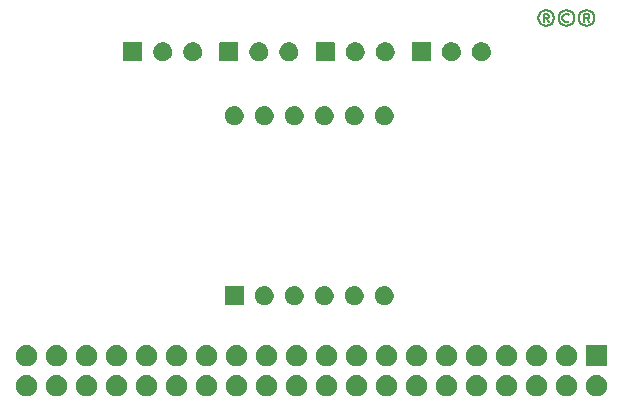
<source format=gbr>
G04 #@! TF.GenerationSoftware,KiCad,Pcbnew,5.99.0-unknown-r17121-d4cea0f2*
G04 #@! TF.CreationDate,2019-12-07T19:23:27-06:00*
G04 #@! TF.ProjectId,7_segment_led_module,375f7365-676d-4656-9e74-5f6c65645f6d,A*
G04 #@! TF.SameCoordinates,Original*
G04 #@! TF.FileFunction,Soldermask,Top*
G04 #@! TF.FilePolarity,Negative*
%FSLAX46Y46*%
G04 Gerber Fmt 4.6, Leading zero omitted, Abs format (unit mm)*
G04 Created by KiCad (PCBNEW 5.99.0-unknown-r17121-d4cea0f2) date 2019-12-07 19:23:27*
%MOMM*%
%LPD*%
G04 APERTURE LIST*
%ADD10C,0.150000*%
G04 APERTURE END LIST*
D10*
X178863809Y-65714523D02*
X178625714Y-65428809D01*
X178435238Y-65714523D02*
X178435238Y-65047857D01*
X178720952Y-65047857D01*
X178816190Y-65095476D01*
X178863809Y-65190714D01*
X178863809Y-65285952D01*
X178816190Y-65381190D01*
X178720952Y-65428809D01*
X178435238Y-65428809D01*
X178625714Y-64714523D02*
X178387619Y-64762142D01*
X178149523Y-64905000D01*
X178006666Y-65143095D01*
X177959047Y-65381190D01*
X178006666Y-65619285D01*
X178149523Y-65857380D01*
X178387619Y-66000238D01*
X178625714Y-66047857D01*
X178863809Y-66000238D01*
X179101904Y-65857380D01*
X179244761Y-65619285D01*
X179292380Y-65381190D01*
X179244761Y-65143095D01*
X179101904Y-64905000D01*
X178863809Y-64762142D01*
X178625714Y-64714523D01*
X180530476Y-65095476D02*
X180435238Y-65047857D01*
X180244761Y-65047857D01*
X180149523Y-65095476D01*
X180054285Y-65190714D01*
X180006666Y-65285952D01*
X180006666Y-65476428D01*
X180054285Y-65571666D01*
X180149523Y-65666904D01*
X180244761Y-65714523D01*
X180435238Y-65714523D01*
X180530476Y-65666904D01*
X180340000Y-64714523D02*
X180101904Y-64762142D01*
X179863809Y-64905000D01*
X179720952Y-65143095D01*
X179673333Y-65381190D01*
X179720952Y-65619285D01*
X179863809Y-65857380D01*
X180101904Y-66000238D01*
X180340000Y-66047857D01*
X180578095Y-66000238D01*
X180816190Y-65857380D01*
X180959047Y-65619285D01*
X181006666Y-65381190D01*
X180959047Y-65143095D01*
X180816190Y-64905000D01*
X180578095Y-64762142D01*
X180340000Y-64714523D01*
X182292380Y-65714523D02*
X182054285Y-65428809D01*
X181863809Y-65714523D02*
X181863809Y-65047857D01*
X182149523Y-65047857D01*
X182244761Y-65095476D01*
X182292380Y-65190714D01*
X182292380Y-65285952D01*
X182244761Y-65381190D01*
X182149523Y-65428809D01*
X181863809Y-65428809D01*
X182054285Y-64714523D02*
X181816190Y-64762142D01*
X181578095Y-64905000D01*
X181435238Y-65143095D01*
X181387619Y-65381190D01*
X181435238Y-65619285D01*
X181578095Y-65857380D01*
X181816190Y-66000238D01*
X182054285Y-66047857D01*
X182292380Y-66000238D01*
X182530476Y-65857380D01*
X182673333Y-65619285D01*
X182720952Y-65381190D01*
X182673333Y-65143095D01*
X182530476Y-64905000D01*
X182292380Y-64762142D01*
X182054285Y-64714523D01*
G36*
X157529902Y-95619283D02*
G01*
X157574637Y-95619595D01*
X157618460Y-95628590D01*
X157668360Y-95633835D01*
X157710132Y-95647408D01*
X157747723Y-95655124D01*
X157794851Y-95674935D01*
X157848488Y-95692363D01*
X157881099Y-95711191D01*
X157910614Y-95723598D01*
X157958301Y-95755763D01*
X158012511Y-95787061D01*
X158035826Y-95808054D01*
X158057101Y-95822404D01*
X158102183Y-95867802D01*
X158153261Y-95913793D01*
X158168003Y-95934083D01*
X158181608Y-95947784D01*
X158220643Y-96006537D01*
X158264586Y-96067019D01*
X158272221Y-96084168D01*
X158279388Y-96094955D01*
X158308865Y-96166472D01*
X158341621Y-96240042D01*
X158344211Y-96252225D01*
X158346724Y-96258323D01*
X158363292Y-96341997D01*
X158380999Y-96425301D01*
X158380999Y-96614699D01*
X158378115Y-96628269D01*
X158378030Y-96634331D01*
X158359342Y-96716585D01*
X158341621Y-96799958D01*
X158339129Y-96805555D01*
X158339078Y-96805780D01*
X158267210Y-96967197D01*
X158267078Y-96967385D01*
X158264586Y-96972981D01*
X158214480Y-97041946D01*
X158165357Y-97111582D01*
X158160585Y-97116126D01*
X158153261Y-97126207D01*
X158093396Y-97180110D01*
X158037396Y-97233438D01*
X158026464Y-97240376D01*
X158012511Y-97252939D01*
X157947764Y-97290321D01*
X157888211Y-97328114D01*
X157870209Y-97335097D01*
X157848488Y-97347637D01*
X157783115Y-97368878D01*
X157723468Y-97392014D01*
X157698200Y-97396469D01*
X157668360Y-97406165D01*
X157606095Y-97412709D01*
X157549460Y-97422695D01*
X157517459Y-97422025D01*
X157480000Y-97425962D01*
X157423902Y-97420066D01*
X157372799Y-97418996D01*
X157335323Y-97410756D01*
X157291640Y-97406165D01*
X157243917Y-97390659D01*
X157200225Y-97381052D01*
X157159230Y-97363142D01*
X157111512Y-97347637D01*
X157073473Y-97325675D01*
X157038310Y-97310313D01*
X156996337Y-97281141D01*
X156947489Y-97252939D01*
X156919504Y-97227741D01*
X156893215Y-97209470D01*
X156853257Y-97168092D01*
X156806739Y-97126207D01*
X156788296Y-97100823D01*
X156770473Y-97082366D01*
X156735821Y-97028597D01*
X156695414Y-96972981D01*
X156685212Y-96950066D01*
X156674754Y-96933839D01*
X156648789Y-96868261D01*
X156618379Y-96799958D01*
X156614476Y-96781596D01*
X156609707Y-96769551D01*
X156595740Y-96693448D01*
X156579001Y-96614699D01*
X156579001Y-96602246D01*
X156577811Y-96595762D01*
X156579001Y-96510535D01*
X156579001Y-96425301D01*
X156580275Y-96419308D01*
X156580278Y-96419077D01*
X156617015Y-96246246D01*
X156617105Y-96246036D01*
X156618379Y-96240042D01*
X156653042Y-96162188D01*
X156686622Y-96083839D01*
X156690348Y-96078397D01*
X156695414Y-96067019D01*
X156742746Y-96001872D01*
X156786452Y-95938041D01*
X156795706Y-95928979D01*
X156806739Y-95913793D01*
X156862297Y-95863769D01*
X156912693Y-95814417D01*
X156928848Y-95803846D01*
X156947489Y-95787061D01*
X157007026Y-95752687D01*
X157060551Y-95717662D01*
X157084340Y-95708050D01*
X157111512Y-95692363D01*
X157171045Y-95673019D01*
X157224376Y-95651472D01*
X157255820Y-95645474D01*
X157291640Y-95633835D01*
X157347744Y-95627938D01*
X157397945Y-95618362D01*
X157436312Y-95618630D01*
X157480000Y-95614038D01*
X157529902Y-95619283D01*
G37*
G36*
X162609902Y-95619283D02*
G01*
X162654637Y-95619595D01*
X162698460Y-95628590D01*
X162748360Y-95633835D01*
X162790132Y-95647408D01*
X162827723Y-95655124D01*
X162874851Y-95674935D01*
X162928488Y-95692363D01*
X162961099Y-95711191D01*
X162990614Y-95723598D01*
X163038301Y-95755763D01*
X163092511Y-95787061D01*
X163115826Y-95808054D01*
X163137101Y-95822404D01*
X163182183Y-95867802D01*
X163233261Y-95913793D01*
X163248003Y-95934083D01*
X163261608Y-95947784D01*
X163300643Y-96006537D01*
X163344586Y-96067019D01*
X163352221Y-96084168D01*
X163359388Y-96094955D01*
X163388865Y-96166472D01*
X163421621Y-96240042D01*
X163424211Y-96252225D01*
X163426724Y-96258323D01*
X163443292Y-96341997D01*
X163460999Y-96425301D01*
X163460999Y-96614699D01*
X163458115Y-96628269D01*
X163458030Y-96634331D01*
X163439342Y-96716585D01*
X163421621Y-96799958D01*
X163419129Y-96805555D01*
X163419078Y-96805780D01*
X163347210Y-96967197D01*
X163347078Y-96967385D01*
X163344586Y-96972981D01*
X163294480Y-97041946D01*
X163245357Y-97111582D01*
X163240585Y-97116126D01*
X163233261Y-97126207D01*
X163173396Y-97180110D01*
X163117396Y-97233438D01*
X163106464Y-97240376D01*
X163092511Y-97252939D01*
X163027764Y-97290321D01*
X162968211Y-97328114D01*
X162950209Y-97335097D01*
X162928488Y-97347637D01*
X162863115Y-97368878D01*
X162803468Y-97392014D01*
X162778200Y-97396469D01*
X162748360Y-97406165D01*
X162686095Y-97412709D01*
X162629460Y-97422695D01*
X162597459Y-97422025D01*
X162560000Y-97425962D01*
X162503902Y-97420066D01*
X162452799Y-97418996D01*
X162415323Y-97410756D01*
X162371640Y-97406165D01*
X162323917Y-97390659D01*
X162280225Y-97381052D01*
X162239230Y-97363142D01*
X162191512Y-97347637D01*
X162153473Y-97325675D01*
X162118310Y-97310313D01*
X162076337Y-97281141D01*
X162027489Y-97252939D01*
X161999504Y-97227741D01*
X161973215Y-97209470D01*
X161933257Y-97168092D01*
X161886739Y-97126207D01*
X161868296Y-97100823D01*
X161850473Y-97082366D01*
X161815821Y-97028597D01*
X161775414Y-96972981D01*
X161765212Y-96950066D01*
X161754754Y-96933839D01*
X161728789Y-96868261D01*
X161698379Y-96799958D01*
X161694476Y-96781596D01*
X161689707Y-96769551D01*
X161675740Y-96693448D01*
X161659001Y-96614699D01*
X161659001Y-96602246D01*
X161657811Y-96595762D01*
X161659001Y-96510535D01*
X161659001Y-96425301D01*
X161660275Y-96419308D01*
X161660278Y-96419077D01*
X161697015Y-96246246D01*
X161697105Y-96246036D01*
X161698379Y-96240042D01*
X161733042Y-96162188D01*
X161766622Y-96083839D01*
X161770348Y-96078397D01*
X161775414Y-96067019D01*
X161822746Y-96001872D01*
X161866452Y-95938041D01*
X161875706Y-95928979D01*
X161886739Y-95913793D01*
X161942297Y-95863769D01*
X161992693Y-95814417D01*
X162008848Y-95803846D01*
X162027489Y-95787061D01*
X162087026Y-95752687D01*
X162140551Y-95717662D01*
X162164340Y-95708050D01*
X162191512Y-95692363D01*
X162251045Y-95673019D01*
X162304376Y-95651472D01*
X162335820Y-95645474D01*
X162371640Y-95633835D01*
X162427744Y-95627938D01*
X162477945Y-95618362D01*
X162516312Y-95618630D01*
X162560000Y-95614038D01*
X162609902Y-95619283D01*
G37*
G36*
X139749902Y-95619283D02*
G01*
X139794637Y-95619595D01*
X139838460Y-95628590D01*
X139888360Y-95633835D01*
X139930132Y-95647408D01*
X139967723Y-95655124D01*
X140014851Y-95674935D01*
X140068488Y-95692363D01*
X140101099Y-95711191D01*
X140130614Y-95723598D01*
X140178301Y-95755763D01*
X140232511Y-95787061D01*
X140255826Y-95808054D01*
X140277101Y-95822404D01*
X140322183Y-95867802D01*
X140373261Y-95913793D01*
X140388003Y-95934083D01*
X140401608Y-95947784D01*
X140440643Y-96006537D01*
X140484586Y-96067019D01*
X140492221Y-96084168D01*
X140499388Y-96094955D01*
X140528865Y-96166472D01*
X140561621Y-96240042D01*
X140564211Y-96252225D01*
X140566724Y-96258323D01*
X140583292Y-96341997D01*
X140600999Y-96425301D01*
X140600999Y-96614699D01*
X140598115Y-96628269D01*
X140598030Y-96634331D01*
X140579342Y-96716585D01*
X140561621Y-96799958D01*
X140559129Y-96805555D01*
X140559078Y-96805780D01*
X140487210Y-96967197D01*
X140487078Y-96967385D01*
X140484586Y-96972981D01*
X140434480Y-97041946D01*
X140385357Y-97111582D01*
X140380585Y-97116126D01*
X140373261Y-97126207D01*
X140313396Y-97180110D01*
X140257396Y-97233438D01*
X140246464Y-97240376D01*
X140232511Y-97252939D01*
X140167764Y-97290321D01*
X140108211Y-97328114D01*
X140090209Y-97335097D01*
X140068488Y-97347637D01*
X140003115Y-97368878D01*
X139943468Y-97392014D01*
X139918200Y-97396469D01*
X139888360Y-97406165D01*
X139826095Y-97412709D01*
X139769460Y-97422695D01*
X139737459Y-97422025D01*
X139700000Y-97425962D01*
X139643902Y-97420066D01*
X139592799Y-97418996D01*
X139555323Y-97410756D01*
X139511640Y-97406165D01*
X139463917Y-97390659D01*
X139420225Y-97381052D01*
X139379230Y-97363142D01*
X139331512Y-97347637D01*
X139293473Y-97325675D01*
X139258310Y-97310313D01*
X139216337Y-97281141D01*
X139167489Y-97252939D01*
X139139504Y-97227741D01*
X139113215Y-97209470D01*
X139073257Y-97168092D01*
X139026739Y-97126207D01*
X139008296Y-97100823D01*
X138990473Y-97082366D01*
X138955821Y-97028597D01*
X138915414Y-96972981D01*
X138905212Y-96950066D01*
X138894754Y-96933839D01*
X138868789Y-96868261D01*
X138838379Y-96799958D01*
X138834476Y-96781596D01*
X138829707Y-96769551D01*
X138815740Y-96693448D01*
X138799001Y-96614699D01*
X138799001Y-96602246D01*
X138797811Y-96595762D01*
X138799001Y-96510535D01*
X138799001Y-96425301D01*
X138800275Y-96419308D01*
X138800278Y-96419077D01*
X138837015Y-96246246D01*
X138837105Y-96246036D01*
X138838379Y-96240042D01*
X138873042Y-96162188D01*
X138906622Y-96083839D01*
X138910348Y-96078397D01*
X138915414Y-96067019D01*
X138962746Y-96001872D01*
X139006452Y-95938041D01*
X139015706Y-95928979D01*
X139026739Y-95913793D01*
X139082297Y-95863769D01*
X139132693Y-95814417D01*
X139148848Y-95803846D01*
X139167489Y-95787061D01*
X139227026Y-95752687D01*
X139280551Y-95717662D01*
X139304340Y-95708050D01*
X139331512Y-95692363D01*
X139391045Y-95673019D01*
X139444376Y-95651472D01*
X139475820Y-95645474D01*
X139511640Y-95633835D01*
X139567744Y-95627938D01*
X139617945Y-95618362D01*
X139656312Y-95618630D01*
X139700000Y-95614038D01*
X139749902Y-95619283D01*
G37*
G36*
X165149902Y-95619283D02*
G01*
X165194637Y-95619595D01*
X165238460Y-95628590D01*
X165288360Y-95633835D01*
X165330132Y-95647408D01*
X165367723Y-95655124D01*
X165414851Y-95674935D01*
X165468488Y-95692363D01*
X165501099Y-95711191D01*
X165530614Y-95723598D01*
X165578301Y-95755763D01*
X165632511Y-95787061D01*
X165655826Y-95808054D01*
X165677101Y-95822404D01*
X165722183Y-95867802D01*
X165773261Y-95913793D01*
X165788003Y-95934083D01*
X165801608Y-95947784D01*
X165840643Y-96006537D01*
X165884586Y-96067019D01*
X165892221Y-96084168D01*
X165899388Y-96094955D01*
X165928865Y-96166472D01*
X165961621Y-96240042D01*
X165964211Y-96252225D01*
X165966724Y-96258323D01*
X165983292Y-96341997D01*
X166000999Y-96425301D01*
X166000999Y-96614699D01*
X165998115Y-96628269D01*
X165998030Y-96634331D01*
X165979342Y-96716585D01*
X165961621Y-96799958D01*
X165959129Y-96805555D01*
X165959078Y-96805780D01*
X165887210Y-96967197D01*
X165887078Y-96967385D01*
X165884586Y-96972981D01*
X165834480Y-97041946D01*
X165785357Y-97111582D01*
X165780585Y-97116126D01*
X165773261Y-97126207D01*
X165713396Y-97180110D01*
X165657396Y-97233438D01*
X165646464Y-97240376D01*
X165632511Y-97252939D01*
X165567764Y-97290321D01*
X165508211Y-97328114D01*
X165490209Y-97335097D01*
X165468488Y-97347637D01*
X165403115Y-97368878D01*
X165343468Y-97392014D01*
X165318200Y-97396469D01*
X165288360Y-97406165D01*
X165226095Y-97412709D01*
X165169460Y-97422695D01*
X165137459Y-97422025D01*
X165100000Y-97425962D01*
X165043902Y-97420066D01*
X164992799Y-97418996D01*
X164955323Y-97410756D01*
X164911640Y-97406165D01*
X164863917Y-97390659D01*
X164820225Y-97381052D01*
X164779230Y-97363142D01*
X164731512Y-97347637D01*
X164693473Y-97325675D01*
X164658310Y-97310313D01*
X164616337Y-97281141D01*
X164567489Y-97252939D01*
X164539504Y-97227741D01*
X164513215Y-97209470D01*
X164473257Y-97168092D01*
X164426739Y-97126207D01*
X164408296Y-97100823D01*
X164390473Y-97082366D01*
X164355821Y-97028597D01*
X164315414Y-96972981D01*
X164305212Y-96950066D01*
X164294754Y-96933839D01*
X164268789Y-96868261D01*
X164238379Y-96799958D01*
X164234476Y-96781596D01*
X164229707Y-96769551D01*
X164215740Y-96693448D01*
X164199001Y-96614699D01*
X164199001Y-96602246D01*
X164197811Y-96595762D01*
X164199001Y-96510535D01*
X164199001Y-96425301D01*
X164200275Y-96419308D01*
X164200278Y-96419077D01*
X164237015Y-96246246D01*
X164237105Y-96246036D01*
X164238379Y-96240042D01*
X164273042Y-96162188D01*
X164306622Y-96083839D01*
X164310348Y-96078397D01*
X164315414Y-96067019D01*
X164362746Y-96001872D01*
X164406452Y-95938041D01*
X164415706Y-95928979D01*
X164426739Y-95913793D01*
X164482297Y-95863769D01*
X164532693Y-95814417D01*
X164548848Y-95803846D01*
X164567489Y-95787061D01*
X164627026Y-95752687D01*
X164680551Y-95717662D01*
X164704340Y-95708050D01*
X164731512Y-95692363D01*
X164791045Y-95673019D01*
X164844376Y-95651472D01*
X164875820Y-95645474D01*
X164911640Y-95633835D01*
X164967744Y-95627938D01*
X165017945Y-95618362D01*
X165056312Y-95618630D01*
X165100000Y-95614038D01*
X165149902Y-95619283D01*
G37*
G36*
X167689902Y-95619283D02*
G01*
X167734637Y-95619595D01*
X167778460Y-95628590D01*
X167828360Y-95633835D01*
X167870132Y-95647408D01*
X167907723Y-95655124D01*
X167954851Y-95674935D01*
X168008488Y-95692363D01*
X168041099Y-95711191D01*
X168070614Y-95723598D01*
X168118301Y-95755763D01*
X168172511Y-95787061D01*
X168195826Y-95808054D01*
X168217101Y-95822404D01*
X168262183Y-95867802D01*
X168313261Y-95913793D01*
X168328003Y-95934083D01*
X168341608Y-95947784D01*
X168380643Y-96006537D01*
X168424586Y-96067019D01*
X168432221Y-96084168D01*
X168439388Y-96094955D01*
X168468865Y-96166472D01*
X168501621Y-96240042D01*
X168504211Y-96252225D01*
X168506724Y-96258323D01*
X168523292Y-96341997D01*
X168540999Y-96425301D01*
X168540999Y-96614699D01*
X168538115Y-96628269D01*
X168538030Y-96634331D01*
X168519342Y-96716585D01*
X168501621Y-96799958D01*
X168499129Y-96805555D01*
X168499078Y-96805780D01*
X168427210Y-96967197D01*
X168427078Y-96967385D01*
X168424586Y-96972981D01*
X168374480Y-97041946D01*
X168325357Y-97111582D01*
X168320585Y-97116126D01*
X168313261Y-97126207D01*
X168253396Y-97180110D01*
X168197396Y-97233438D01*
X168186464Y-97240376D01*
X168172511Y-97252939D01*
X168107764Y-97290321D01*
X168048211Y-97328114D01*
X168030209Y-97335097D01*
X168008488Y-97347637D01*
X167943115Y-97368878D01*
X167883468Y-97392014D01*
X167858200Y-97396469D01*
X167828360Y-97406165D01*
X167766095Y-97412709D01*
X167709460Y-97422695D01*
X167677459Y-97422025D01*
X167640000Y-97425962D01*
X167583902Y-97420066D01*
X167532799Y-97418996D01*
X167495323Y-97410756D01*
X167451640Y-97406165D01*
X167403917Y-97390659D01*
X167360225Y-97381052D01*
X167319230Y-97363142D01*
X167271512Y-97347637D01*
X167233473Y-97325675D01*
X167198310Y-97310313D01*
X167156337Y-97281141D01*
X167107489Y-97252939D01*
X167079504Y-97227741D01*
X167053215Y-97209470D01*
X167013257Y-97168092D01*
X166966739Y-97126207D01*
X166948296Y-97100823D01*
X166930473Y-97082366D01*
X166895821Y-97028597D01*
X166855414Y-96972981D01*
X166845212Y-96950066D01*
X166834754Y-96933839D01*
X166808789Y-96868261D01*
X166778379Y-96799958D01*
X166774476Y-96781596D01*
X166769707Y-96769551D01*
X166755740Y-96693448D01*
X166739001Y-96614699D01*
X166739001Y-96602246D01*
X166737811Y-96595762D01*
X166739001Y-96510535D01*
X166739001Y-96425301D01*
X166740275Y-96419308D01*
X166740278Y-96419077D01*
X166777015Y-96246246D01*
X166777105Y-96246036D01*
X166778379Y-96240042D01*
X166813042Y-96162188D01*
X166846622Y-96083839D01*
X166850348Y-96078397D01*
X166855414Y-96067019D01*
X166902746Y-96001872D01*
X166946452Y-95938041D01*
X166955706Y-95928979D01*
X166966739Y-95913793D01*
X167022297Y-95863769D01*
X167072693Y-95814417D01*
X167088848Y-95803846D01*
X167107489Y-95787061D01*
X167167026Y-95752687D01*
X167220551Y-95717662D01*
X167244340Y-95708050D01*
X167271512Y-95692363D01*
X167331045Y-95673019D01*
X167384376Y-95651472D01*
X167415820Y-95645474D01*
X167451640Y-95633835D01*
X167507744Y-95627938D01*
X167557945Y-95618362D01*
X167596312Y-95618630D01*
X167640000Y-95614038D01*
X167689902Y-95619283D01*
G37*
G36*
X160069902Y-95619283D02*
G01*
X160114637Y-95619595D01*
X160158460Y-95628590D01*
X160208360Y-95633835D01*
X160250132Y-95647408D01*
X160287723Y-95655124D01*
X160334851Y-95674935D01*
X160388488Y-95692363D01*
X160421099Y-95711191D01*
X160450614Y-95723598D01*
X160498301Y-95755763D01*
X160552511Y-95787061D01*
X160575826Y-95808054D01*
X160597101Y-95822404D01*
X160642183Y-95867802D01*
X160693261Y-95913793D01*
X160708003Y-95934083D01*
X160721608Y-95947784D01*
X160760643Y-96006537D01*
X160804586Y-96067019D01*
X160812221Y-96084168D01*
X160819388Y-96094955D01*
X160848865Y-96166472D01*
X160881621Y-96240042D01*
X160884211Y-96252225D01*
X160886724Y-96258323D01*
X160903292Y-96341997D01*
X160920999Y-96425301D01*
X160920999Y-96614699D01*
X160918115Y-96628269D01*
X160918030Y-96634331D01*
X160899342Y-96716585D01*
X160881621Y-96799958D01*
X160879129Y-96805555D01*
X160879078Y-96805780D01*
X160807210Y-96967197D01*
X160807078Y-96967385D01*
X160804586Y-96972981D01*
X160754480Y-97041946D01*
X160705357Y-97111582D01*
X160700585Y-97116126D01*
X160693261Y-97126207D01*
X160633396Y-97180110D01*
X160577396Y-97233438D01*
X160566464Y-97240376D01*
X160552511Y-97252939D01*
X160487764Y-97290321D01*
X160428211Y-97328114D01*
X160410209Y-97335097D01*
X160388488Y-97347637D01*
X160323115Y-97368878D01*
X160263468Y-97392014D01*
X160238200Y-97396469D01*
X160208360Y-97406165D01*
X160146095Y-97412709D01*
X160089460Y-97422695D01*
X160057459Y-97422025D01*
X160020000Y-97425962D01*
X159963902Y-97420066D01*
X159912799Y-97418996D01*
X159875323Y-97410756D01*
X159831640Y-97406165D01*
X159783917Y-97390659D01*
X159740225Y-97381052D01*
X159699230Y-97363142D01*
X159651512Y-97347637D01*
X159613473Y-97325675D01*
X159578310Y-97310313D01*
X159536337Y-97281141D01*
X159487489Y-97252939D01*
X159459504Y-97227741D01*
X159433215Y-97209470D01*
X159393257Y-97168092D01*
X159346739Y-97126207D01*
X159328296Y-97100823D01*
X159310473Y-97082366D01*
X159275821Y-97028597D01*
X159235414Y-96972981D01*
X159225212Y-96950066D01*
X159214754Y-96933839D01*
X159188789Y-96868261D01*
X159158379Y-96799958D01*
X159154476Y-96781596D01*
X159149707Y-96769551D01*
X159135740Y-96693448D01*
X159119001Y-96614699D01*
X159119001Y-96602246D01*
X159117811Y-96595762D01*
X159119001Y-96510535D01*
X159119001Y-96425301D01*
X159120275Y-96419308D01*
X159120278Y-96419077D01*
X159157015Y-96246246D01*
X159157105Y-96246036D01*
X159158379Y-96240042D01*
X159193042Y-96162188D01*
X159226622Y-96083839D01*
X159230348Y-96078397D01*
X159235414Y-96067019D01*
X159282746Y-96001872D01*
X159326452Y-95938041D01*
X159335706Y-95928979D01*
X159346739Y-95913793D01*
X159402297Y-95863769D01*
X159452693Y-95814417D01*
X159468848Y-95803846D01*
X159487489Y-95787061D01*
X159547026Y-95752687D01*
X159600551Y-95717662D01*
X159624340Y-95708050D01*
X159651512Y-95692363D01*
X159711045Y-95673019D01*
X159764376Y-95651472D01*
X159795820Y-95645474D01*
X159831640Y-95633835D01*
X159887744Y-95627938D01*
X159937945Y-95618362D01*
X159976312Y-95618630D01*
X160020000Y-95614038D01*
X160069902Y-95619283D01*
G37*
G36*
X170229902Y-95619283D02*
G01*
X170274637Y-95619595D01*
X170318460Y-95628590D01*
X170368360Y-95633835D01*
X170410132Y-95647408D01*
X170447723Y-95655124D01*
X170494851Y-95674935D01*
X170548488Y-95692363D01*
X170581099Y-95711191D01*
X170610614Y-95723598D01*
X170658301Y-95755763D01*
X170712511Y-95787061D01*
X170735826Y-95808054D01*
X170757101Y-95822404D01*
X170802183Y-95867802D01*
X170853261Y-95913793D01*
X170868003Y-95934083D01*
X170881608Y-95947784D01*
X170920643Y-96006537D01*
X170964586Y-96067019D01*
X170972221Y-96084168D01*
X170979388Y-96094955D01*
X171008865Y-96166472D01*
X171041621Y-96240042D01*
X171044211Y-96252225D01*
X171046724Y-96258323D01*
X171063292Y-96341997D01*
X171080999Y-96425301D01*
X171080999Y-96614699D01*
X171078115Y-96628269D01*
X171078030Y-96634331D01*
X171059342Y-96716585D01*
X171041621Y-96799958D01*
X171039129Y-96805555D01*
X171039078Y-96805780D01*
X170967210Y-96967197D01*
X170967078Y-96967385D01*
X170964586Y-96972981D01*
X170914480Y-97041946D01*
X170865357Y-97111582D01*
X170860585Y-97116126D01*
X170853261Y-97126207D01*
X170793396Y-97180110D01*
X170737396Y-97233438D01*
X170726464Y-97240376D01*
X170712511Y-97252939D01*
X170647764Y-97290321D01*
X170588211Y-97328114D01*
X170570209Y-97335097D01*
X170548488Y-97347637D01*
X170483115Y-97368878D01*
X170423468Y-97392014D01*
X170398200Y-97396469D01*
X170368360Y-97406165D01*
X170306095Y-97412709D01*
X170249460Y-97422695D01*
X170217459Y-97422025D01*
X170180000Y-97425962D01*
X170123902Y-97420066D01*
X170072799Y-97418996D01*
X170035323Y-97410756D01*
X169991640Y-97406165D01*
X169943917Y-97390659D01*
X169900225Y-97381052D01*
X169859230Y-97363142D01*
X169811512Y-97347637D01*
X169773473Y-97325675D01*
X169738310Y-97310313D01*
X169696337Y-97281141D01*
X169647489Y-97252939D01*
X169619504Y-97227741D01*
X169593215Y-97209470D01*
X169553257Y-97168092D01*
X169506739Y-97126207D01*
X169488296Y-97100823D01*
X169470473Y-97082366D01*
X169435821Y-97028597D01*
X169395414Y-96972981D01*
X169385212Y-96950066D01*
X169374754Y-96933839D01*
X169348789Y-96868261D01*
X169318379Y-96799958D01*
X169314476Y-96781596D01*
X169309707Y-96769551D01*
X169295740Y-96693448D01*
X169279001Y-96614699D01*
X169279001Y-96602246D01*
X169277811Y-96595762D01*
X169279001Y-96510535D01*
X169279001Y-96425301D01*
X169280275Y-96419308D01*
X169280278Y-96419077D01*
X169317015Y-96246246D01*
X169317105Y-96246036D01*
X169318379Y-96240042D01*
X169353042Y-96162188D01*
X169386622Y-96083839D01*
X169390348Y-96078397D01*
X169395414Y-96067019D01*
X169442746Y-96001872D01*
X169486452Y-95938041D01*
X169495706Y-95928979D01*
X169506739Y-95913793D01*
X169562297Y-95863769D01*
X169612693Y-95814417D01*
X169628848Y-95803846D01*
X169647489Y-95787061D01*
X169707026Y-95752687D01*
X169760551Y-95717662D01*
X169784340Y-95708050D01*
X169811512Y-95692363D01*
X169871045Y-95673019D01*
X169924376Y-95651472D01*
X169955820Y-95645474D01*
X169991640Y-95633835D01*
X170047744Y-95627938D01*
X170097945Y-95618362D01*
X170136312Y-95618630D01*
X170180000Y-95614038D01*
X170229902Y-95619283D01*
G37*
G36*
X154989902Y-95619283D02*
G01*
X155034637Y-95619595D01*
X155078460Y-95628590D01*
X155128360Y-95633835D01*
X155170132Y-95647408D01*
X155207723Y-95655124D01*
X155254851Y-95674935D01*
X155308488Y-95692363D01*
X155341099Y-95711191D01*
X155370614Y-95723598D01*
X155418301Y-95755763D01*
X155472511Y-95787061D01*
X155495826Y-95808054D01*
X155517101Y-95822404D01*
X155562183Y-95867802D01*
X155613261Y-95913793D01*
X155628003Y-95934083D01*
X155641608Y-95947784D01*
X155680643Y-96006537D01*
X155724586Y-96067019D01*
X155732221Y-96084168D01*
X155739388Y-96094955D01*
X155768865Y-96166472D01*
X155801621Y-96240042D01*
X155804211Y-96252225D01*
X155806724Y-96258323D01*
X155823292Y-96341997D01*
X155840999Y-96425301D01*
X155840999Y-96614699D01*
X155838115Y-96628269D01*
X155838030Y-96634331D01*
X155819342Y-96716585D01*
X155801621Y-96799958D01*
X155799129Y-96805555D01*
X155799078Y-96805780D01*
X155727210Y-96967197D01*
X155727078Y-96967385D01*
X155724586Y-96972981D01*
X155674480Y-97041946D01*
X155625357Y-97111582D01*
X155620585Y-97116126D01*
X155613261Y-97126207D01*
X155553396Y-97180110D01*
X155497396Y-97233438D01*
X155486464Y-97240376D01*
X155472511Y-97252939D01*
X155407764Y-97290321D01*
X155348211Y-97328114D01*
X155330209Y-97335097D01*
X155308488Y-97347637D01*
X155243115Y-97368878D01*
X155183468Y-97392014D01*
X155158200Y-97396469D01*
X155128360Y-97406165D01*
X155066095Y-97412709D01*
X155009460Y-97422695D01*
X154977459Y-97422025D01*
X154940000Y-97425962D01*
X154883902Y-97420066D01*
X154832799Y-97418996D01*
X154795323Y-97410756D01*
X154751640Y-97406165D01*
X154703917Y-97390659D01*
X154660225Y-97381052D01*
X154619230Y-97363142D01*
X154571512Y-97347637D01*
X154533473Y-97325675D01*
X154498310Y-97310313D01*
X154456337Y-97281141D01*
X154407489Y-97252939D01*
X154379504Y-97227741D01*
X154353215Y-97209470D01*
X154313257Y-97168092D01*
X154266739Y-97126207D01*
X154248296Y-97100823D01*
X154230473Y-97082366D01*
X154195821Y-97028597D01*
X154155414Y-96972981D01*
X154145212Y-96950066D01*
X154134754Y-96933839D01*
X154108789Y-96868261D01*
X154078379Y-96799958D01*
X154074476Y-96781596D01*
X154069707Y-96769551D01*
X154055740Y-96693448D01*
X154039001Y-96614699D01*
X154039001Y-96602246D01*
X154037811Y-96595762D01*
X154039001Y-96510535D01*
X154039001Y-96425301D01*
X154040275Y-96419308D01*
X154040278Y-96419077D01*
X154077015Y-96246246D01*
X154077105Y-96246036D01*
X154078379Y-96240042D01*
X154113042Y-96162188D01*
X154146622Y-96083839D01*
X154150348Y-96078397D01*
X154155414Y-96067019D01*
X154202746Y-96001872D01*
X154246452Y-95938041D01*
X154255706Y-95928979D01*
X154266739Y-95913793D01*
X154322297Y-95863769D01*
X154372693Y-95814417D01*
X154388848Y-95803846D01*
X154407489Y-95787061D01*
X154467026Y-95752687D01*
X154520551Y-95717662D01*
X154544340Y-95708050D01*
X154571512Y-95692363D01*
X154631045Y-95673019D01*
X154684376Y-95651472D01*
X154715820Y-95645474D01*
X154751640Y-95633835D01*
X154807744Y-95627938D01*
X154857945Y-95618362D01*
X154896312Y-95618630D01*
X154940000Y-95614038D01*
X154989902Y-95619283D01*
G37*
G36*
X137209902Y-95619283D02*
G01*
X137254637Y-95619595D01*
X137298460Y-95628590D01*
X137348360Y-95633835D01*
X137390132Y-95647408D01*
X137427723Y-95655124D01*
X137474851Y-95674935D01*
X137528488Y-95692363D01*
X137561099Y-95711191D01*
X137590614Y-95723598D01*
X137638301Y-95755763D01*
X137692511Y-95787061D01*
X137715826Y-95808054D01*
X137737101Y-95822404D01*
X137782183Y-95867802D01*
X137833261Y-95913793D01*
X137848003Y-95934083D01*
X137861608Y-95947784D01*
X137900643Y-96006537D01*
X137944586Y-96067019D01*
X137952221Y-96084168D01*
X137959388Y-96094955D01*
X137988865Y-96166472D01*
X138021621Y-96240042D01*
X138024211Y-96252225D01*
X138026724Y-96258323D01*
X138043292Y-96341997D01*
X138060999Y-96425301D01*
X138060999Y-96614699D01*
X138058115Y-96628269D01*
X138058030Y-96634331D01*
X138039342Y-96716585D01*
X138021621Y-96799958D01*
X138019129Y-96805555D01*
X138019078Y-96805780D01*
X137947210Y-96967197D01*
X137947078Y-96967385D01*
X137944586Y-96972981D01*
X137894480Y-97041946D01*
X137845357Y-97111582D01*
X137840585Y-97116126D01*
X137833261Y-97126207D01*
X137773396Y-97180110D01*
X137717396Y-97233438D01*
X137706464Y-97240376D01*
X137692511Y-97252939D01*
X137627764Y-97290321D01*
X137568211Y-97328114D01*
X137550209Y-97335097D01*
X137528488Y-97347637D01*
X137463115Y-97368878D01*
X137403468Y-97392014D01*
X137378200Y-97396469D01*
X137348360Y-97406165D01*
X137286095Y-97412709D01*
X137229460Y-97422695D01*
X137197459Y-97422025D01*
X137160000Y-97425962D01*
X137103902Y-97420066D01*
X137052799Y-97418996D01*
X137015323Y-97410756D01*
X136971640Y-97406165D01*
X136923917Y-97390659D01*
X136880225Y-97381052D01*
X136839230Y-97363142D01*
X136791512Y-97347637D01*
X136753473Y-97325675D01*
X136718310Y-97310313D01*
X136676337Y-97281141D01*
X136627489Y-97252939D01*
X136599504Y-97227741D01*
X136573215Y-97209470D01*
X136533257Y-97168092D01*
X136486739Y-97126207D01*
X136468296Y-97100823D01*
X136450473Y-97082366D01*
X136415821Y-97028597D01*
X136375414Y-96972981D01*
X136365212Y-96950066D01*
X136354754Y-96933839D01*
X136328789Y-96868261D01*
X136298379Y-96799958D01*
X136294476Y-96781596D01*
X136289707Y-96769551D01*
X136275740Y-96693448D01*
X136259001Y-96614699D01*
X136259001Y-96602246D01*
X136257811Y-96595762D01*
X136259001Y-96510535D01*
X136259001Y-96425301D01*
X136260275Y-96419308D01*
X136260278Y-96419077D01*
X136297015Y-96246246D01*
X136297105Y-96246036D01*
X136298379Y-96240042D01*
X136333042Y-96162188D01*
X136366622Y-96083839D01*
X136370348Y-96078397D01*
X136375414Y-96067019D01*
X136422746Y-96001872D01*
X136466452Y-95938041D01*
X136475706Y-95928979D01*
X136486739Y-95913793D01*
X136542297Y-95863769D01*
X136592693Y-95814417D01*
X136608848Y-95803846D01*
X136627489Y-95787061D01*
X136687026Y-95752687D01*
X136740551Y-95717662D01*
X136764340Y-95708050D01*
X136791512Y-95692363D01*
X136851045Y-95673019D01*
X136904376Y-95651472D01*
X136935820Y-95645474D01*
X136971640Y-95633835D01*
X137027744Y-95627938D01*
X137077945Y-95618362D01*
X137116312Y-95618630D01*
X137160000Y-95614038D01*
X137209902Y-95619283D01*
G37*
G36*
X172769902Y-95619283D02*
G01*
X172814637Y-95619595D01*
X172858460Y-95628590D01*
X172908360Y-95633835D01*
X172950132Y-95647408D01*
X172987723Y-95655124D01*
X173034851Y-95674935D01*
X173088488Y-95692363D01*
X173121099Y-95711191D01*
X173150614Y-95723598D01*
X173198301Y-95755763D01*
X173252511Y-95787061D01*
X173275826Y-95808054D01*
X173297101Y-95822404D01*
X173342183Y-95867802D01*
X173393261Y-95913793D01*
X173408003Y-95934083D01*
X173421608Y-95947784D01*
X173460643Y-96006537D01*
X173504586Y-96067019D01*
X173512221Y-96084168D01*
X173519388Y-96094955D01*
X173548865Y-96166472D01*
X173581621Y-96240042D01*
X173584211Y-96252225D01*
X173586724Y-96258323D01*
X173603292Y-96341997D01*
X173620999Y-96425301D01*
X173620999Y-96614699D01*
X173618115Y-96628269D01*
X173618030Y-96634331D01*
X173599342Y-96716585D01*
X173581621Y-96799958D01*
X173579129Y-96805555D01*
X173579078Y-96805780D01*
X173507210Y-96967197D01*
X173507078Y-96967385D01*
X173504586Y-96972981D01*
X173454480Y-97041946D01*
X173405357Y-97111582D01*
X173400585Y-97116126D01*
X173393261Y-97126207D01*
X173333396Y-97180110D01*
X173277396Y-97233438D01*
X173266464Y-97240376D01*
X173252511Y-97252939D01*
X173187764Y-97290321D01*
X173128211Y-97328114D01*
X173110209Y-97335097D01*
X173088488Y-97347637D01*
X173023115Y-97368878D01*
X172963468Y-97392014D01*
X172938200Y-97396469D01*
X172908360Y-97406165D01*
X172846095Y-97412709D01*
X172789460Y-97422695D01*
X172757459Y-97422025D01*
X172720000Y-97425962D01*
X172663902Y-97420066D01*
X172612799Y-97418996D01*
X172575323Y-97410756D01*
X172531640Y-97406165D01*
X172483917Y-97390659D01*
X172440225Y-97381052D01*
X172399230Y-97363142D01*
X172351512Y-97347637D01*
X172313473Y-97325675D01*
X172278310Y-97310313D01*
X172236337Y-97281141D01*
X172187489Y-97252939D01*
X172159504Y-97227741D01*
X172133215Y-97209470D01*
X172093257Y-97168092D01*
X172046739Y-97126207D01*
X172028296Y-97100823D01*
X172010473Y-97082366D01*
X171975821Y-97028597D01*
X171935414Y-96972981D01*
X171925212Y-96950066D01*
X171914754Y-96933839D01*
X171888789Y-96868261D01*
X171858379Y-96799958D01*
X171854476Y-96781596D01*
X171849707Y-96769551D01*
X171835740Y-96693448D01*
X171819001Y-96614699D01*
X171819001Y-96602246D01*
X171817811Y-96595762D01*
X171819001Y-96510535D01*
X171819001Y-96425301D01*
X171820275Y-96419308D01*
X171820278Y-96419077D01*
X171857015Y-96246246D01*
X171857105Y-96246036D01*
X171858379Y-96240042D01*
X171893042Y-96162188D01*
X171926622Y-96083839D01*
X171930348Y-96078397D01*
X171935414Y-96067019D01*
X171982746Y-96001872D01*
X172026452Y-95938041D01*
X172035706Y-95928979D01*
X172046739Y-95913793D01*
X172102297Y-95863769D01*
X172152693Y-95814417D01*
X172168848Y-95803846D01*
X172187489Y-95787061D01*
X172247026Y-95752687D01*
X172300551Y-95717662D01*
X172324340Y-95708050D01*
X172351512Y-95692363D01*
X172411045Y-95673019D01*
X172464376Y-95651472D01*
X172495820Y-95645474D01*
X172531640Y-95633835D01*
X172587744Y-95627938D01*
X172637945Y-95618362D01*
X172676312Y-95618630D01*
X172720000Y-95614038D01*
X172769902Y-95619283D01*
G37*
G36*
X142289902Y-95619283D02*
G01*
X142334637Y-95619595D01*
X142378460Y-95628590D01*
X142428360Y-95633835D01*
X142470132Y-95647408D01*
X142507723Y-95655124D01*
X142554851Y-95674935D01*
X142608488Y-95692363D01*
X142641099Y-95711191D01*
X142670614Y-95723598D01*
X142718301Y-95755763D01*
X142772511Y-95787061D01*
X142795826Y-95808054D01*
X142817101Y-95822404D01*
X142862183Y-95867802D01*
X142913261Y-95913793D01*
X142928003Y-95934083D01*
X142941608Y-95947784D01*
X142980643Y-96006537D01*
X143024586Y-96067019D01*
X143032221Y-96084168D01*
X143039388Y-96094955D01*
X143068865Y-96166472D01*
X143101621Y-96240042D01*
X143104211Y-96252225D01*
X143106724Y-96258323D01*
X143123292Y-96341997D01*
X143140999Y-96425301D01*
X143140999Y-96614699D01*
X143138115Y-96628269D01*
X143138030Y-96634331D01*
X143119342Y-96716585D01*
X143101621Y-96799958D01*
X143099129Y-96805555D01*
X143099078Y-96805780D01*
X143027210Y-96967197D01*
X143027078Y-96967385D01*
X143024586Y-96972981D01*
X142974480Y-97041946D01*
X142925357Y-97111582D01*
X142920585Y-97116126D01*
X142913261Y-97126207D01*
X142853396Y-97180110D01*
X142797396Y-97233438D01*
X142786464Y-97240376D01*
X142772511Y-97252939D01*
X142707764Y-97290321D01*
X142648211Y-97328114D01*
X142630209Y-97335097D01*
X142608488Y-97347637D01*
X142543115Y-97368878D01*
X142483468Y-97392014D01*
X142458200Y-97396469D01*
X142428360Y-97406165D01*
X142366095Y-97412709D01*
X142309460Y-97422695D01*
X142277459Y-97422025D01*
X142240000Y-97425962D01*
X142183902Y-97420066D01*
X142132799Y-97418996D01*
X142095323Y-97410756D01*
X142051640Y-97406165D01*
X142003917Y-97390659D01*
X141960225Y-97381052D01*
X141919230Y-97363142D01*
X141871512Y-97347637D01*
X141833473Y-97325675D01*
X141798310Y-97310313D01*
X141756337Y-97281141D01*
X141707489Y-97252939D01*
X141679504Y-97227741D01*
X141653215Y-97209470D01*
X141613257Y-97168092D01*
X141566739Y-97126207D01*
X141548296Y-97100823D01*
X141530473Y-97082366D01*
X141495821Y-97028597D01*
X141455414Y-96972981D01*
X141445212Y-96950066D01*
X141434754Y-96933839D01*
X141408789Y-96868261D01*
X141378379Y-96799958D01*
X141374476Y-96781596D01*
X141369707Y-96769551D01*
X141355740Y-96693448D01*
X141339001Y-96614699D01*
X141339001Y-96602246D01*
X141337811Y-96595762D01*
X141339001Y-96510535D01*
X141339001Y-96425301D01*
X141340275Y-96419308D01*
X141340278Y-96419077D01*
X141377015Y-96246246D01*
X141377105Y-96246036D01*
X141378379Y-96240042D01*
X141413042Y-96162188D01*
X141446622Y-96083839D01*
X141450348Y-96078397D01*
X141455414Y-96067019D01*
X141502746Y-96001872D01*
X141546452Y-95938041D01*
X141555706Y-95928979D01*
X141566739Y-95913793D01*
X141622297Y-95863769D01*
X141672693Y-95814417D01*
X141688848Y-95803846D01*
X141707489Y-95787061D01*
X141767026Y-95752687D01*
X141820551Y-95717662D01*
X141844340Y-95708050D01*
X141871512Y-95692363D01*
X141931045Y-95673019D01*
X141984376Y-95651472D01*
X142015820Y-95645474D01*
X142051640Y-95633835D01*
X142107744Y-95627938D01*
X142157945Y-95618362D01*
X142196312Y-95618630D01*
X142240000Y-95614038D01*
X142289902Y-95619283D01*
G37*
G36*
X175309902Y-95619283D02*
G01*
X175354637Y-95619595D01*
X175398460Y-95628590D01*
X175448360Y-95633835D01*
X175490132Y-95647408D01*
X175527723Y-95655124D01*
X175574851Y-95674935D01*
X175628488Y-95692363D01*
X175661099Y-95711191D01*
X175690614Y-95723598D01*
X175738301Y-95755763D01*
X175792511Y-95787061D01*
X175815826Y-95808054D01*
X175837101Y-95822404D01*
X175882183Y-95867802D01*
X175933261Y-95913793D01*
X175948003Y-95934083D01*
X175961608Y-95947784D01*
X176000643Y-96006537D01*
X176044586Y-96067019D01*
X176052221Y-96084168D01*
X176059388Y-96094955D01*
X176088865Y-96166472D01*
X176121621Y-96240042D01*
X176124211Y-96252225D01*
X176126724Y-96258323D01*
X176143292Y-96341997D01*
X176160999Y-96425301D01*
X176160999Y-96614699D01*
X176158115Y-96628269D01*
X176158030Y-96634331D01*
X176139342Y-96716585D01*
X176121621Y-96799958D01*
X176119129Y-96805555D01*
X176119078Y-96805780D01*
X176047210Y-96967197D01*
X176047078Y-96967385D01*
X176044586Y-96972981D01*
X175994480Y-97041946D01*
X175945357Y-97111582D01*
X175940585Y-97116126D01*
X175933261Y-97126207D01*
X175873396Y-97180110D01*
X175817396Y-97233438D01*
X175806464Y-97240376D01*
X175792511Y-97252939D01*
X175727764Y-97290321D01*
X175668211Y-97328114D01*
X175650209Y-97335097D01*
X175628488Y-97347637D01*
X175563115Y-97368878D01*
X175503468Y-97392014D01*
X175478200Y-97396469D01*
X175448360Y-97406165D01*
X175386095Y-97412709D01*
X175329460Y-97422695D01*
X175297459Y-97422025D01*
X175260000Y-97425962D01*
X175203902Y-97420066D01*
X175152799Y-97418996D01*
X175115323Y-97410756D01*
X175071640Y-97406165D01*
X175023917Y-97390659D01*
X174980225Y-97381052D01*
X174939230Y-97363142D01*
X174891512Y-97347637D01*
X174853473Y-97325675D01*
X174818310Y-97310313D01*
X174776337Y-97281141D01*
X174727489Y-97252939D01*
X174699504Y-97227741D01*
X174673215Y-97209470D01*
X174633257Y-97168092D01*
X174586739Y-97126207D01*
X174568296Y-97100823D01*
X174550473Y-97082366D01*
X174515821Y-97028597D01*
X174475414Y-96972981D01*
X174465212Y-96950066D01*
X174454754Y-96933839D01*
X174428789Y-96868261D01*
X174398379Y-96799958D01*
X174394476Y-96781596D01*
X174389707Y-96769551D01*
X174375740Y-96693448D01*
X174359001Y-96614699D01*
X174359001Y-96602246D01*
X174357811Y-96595762D01*
X174359001Y-96510535D01*
X174359001Y-96425301D01*
X174360275Y-96419308D01*
X174360278Y-96419077D01*
X174397015Y-96246246D01*
X174397105Y-96246036D01*
X174398379Y-96240042D01*
X174433042Y-96162188D01*
X174466622Y-96083839D01*
X174470348Y-96078397D01*
X174475414Y-96067019D01*
X174522746Y-96001872D01*
X174566452Y-95938041D01*
X174575706Y-95928979D01*
X174586739Y-95913793D01*
X174642297Y-95863769D01*
X174692693Y-95814417D01*
X174708848Y-95803846D01*
X174727489Y-95787061D01*
X174787026Y-95752687D01*
X174840551Y-95717662D01*
X174864340Y-95708050D01*
X174891512Y-95692363D01*
X174951045Y-95673019D01*
X175004376Y-95651472D01*
X175035820Y-95645474D01*
X175071640Y-95633835D01*
X175127744Y-95627938D01*
X175177945Y-95618362D01*
X175216312Y-95618630D01*
X175260000Y-95614038D01*
X175309902Y-95619283D01*
G37*
G36*
X152449902Y-95619283D02*
G01*
X152494637Y-95619595D01*
X152538460Y-95628590D01*
X152588360Y-95633835D01*
X152630132Y-95647408D01*
X152667723Y-95655124D01*
X152714851Y-95674935D01*
X152768488Y-95692363D01*
X152801099Y-95711191D01*
X152830614Y-95723598D01*
X152878301Y-95755763D01*
X152932511Y-95787061D01*
X152955826Y-95808054D01*
X152977101Y-95822404D01*
X153022183Y-95867802D01*
X153073261Y-95913793D01*
X153088003Y-95934083D01*
X153101608Y-95947784D01*
X153140643Y-96006537D01*
X153184586Y-96067019D01*
X153192221Y-96084168D01*
X153199388Y-96094955D01*
X153228865Y-96166472D01*
X153261621Y-96240042D01*
X153264211Y-96252225D01*
X153266724Y-96258323D01*
X153283292Y-96341997D01*
X153300999Y-96425301D01*
X153300999Y-96614699D01*
X153298115Y-96628269D01*
X153298030Y-96634331D01*
X153279342Y-96716585D01*
X153261621Y-96799958D01*
X153259129Y-96805555D01*
X153259078Y-96805780D01*
X153187210Y-96967197D01*
X153187078Y-96967385D01*
X153184586Y-96972981D01*
X153134480Y-97041946D01*
X153085357Y-97111582D01*
X153080585Y-97116126D01*
X153073261Y-97126207D01*
X153013396Y-97180110D01*
X152957396Y-97233438D01*
X152946464Y-97240376D01*
X152932511Y-97252939D01*
X152867764Y-97290321D01*
X152808211Y-97328114D01*
X152790209Y-97335097D01*
X152768488Y-97347637D01*
X152703115Y-97368878D01*
X152643468Y-97392014D01*
X152618200Y-97396469D01*
X152588360Y-97406165D01*
X152526095Y-97412709D01*
X152469460Y-97422695D01*
X152437459Y-97422025D01*
X152400000Y-97425962D01*
X152343902Y-97420066D01*
X152292799Y-97418996D01*
X152255323Y-97410756D01*
X152211640Y-97406165D01*
X152163917Y-97390659D01*
X152120225Y-97381052D01*
X152079230Y-97363142D01*
X152031512Y-97347637D01*
X151993473Y-97325675D01*
X151958310Y-97310313D01*
X151916337Y-97281141D01*
X151867489Y-97252939D01*
X151839504Y-97227741D01*
X151813215Y-97209470D01*
X151773257Y-97168092D01*
X151726739Y-97126207D01*
X151708296Y-97100823D01*
X151690473Y-97082366D01*
X151655821Y-97028597D01*
X151615414Y-96972981D01*
X151605212Y-96950066D01*
X151594754Y-96933839D01*
X151568789Y-96868261D01*
X151538379Y-96799958D01*
X151534476Y-96781596D01*
X151529707Y-96769551D01*
X151515740Y-96693448D01*
X151499001Y-96614699D01*
X151499001Y-96602246D01*
X151497811Y-96595762D01*
X151499001Y-96510535D01*
X151499001Y-96425301D01*
X151500275Y-96419308D01*
X151500278Y-96419077D01*
X151537015Y-96246246D01*
X151537105Y-96246036D01*
X151538379Y-96240042D01*
X151573042Y-96162188D01*
X151606622Y-96083839D01*
X151610348Y-96078397D01*
X151615414Y-96067019D01*
X151662746Y-96001872D01*
X151706452Y-95938041D01*
X151715706Y-95928979D01*
X151726739Y-95913793D01*
X151782297Y-95863769D01*
X151832693Y-95814417D01*
X151848848Y-95803846D01*
X151867489Y-95787061D01*
X151927026Y-95752687D01*
X151980551Y-95717662D01*
X152004340Y-95708050D01*
X152031512Y-95692363D01*
X152091045Y-95673019D01*
X152144376Y-95651472D01*
X152175820Y-95645474D01*
X152211640Y-95633835D01*
X152267744Y-95627938D01*
X152317945Y-95618362D01*
X152356312Y-95618630D01*
X152400000Y-95614038D01*
X152449902Y-95619283D01*
G37*
G36*
X177849902Y-95619283D02*
G01*
X177894637Y-95619595D01*
X177938460Y-95628590D01*
X177988360Y-95633835D01*
X178030132Y-95647408D01*
X178067723Y-95655124D01*
X178114851Y-95674935D01*
X178168488Y-95692363D01*
X178201099Y-95711191D01*
X178230614Y-95723598D01*
X178278301Y-95755763D01*
X178332511Y-95787061D01*
X178355826Y-95808054D01*
X178377101Y-95822404D01*
X178422183Y-95867802D01*
X178473261Y-95913793D01*
X178488003Y-95934083D01*
X178501608Y-95947784D01*
X178540643Y-96006537D01*
X178584586Y-96067019D01*
X178592221Y-96084168D01*
X178599388Y-96094955D01*
X178628865Y-96166472D01*
X178661621Y-96240042D01*
X178664211Y-96252225D01*
X178666724Y-96258323D01*
X178683292Y-96341997D01*
X178700999Y-96425301D01*
X178700999Y-96614699D01*
X178698115Y-96628269D01*
X178698030Y-96634331D01*
X178679342Y-96716585D01*
X178661621Y-96799958D01*
X178659129Y-96805555D01*
X178659078Y-96805780D01*
X178587210Y-96967197D01*
X178587078Y-96967385D01*
X178584586Y-96972981D01*
X178534480Y-97041946D01*
X178485357Y-97111582D01*
X178480585Y-97116126D01*
X178473261Y-97126207D01*
X178413396Y-97180110D01*
X178357396Y-97233438D01*
X178346464Y-97240376D01*
X178332511Y-97252939D01*
X178267764Y-97290321D01*
X178208211Y-97328114D01*
X178190209Y-97335097D01*
X178168488Y-97347637D01*
X178103115Y-97368878D01*
X178043468Y-97392014D01*
X178018200Y-97396469D01*
X177988360Y-97406165D01*
X177926095Y-97412709D01*
X177869460Y-97422695D01*
X177837459Y-97422025D01*
X177800000Y-97425962D01*
X177743902Y-97420066D01*
X177692799Y-97418996D01*
X177655323Y-97410756D01*
X177611640Y-97406165D01*
X177563917Y-97390659D01*
X177520225Y-97381052D01*
X177479230Y-97363142D01*
X177431512Y-97347637D01*
X177393473Y-97325675D01*
X177358310Y-97310313D01*
X177316337Y-97281141D01*
X177267489Y-97252939D01*
X177239504Y-97227741D01*
X177213215Y-97209470D01*
X177173257Y-97168092D01*
X177126739Y-97126207D01*
X177108296Y-97100823D01*
X177090473Y-97082366D01*
X177055821Y-97028597D01*
X177015414Y-96972981D01*
X177005212Y-96950066D01*
X176994754Y-96933839D01*
X176968789Y-96868261D01*
X176938379Y-96799958D01*
X176934476Y-96781596D01*
X176929707Y-96769551D01*
X176915740Y-96693448D01*
X176899001Y-96614699D01*
X176899001Y-96602246D01*
X176897811Y-96595762D01*
X176899001Y-96510535D01*
X176899001Y-96425301D01*
X176900275Y-96419308D01*
X176900278Y-96419077D01*
X176937015Y-96246246D01*
X176937105Y-96246036D01*
X176938379Y-96240042D01*
X176973042Y-96162188D01*
X177006622Y-96083839D01*
X177010348Y-96078397D01*
X177015414Y-96067019D01*
X177062746Y-96001872D01*
X177106452Y-95938041D01*
X177115706Y-95928979D01*
X177126739Y-95913793D01*
X177182297Y-95863769D01*
X177232693Y-95814417D01*
X177248848Y-95803846D01*
X177267489Y-95787061D01*
X177327026Y-95752687D01*
X177380551Y-95717662D01*
X177404340Y-95708050D01*
X177431512Y-95692363D01*
X177491045Y-95673019D01*
X177544376Y-95651472D01*
X177575820Y-95645474D01*
X177611640Y-95633835D01*
X177667744Y-95627938D01*
X177717945Y-95618362D01*
X177756312Y-95618630D01*
X177800000Y-95614038D01*
X177849902Y-95619283D01*
G37*
G36*
X134669902Y-95619283D02*
G01*
X134714637Y-95619595D01*
X134758460Y-95628590D01*
X134808360Y-95633835D01*
X134850132Y-95647408D01*
X134887723Y-95655124D01*
X134934851Y-95674935D01*
X134988488Y-95692363D01*
X135021099Y-95711191D01*
X135050614Y-95723598D01*
X135098301Y-95755763D01*
X135152511Y-95787061D01*
X135175826Y-95808054D01*
X135197101Y-95822404D01*
X135242183Y-95867802D01*
X135293261Y-95913793D01*
X135308003Y-95934083D01*
X135321608Y-95947784D01*
X135360643Y-96006537D01*
X135404586Y-96067019D01*
X135412221Y-96084168D01*
X135419388Y-96094955D01*
X135448865Y-96166472D01*
X135481621Y-96240042D01*
X135484211Y-96252225D01*
X135486724Y-96258323D01*
X135503292Y-96341997D01*
X135520999Y-96425301D01*
X135520999Y-96614699D01*
X135518115Y-96628269D01*
X135518030Y-96634331D01*
X135499342Y-96716585D01*
X135481621Y-96799958D01*
X135479129Y-96805555D01*
X135479078Y-96805780D01*
X135407210Y-96967197D01*
X135407078Y-96967385D01*
X135404586Y-96972981D01*
X135354480Y-97041946D01*
X135305357Y-97111582D01*
X135300585Y-97116126D01*
X135293261Y-97126207D01*
X135233396Y-97180110D01*
X135177396Y-97233438D01*
X135166464Y-97240376D01*
X135152511Y-97252939D01*
X135087764Y-97290321D01*
X135028211Y-97328114D01*
X135010209Y-97335097D01*
X134988488Y-97347637D01*
X134923115Y-97368878D01*
X134863468Y-97392014D01*
X134838200Y-97396469D01*
X134808360Y-97406165D01*
X134746095Y-97412709D01*
X134689460Y-97422695D01*
X134657459Y-97422025D01*
X134620000Y-97425962D01*
X134563902Y-97420066D01*
X134512799Y-97418996D01*
X134475323Y-97410756D01*
X134431640Y-97406165D01*
X134383917Y-97390659D01*
X134340225Y-97381052D01*
X134299230Y-97363142D01*
X134251512Y-97347637D01*
X134213473Y-97325675D01*
X134178310Y-97310313D01*
X134136337Y-97281141D01*
X134087489Y-97252939D01*
X134059504Y-97227741D01*
X134033215Y-97209470D01*
X133993257Y-97168092D01*
X133946739Y-97126207D01*
X133928296Y-97100823D01*
X133910473Y-97082366D01*
X133875821Y-97028597D01*
X133835414Y-96972981D01*
X133825212Y-96950066D01*
X133814754Y-96933839D01*
X133788789Y-96868261D01*
X133758379Y-96799958D01*
X133754476Y-96781596D01*
X133749707Y-96769551D01*
X133735740Y-96693448D01*
X133719001Y-96614699D01*
X133719001Y-96602246D01*
X133717811Y-96595762D01*
X133719001Y-96510535D01*
X133719001Y-96425301D01*
X133720275Y-96419308D01*
X133720278Y-96419077D01*
X133757015Y-96246246D01*
X133757105Y-96246036D01*
X133758379Y-96240042D01*
X133793042Y-96162188D01*
X133826622Y-96083839D01*
X133830348Y-96078397D01*
X133835414Y-96067019D01*
X133882746Y-96001872D01*
X133926452Y-95938041D01*
X133935706Y-95928979D01*
X133946739Y-95913793D01*
X134002297Y-95863769D01*
X134052693Y-95814417D01*
X134068848Y-95803846D01*
X134087489Y-95787061D01*
X134147026Y-95752687D01*
X134200551Y-95717662D01*
X134224340Y-95708050D01*
X134251512Y-95692363D01*
X134311045Y-95673019D01*
X134364376Y-95651472D01*
X134395820Y-95645474D01*
X134431640Y-95633835D01*
X134487744Y-95627938D01*
X134537945Y-95618362D01*
X134576312Y-95618630D01*
X134620000Y-95614038D01*
X134669902Y-95619283D01*
G37*
G36*
X180389902Y-95619283D02*
G01*
X180434637Y-95619595D01*
X180478460Y-95628590D01*
X180528360Y-95633835D01*
X180570132Y-95647408D01*
X180607723Y-95655124D01*
X180654851Y-95674935D01*
X180708488Y-95692363D01*
X180741099Y-95711191D01*
X180770614Y-95723598D01*
X180818301Y-95755763D01*
X180872511Y-95787061D01*
X180895826Y-95808054D01*
X180917101Y-95822404D01*
X180962183Y-95867802D01*
X181013261Y-95913793D01*
X181028003Y-95934083D01*
X181041608Y-95947784D01*
X181080643Y-96006537D01*
X181124586Y-96067019D01*
X181132221Y-96084168D01*
X181139388Y-96094955D01*
X181168865Y-96166472D01*
X181201621Y-96240042D01*
X181204211Y-96252225D01*
X181206724Y-96258323D01*
X181223292Y-96341997D01*
X181240999Y-96425301D01*
X181240999Y-96614699D01*
X181238115Y-96628269D01*
X181238030Y-96634331D01*
X181219342Y-96716585D01*
X181201621Y-96799958D01*
X181199129Y-96805555D01*
X181199078Y-96805780D01*
X181127210Y-96967197D01*
X181127078Y-96967385D01*
X181124586Y-96972981D01*
X181074480Y-97041946D01*
X181025357Y-97111582D01*
X181020585Y-97116126D01*
X181013261Y-97126207D01*
X180953396Y-97180110D01*
X180897396Y-97233438D01*
X180886464Y-97240376D01*
X180872511Y-97252939D01*
X180807764Y-97290321D01*
X180748211Y-97328114D01*
X180730209Y-97335097D01*
X180708488Y-97347637D01*
X180643115Y-97368878D01*
X180583468Y-97392014D01*
X180558200Y-97396469D01*
X180528360Y-97406165D01*
X180466095Y-97412709D01*
X180409460Y-97422695D01*
X180377459Y-97422025D01*
X180340000Y-97425962D01*
X180283902Y-97420066D01*
X180232799Y-97418996D01*
X180195323Y-97410756D01*
X180151640Y-97406165D01*
X180103917Y-97390659D01*
X180060225Y-97381052D01*
X180019230Y-97363142D01*
X179971512Y-97347637D01*
X179933473Y-97325675D01*
X179898310Y-97310313D01*
X179856337Y-97281141D01*
X179807489Y-97252939D01*
X179779504Y-97227741D01*
X179753215Y-97209470D01*
X179713257Y-97168092D01*
X179666739Y-97126207D01*
X179648296Y-97100823D01*
X179630473Y-97082366D01*
X179595821Y-97028597D01*
X179555414Y-96972981D01*
X179545212Y-96950066D01*
X179534754Y-96933839D01*
X179508789Y-96868261D01*
X179478379Y-96799958D01*
X179474476Y-96781596D01*
X179469707Y-96769551D01*
X179455740Y-96693448D01*
X179439001Y-96614699D01*
X179439001Y-96602246D01*
X179437811Y-96595762D01*
X179439001Y-96510535D01*
X179439001Y-96425301D01*
X179440275Y-96419308D01*
X179440278Y-96419077D01*
X179477015Y-96246246D01*
X179477105Y-96246036D01*
X179478379Y-96240042D01*
X179513042Y-96162188D01*
X179546622Y-96083839D01*
X179550348Y-96078397D01*
X179555414Y-96067019D01*
X179602746Y-96001872D01*
X179646452Y-95938041D01*
X179655706Y-95928979D01*
X179666739Y-95913793D01*
X179722297Y-95863769D01*
X179772693Y-95814417D01*
X179788848Y-95803846D01*
X179807489Y-95787061D01*
X179867026Y-95752687D01*
X179920551Y-95717662D01*
X179944340Y-95708050D01*
X179971512Y-95692363D01*
X180031045Y-95673019D01*
X180084376Y-95651472D01*
X180115820Y-95645474D01*
X180151640Y-95633835D01*
X180207744Y-95627938D01*
X180257945Y-95618362D01*
X180296312Y-95618630D01*
X180340000Y-95614038D01*
X180389902Y-95619283D01*
G37*
G36*
X149909902Y-95619283D02*
G01*
X149954637Y-95619595D01*
X149998460Y-95628590D01*
X150048360Y-95633835D01*
X150090132Y-95647408D01*
X150127723Y-95655124D01*
X150174851Y-95674935D01*
X150228488Y-95692363D01*
X150261099Y-95711191D01*
X150290614Y-95723598D01*
X150338301Y-95755763D01*
X150392511Y-95787061D01*
X150415826Y-95808054D01*
X150437101Y-95822404D01*
X150482183Y-95867802D01*
X150533261Y-95913793D01*
X150548003Y-95934083D01*
X150561608Y-95947784D01*
X150600643Y-96006537D01*
X150644586Y-96067019D01*
X150652221Y-96084168D01*
X150659388Y-96094955D01*
X150688865Y-96166472D01*
X150721621Y-96240042D01*
X150724211Y-96252225D01*
X150726724Y-96258323D01*
X150743292Y-96341997D01*
X150760999Y-96425301D01*
X150760999Y-96614699D01*
X150758115Y-96628269D01*
X150758030Y-96634331D01*
X150739342Y-96716585D01*
X150721621Y-96799958D01*
X150719129Y-96805555D01*
X150719078Y-96805780D01*
X150647210Y-96967197D01*
X150647078Y-96967385D01*
X150644586Y-96972981D01*
X150594480Y-97041946D01*
X150545357Y-97111582D01*
X150540585Y-97116126D01*
X150533261Y-97126207D01*
X150473396Y-97180110D01*
X150417396Y-97233438D01*
X150406464Y-97240376D01*
X150392511Y-97252939D01*
X150327764Y-97290321D01*
X150268211Y-97328114D01*
X150250209Y-97335097D01*
X150228488Y-97347637D01*
X150163115Y-97368878D01*
X150103468Y-97392014D01*
X150078200Y-97396469D01*
X150048360Y-97406165D01*
X149986095Y-97412709D01*
X149929460Y-97422695D01*
X149897459Y-97422025D01*
X149860000Y-97425962D01*
X149803902Y-97420066D01*
X149752799Y-97418996D01*
X149715323Y-97410756D01*
X149671640Y-97406165D01*
X149623917Y-97390659D01*
X149580225Y-97381052D01*
X149539230Y-97363142D01*
X149491512Y-97347637D01*
X149453473Y-97325675D01*
X149418310Y-97310313D01*
X149376337Y-97281141D01*
X149327489Y-97252939D01*
X149299504Y-97227741D01*
X149273215Y-97209470D01*
X149233257Y-97168092D01*
X149186739Y-97126207D01*
X149168296Y-97100823D01*
X149150473Y-97082366D01*
X149115821Y-97028597D01*
X149075414Y-96972981D01*
X149065212Y-96950066D01*
X149054754Y-96933839D01*
X149028789Y-96868261D01*
X148998379Y-96799958D01*
X148994476Y-96781596D01*
X148989707Y-96769551D01*
X148975740Y-96693448D01*
X148959001Y-96614699D01*
X148959001Y-96602246D01*
X148957811Y-96595762D01*
X148959001Y-96510535D01*
X148959001Y-96425301D01*
X148960275Y-96419308D01*
X148960278Y-96419077D01*
X148997015Y-96246246D01*
X148997105Y-96246036D01*
X148998379Y-96240042D01*
X149033042Y-96162188D01*
X149066622Y-96083839D01*
X149070348Y-96078397D01*
X149075414Y-96067019D01*
X149122746Y-96001872D01*
X149166452Y-95938041D01*
X149175706Y-95928979D01*
X149186739Y-95913793D01*
X149242297Y-95863769D01*
X149292693Y-95814417D01*
X149308848Y-95803846D01*
X149327489Y-95787061D01*
X149387026Y-95752687D01*
X149440551Y-95717662D01*
X149464340Y-95708050D01*
X149491512Y-95692363D01*
X149551045Y-95673019D01*
X149604376Y-95651472D01*
X149635820Y-95645474D01*
X149671640Y-95633835D01*
X149727744Y-95627938D01*
X149777945Y-95618362D01*
X149816312Y-95618630D01*
X149860000Y-95614038D01*
X149909902Y-95619283D01*
G37*
G36*
X182929902Y-95619283D02*
G01*
X182974637Y-95619595D01*
X183018460Y-95628590D01*
X183068360Y-95633835D01*
X183110132Y-95647408D01*
X183147723Y-95655124D01*
X183194851Y-95674935D01*
X183248488Y-95692363D01*
X183281099Y-95711191D01*
X183310614Y-95723598D01*
X183358301Y-95755763D01*
X183412511Y-95787061D01*
X183435826Y-95808054D01*
X183457101Y-95822404D01*
X183502183Y-95867802D01*
X183553261Y-95913793D01*
X183568003Y-95934083D01*
X183581608Y-95947784D01*
X183620643Y-96006537D01*
X183664586Y-96067019D01*
X183672221Y-96084168D01*
X183679388Y-96094955D01*
X183708865Y-96166472D01*
X183741621Y-96240042D01*
X183744211Y-96252225D01*
X183746724Y-96258323D01*
X183763292Y-96341997D01*
X183780999Y-96425301D01*
X183780999Y-96614699D01*
X183778115Y-96628269D01*
X183778030Y-96634331D01*
X183759342Y-96716585D01*
X183741621Y-96799958D01*
X183739129Y-96805555D01*
X183739078Y-96805780D01*
X183667210Y-96967197D01*
X183667078Y-96967385D01*
X183664586Y-96972981D01*
X183614480Y-97041946D01*
X183565357Y-97111582D01*
X183560585Y-97116126D01*
X183553261Y-97126207D01*
X183493396Y-97180110D01*
X183437396Y-97233438D01*
X183426464Y-97240376D01*
X183412511Y-97252939D01*
X183347764Y-97290321D01*
X183288211Y-97328114D01*
X183270209Y-97335097D01*
X183248488Y-97347637D01*
X183183115Y-97368878D01*
X183123468Y-97392014D01*
X183098200Y-97396469D01*
X183068360Y-97406165D01*
X183006095Y-97412709D01*
X182949460Y-97422695D01*
X182917459Y-97422025D01*
X182880000Y-97425962D01*
X182823902Y-97420066D01*
X182772799Y-97418996D01*
X182735323Y-97410756D01*
X182691640Y-97406165D01*
X182643917Y-97390659D01*
X182600225Y-97381052D01*
X182559230Y-97363142D01*
X182511512Y-97347637D01*
X182473473Y-97325675D01*
X182438310Y-97310313D01*
X182396337Y-97281141D01*
X182347489Y-97252939D01*
X182319504Y-97227741D01*
X182293215Y-97209470D01*
X182253257Y-97168092D01*
X182206739Y-97126207D01*
X182188296Y-97100823D01*
X182170473Y-97082366D01*
X182135821Y-97028597D01*
X182095414Y-96972981D01*
X182085212Y-96950066D01*
X182074754Y-96933839D01*
X182048789Y-96868261D01*
X182018379Y-96799958D01*
X182014476Y-96781596D01*
X182009707Y-96769551D01*
X181995740Y-96693448D01*
X181979001Y-96614699D01*
X181979001Y-96602246D01*
X181977811Y-96595762D01*
X181979001Y-96510535D01*
X181979001Y-96425301D01*
X181980275Y-96419308D01*
X181980278Y-96419077D01*
X182017015Y-96246246D01*
X182017105Y-96246036D01*
X182018379Y-96240042D01*
X182053042Y-96162188D01*
X182086622Y-96083839D01*
X182090348Y-96078397D01*
X182095414Y-96067019D01*
X182142746Y-96001872D01*
X182186452Y-95938041D01*
X182195706Y-95928979D01*
X182206739Y-95913793D01*
X182262297Y-95863769D01*
X182312693Y-95814417D01*
X182328848Y-95803846D01*
X182347489Y-95787061D01*
X182407026Y-95752687D01*
X182460551Y-95717662D01*
X182484340Y-95708050D01*
X182511512Y-95692363D01*
X182571045Y-95673019D01*
X182624376Y-95651472D01*
X182655820Y-95645474D01*
X182691640Y-95633835D01*
X182747744Y-95627938D01*
X182797945Y-95618362D01*
X182836312Y-95618630D01*
X182880000Y-95614038D01*
X182929902Y-95619283D01*
G37*
G36*
X147369902Y-95619283D02*
G01*
X147414637Y-95619595D01*
X147458460Y-95628590D01*
X147508360Y-95633835D01*
X147550132Y-95647408D01*
X147587723Y-95655124D01*
X147634851Y-95674935D01*
X147688488Y-95692363D01*
X147721099Y-95711191D01*
X147750614Y-95723598D01*
X147798301Y-95755763D01*
X147852511Y-95787061D01*
X147875826Y-95808054D01*
X147897101Y-95822404D01*
X147942183Y-95867802D01*
X147993261Y-95913793D01*
X148008003Y-95934083D01*
X148021608Y-95947784D01*
X148060643Y-96006537D01*
X148104586Y-96067019D01*
X148112221Y-96084168D01*
X148119388Y-96094955D01*
X148148865Y-96166472D01*
X148181621Y-96240042D01*
X148184211Y-96252225D01*
X148186724Y-96258323D01*
X148203292Y-96341997D01*
X148220999Y-96425301D01*
X148220999Y-96614699D01*
X148218115Y-96628269D01*
X148218030Y-96634331D01*
X148199342Y-96716585D01*
X148181621Y-96799958D01*
X148179129Y-96805555D01*
X148179078Y-96805780D01*
X148107210Y-96967197D01*
X148107078Y-96967385D01*
X148104586Y-96972981D01*
X148054480Y-97041946D01*
X148005357Y-97111582D01*
X148000585Y-97116126D01*
X147993261Y-97126207D01*
X147933396Y-97180110D01*
X147877396Y-97233438D01*
X147866464Y-97240376D01*
X147852511Y-97252939D01*
X147787764Y-97290321D01*
X147728211Y-97328114D01*
X147710209Y-97335097D01*
X147688488Y-97347637D01*
X147623115Y-97368878D01*
X147563468Y-97392014D01*
X147538200Y-97396469D01*
X147508360Y-97406165D01*
X147446095Y-97412709D01*
X147389460Y-97422695D01*
X147357459Y-97422025D01*
X147320000Y-97425962D01*
X147263902Y-97420066D01*
X147212799Y-97418996D01*
X147175323Y-97410756D01*
X147131640Y-97406165D01*
X147083917Y-97390659D01*
X147040225Y-97381052D01*
X146999230Y-97363142D01*
X146951512Y-97347637D01*
X146913473Y-97325675D01*
X146878310Y-97310313D01*
X146836337Y-97281141D01*
X146787489Y-97252939D01*
X146759504Y-97227741D01*
X146733215Y-97209470D01*
X146693257Y-97168092D01*
X146646739Y-97126207D01*
X146628296Y-97100823D01*
X146610473Y-97082366D01*
X146575821Y-97028597D01*
X146535414Y-96972981D01*
X146525212Y-96950066D01*
X146514754Y-96933839D01*
X146488789Y-96868261D01*
X146458379Y-96799958D01*
X146454476Y-96781596D01*
X146449707Y-96769551D01*
X146435740Y-96693448D01*
X146419001Y-96614699D01*
X146419001Y-96602246D01*
X146417811Y-96595762D01*
X146419001Y-96510535D01*
X146419001Y-96425301D01*
X146420275Y-96419308D01*
X146420278Y-96419077D01*
X146457015Y-96246246D01*
X146457105Y-96246036D01*
X146458379Y-96240042D01*
X146493042Y-96162188D01*
X146526622Y-96083839D01*
X146530348Y-96078397D01*
X146535414Y-96067019D01*
X146582746Y-96001872D01*
X146626452Y-95938041D01*
X146635706Y-95928979D01*
X146646739Y-95913793D01*
X146702297Y-95863769D01*
X146752693Y-95814417D01*
X146768848Y-95803846D01*
X146787489Y-95787061D01*
X146847026Y-95752687D01*
X146900551Y-95717662D01*
X146924340Y-95708050D01*
X146951512Y-95692363D01*
X147011045Y-95673019D01*
X147064376Y-95651472D01*
X147095820Y-95645474D01*
X147131640Y-95633835D01*
X147187744Y-95627938D01*
X147237945Y-95618362D01*
X147276312Y-95618630D01*
X147320000Y-95614038D01*
X147369902Y-95619283D01*
G37*
G36*
X144829902Y-95619283D02*
G01*
X144874637Y-95619595D01*
X144918460Y-95628590D01*
X144968360Y-95633835D01*
X145010132Y-95647408D01*
X145047723Y-95655124D01*
X145094851Y-95674935D01*
X145148488Y-95692363D01*
X145181099Y-95711191D01*
X145210614Y-95723598D01*
X145258301Y-95755763D01*
X145312511Y-95787061D01*
X145335826Y-95808054D01*
X145357101Y-95822404D01*
X145402183Y-95867802D01*
X145453261Y-95913793D01*
X145468003Y-95934083D01*
X145481608Y-95947784D01*
X145520643Y-96006537D01*
X145564586Y-96067019D01*
X145572221Y-96084168D01*
X145579388Y-96094955D01*
X145608865Y-96166472D01*
X145641621Y-96240042D01*
X145644211Y-96252225D01*
X145646724Y-96258323D01*
X145663292Y-96341997D01*
X145680999Y-96425301D01*
X145680999Y-96614699D01*
X145678115Y-96628269D01*
X145678030Y-96634331D01*
X145659342Y-96716585D01*
X145641621Y-96799958D01*
X145639129Y-96805555D01*
X145639078Y-96805780D01*
X145567210Y-96967197D01*
X145567078Y-96967385D01*
X145564586Y-96972981D01*
X145514480Y-97041946D01*
X145465357Y-97111582D01*
X145460585Y-97116126D01*
X145453261Y-97126207D01*
X145393396Y-97180110D01*
X145337396Y-97233438D01*
X145326464Y-97240376D01*
X145312511Y-97252939D01*
X145247764Y-97290321D01*
X145188211Y-97328114D01*
X145170209Y-97335097D01*
X145148488Y-97347637D01*
X145083115Y-97368878D01*
X145023468Y-97392014D01*
X144998200Y-97396469D01*
X144968360Y-97406165D01*
X144906095Y-97412709D01*
X144849460Y-97422695D01*
X144817459Y-97422025D01*
X144780000Y-97425962D01*
X144723902Y-97420066D01*
X144672799Y-97418996D01*
X144635323Y-97410756D01*
X144591640Y-97406165D01*
X144543917Y-97390659D01*
X144500225Y-97381052D01*
X144459230Y-97363142D01*
X144411512Y-97347637D01*
X144373473Y-97325675D01*
X144338310Y-97310313D01*
X144296337Y-97281141D01*
X144247489Y-97252939D01*
X144219504Y-97227741D01*
X144193215Y-97209470D01*
X144153257Y-97168092D01*
X144106739Y-97126207D01*
X144088296Y-97100823D01*
X144070473Y-97082366D01*
X144035821Y-97028597D01*
X143995414Y-96972981D01*
X143985212Y-96950066D01*
X143974754Y-96933839D01*
X143948789Y-96868261D01*
X143918379Y-96799958D01*
X143914476Y-96781596D01*
X143909707Y-96769551D01*
X143895740Y-96693448D01*
X143879001Y-96614699D01*
X143879001Y-96602246D01*
X143877811Y-96595762D01*
X143879001Y-96510535D01*
X143879001Y-96425301D01*
X143880275Y-96419308D01*
X143880278Y-96419077D01*
X143917015Y-96246246D01*
X143917105Y-96246036D01*
X143918379Y-96240042D01*
X143953042Y-96162188D01*
X143986622Y-96083839D01*
X143990348Y-96078397D01*
X143995414Y-96067019D01*
X144042746Y-96001872D01*
X144086452Y-95938041D01*
X144095706Y-95928979D01*
X144106739Y-95913793D01*
X144162297Y-95863769D01*
X144212693Y-95814417D01*
X144228848Y-95803846D01*
X144247489Y-95787061D01*
X144307026Y-95752687D01*
X144360551Y-95717662D01*
X144384340Y-95708050D01*
X144411512Y-95692363D01*
X144471045Y-95673019D01*
X144524376Y-95651472D01*
X144555820Y-95645474D01*
X144591640Y-95633835D01*
X144647744Y-95627938D01*
X144697945Y-95618362D01*
X144736312Y-95618630D01*
X144780000Y-95614038D01*
X144829902Y-95619283D01*
G37*
G36*
X137209902Y-93079283D02*
G01*
X137254637Y-93079595D01*
X137298460Y-93088590D01*
X137348360Y-93093835D01*
X137390132Y-93107408D01*
X137427723Y-93115124D01*
X137474851Y-93134935D01*
X137528488Y-93152363D01*
X137561099Y-93171191D01*
X137590614Y-93183598D01*
X137638301Y-93215763D01*
X137692511Y-93247061D01*
X137715826Y-93268054D01*
X137737101Y-93282404D01*
X137782183Y-93327802D01*
X137833261Y-93373793D01*
X137848003Y-93394083D01*
X137861608Y-93407784D01*
X137900643Y-93466537D01*
X137944586Y-93527019D01*
X137952221Y-93544168D01*
X137959388Y-93554955D01*
X137988865Y-93626472D01*
X138021621Y-93700042D01*
X138024211Y-93712225D01*
X138026724Y-93718323D01*
X138043292Y-93801997D01*
X138060999Y-93885301D01*
X138060999Y-94074699D01*
X138058115Y-94088269D01*
X138058030Y-94094331D01*
X138039342Y-94176585D01*
X138021621Y-94259958D01*
X138019129Y-94265555D01*
X138019078Y-94265780D01*
X137947210Y-94427197D01*
X137947078Y-94427385D01*
X137944586Y-94432981D01*
X137894480Y-94501946D01*
X137845357Y-94571582D01*
X137840585Y-94576126D01*
X137833261Y-94586207D01*
X137773396Y-94640110D01*
X137717396Y-94693438D01*
X137706464Y-94700376D01*
X137692511Y-94712939D01*
X137627764Y-94750321D01*
X137568211Y-94788114D01*
X137550209Y-94795097D01*
X137528488Y-94807637D01*
X137463115Y-94828878D01*
X137403468Y-94852014D01*
X137378200Y-94856469D01*
X137348360Y-94866165D01*
X137286095Y-94872709D01*
X137229460Y-94882695D01*
X137197459Y-94882025D01*
X137160000Y-94885962D01*
X137103902Y-94880066D01*
X137052799Y-94878996D01*
X137015323Y-94870756D01*
X136971640Y-94866165D01*
X136923917Y-94850659D01*
X136880225Y-94841052D01*
X136839230Y-94823142D01*
X136791512Y-94807637D01*
X136753473Y-94785675D01*
X136718310Y-94770313D01*
X136676337Y-94741141D01*
X136627489Y-94712939D01*
X136599504Y-94687741D01*
X136573215Y-94669470D01*
X136533257Y-94628092D01*
X136486739Y-94586207D01*
X136468296Y-94560823D01*
X136450473Y-94542366D01*
X136415821Y-94488597D01*
X136375414Y-94432981D01*
X136365212Y-94410066D01*
X136354754Y-94393839D01*
X136328789Y-94328261D01*
X136298379Y-94259958D01*
X136294476Y-94241596D01*
X136289707Y-94229551D01*
X136275740Y-94153448D01*
X136259001Y-94074699D01*
X136259001Y-94062246D01*
X136257811Y-94055762D01*
X136259001Y-93970535D01*
X136259001Y-93885301D01*
X136260275Y-93879308D01*
X136260278Y-93879077D01*
X136297015Y-93706246D01*
X136297105Y-93706036D01*
X136298379Y-93700042D01*
X136333042Y-93622188D01*
X136366622Y-93543839D01*
X136370348Y-93538397D01*
X136375414Y-93527019D01*
X136422746Y-93461872D01*
X136466452Y-93398041D01*
X136475706Y-93388979D01*
X136486739Y-93373793D01*
X136542297Y-93323769D01*
X136592693Y-93274417D01*
X136608848Y-93263846D01*
X136627489Y-93247061D01*
X136687026Y-93212687D01*
X136740551Y-93177662D01*
X136764340Y-93168050D01*
X136791512Y-93152363D01*
X136851045Y-93133019D01*
X136904376Y-93111472D01*
X136935820Y-93105474D01*
X136971640Y-93093835D01*
X137027744Y-93087938D01*
X137077945Y-93078362D01*
X137116312Y-93078630D01*
X137160000Y-93074038D01*
X137209902Y-93079283D01*
G37*
G36*
X172769902Y-93079283D02*
G01*
X172814637Y-93079595D01*
X172858460Y-93088590D01*
X172908360Y-93093835D01*
X172950132Y-93107408D01*
X172987723Y-93115124D01*
X173034851Y-93134935D01*
X173088488Y-93152363D01*
X173121099Y-93171191D01*
X173150614Y-93183598D01*
X173198301Y-93215763D01*
X173252511Y-93247061D01*
X173275826Y-93268054D01*
X173297101Y-93282404D01*
X173342183Y-93327802D01*
X173393261Y-93373793D01*
X173408003Y-93394083D01*
X173421608Y-93407784D01*
X173460643Y-93466537D01*
X173504586Y-93527019D01*
X173512221Y-93544168D01*
X173519388Y-93554955D01*
X173548865Y-93626472D01*
X173581621Y-93700042D01*
X173584211Y-93712225D01*
X173586724Y-93718323D01*
X173603292Y-93801997D01*
X173620999Y-93885301D01*
X173620999Y-94074699D01*
X173618115Y-94088269D01*
X173618030Y-94094331D01*
X173599342Y-94176585D01*
X173581621Y-94259958D01*
X173579129Y-94265555D01*
X173579078Y-94265780D01*
X173507210Y-94427197D01*
X173507078Y-94427385D01*
X173504586Y-94432981D01*
X173454480Y-94501946D01*
X173405357Y-94571582D01*
X173400585Y-94576126D01*
X173393261Y-94586207D01*
X173333396Y-94640110D01*
X173277396Y-94693438D01*
X173266464Y-94700376D01*
X173252511Y-94712939D01*
X173187764Y-94750321D01*
X173128211Y-94788114D01*
X173110209Y-94795097D01*
X173088488Y-94807637D01*
X173023115Y-94828878D01*
X172963468Y-94852014D01*
X172938200Y-94856469D01*
X172908360Y-94866165D01*
X172846095Y-94872709D01*
X172789460Y-94882695D01*
X172757459Y-94882025D01*
X172720000Y-94885962D01*
X172663902Y-94880066D01*
X172612799Y-94878996D01*
X172575323Y-94870756D01*
X172531640Y-94866165D01*
X172483917Y-94850659D01*
X172440225Y-94841052D01*
X172399230Y-94823142D01*
X172351512Y-94807637D01*
X172313473Y-94785675D01*
X172278310Y-94770313D01*
X172236337Y-94741141D01*
X172187489Y-94712939D01*
X172159504Y-94687741D01*
X172133215Y-94669470D01*
X172093257Y-94628092D01*
X172046739Y-94586207D01*
X172028296Y-94560823D01*
X172010473Y-94542366D01*
X171975821Y-94488597D01*
X171935414Y-94432981D01*
X171925212Y-94410066D01*
X171914754Y-94393839D01*
X171888789Y-94328261D01*
X171858379Y-94259958D01*
X171854476Y-94241596D01*
X171849707Y-94229551D01*
X171835740Y-94153448D01*
X171819001Y-94074699D01*
X171819001Y-94062246D01*
X171817811Y-94055762D01*
X171819001Y-93970535D01*
X171819001Y-93885301D01*
X171820275Y-93879308D01*
X171820278Y-93879077D01*
X171857015Y-93706246D01*
X171857105Y-93706036D01*
X171858379Y-93700042D01*
X171893042Y-93622188D01*
X171926622Y-93543839D01*
X171930348Y-93538397D01*
X171935414Y-93527019D01*
X171982746Y-93461872D01*
X172026452Y-93398041D01*
X172035706Y-93388979D01*
X172046739Y-93373793D01*
X172102297Y-93323769D01*
X172152693Y-93274417D01*
X172168848Y-93263846D01*
X172187489Y-93247061D01*
X172247026Y-93212687D01*
X172300551Y-93177662D01*
X172324340Y-93168050D01*
X172351512Y-93152363D01*
X172411045Y-93133019D01*
X172464376Y-93111472D01*
X172495820Y-93105474D01*
X172531640Y-93093835D01*
X172587744Y-93087938D01*
X172637945Y-93078362D01*
X172676312Y-93078630D01*
X172720000Y-93074038D01*
X172769902Y-93079283D01*
G37*
G36*
X162609902Y-93079283D02*
G01*
X162654637Y-93079595D01*
X162698460Y-93088590D01*
X162748360Y-93093835D01*
X162790132Y-93107408D01*
X162827723Y-93115124D01*
X162874851Y-93134935D01*
X162928488Y-93152363D01*
X162961099Y-93171191D01*
X162990614Y-93183598D01*
X163038301Y-93215763D01*
X163092511Y-93247061D01*
X163115826Y-93268054D01*
X163137101Y-93282404D01*
X163182183Y-93327802D01*
X163233261Y-93373793D01*
X163248003Y-93394083D01*
X163261608Y-93407784D01*
X163300643Y-93466537D01*
X163344586Y-93527019D01*
X163352221Y-93544168D01*
X163359388Y-93554955D01*
X163388865Y-93626472D01*
X163421621Y-93700042D01*
X163424211Y-93712225D01*
X163426724Y-93718323D01*
X163443292Y-93801997D01*
X163460999Y-93885301D01*
X163460999Y-94074699D01*
X163458115Y-94088269D01*
X163458030Y-94094331D01*
X163439342Y-94176585D01*
X163421621Y-94259958D01*
X163419129Y-94265555D01*
X163419078Y-94265780D01*
X163347210Y-94427197D01*
X163347078Y-94427385D01*
X163344586Y-94432981D01*
X163294480Y-94501946D01*
X163245357Y-94571582D01*
X163240585Y-94576126D01*
X163233261Y-94586207D01*
X163173396Y-94640110D01*
X163117396Y-94693438D01*
X163106464Y-94700376D01*
X163092511Y-94712939D01*
X163027764Y-94750321D01*
X162968211Y-94788114D01*
X162950209Y-94795097D01*
X162928488Y-94807637D01*
X162863115Y-94828878D01*
X162803468Y-94852014D01*
X162778200Y-94856469D01*
X162748360Y-94866165D01*
X162686095Y-94872709D01*
X162629460Y-94882695D01*
X162597459Y-94882025D01*
X162560000Y-94885962D01*
X162503902Y-94880066D01*
X162452799Y-94878996D01*
X162415323Y-94870756D01*
X162371640Y-94866165D01*
X162323917Y-94850659D01*
X162280225Y-94841052D01*
X162239230Y-94823142D01*
X162191512Y-94807637D01*
X162153473Y-94785675D01*
X162118310Y-94770313D01*
X162076337Y-94741141D01*
X162027489Y-94712939D01*
X161999504Y-94687741D01*
X161973215Y-94669470D01*
X161933257Y-94628092D01*
X161886739Y-94586207D01*
X161868296Y-94560823D01*
X161850473Y-94542366D01*
X161815821Y-94488597D01*
X161775414Y-94432981D01*
X161765212Y-94410066D01*
X161754754Y-94393839D01*
X161728789Y-94328261D01*
X161698379Y-94259958D01*
X161694476Y-94241596D01*
X161689707Y-94229551D01*
X161675740Y-94153448D01*
X161659001Y-94074699D01*
X161659001Y-94062246D01*
X161657811Y-94055762D01*
X161659001Y-93970535D01*
X161659001Y-93885301D01*
X161660275Y-93879308D01*
X161660278Y-93879077D01*
X161697015Y-93706246D01*
X161697105Y-93706036D01*
X161698379Y-93700042D01*
X161733042Y-93622188D01*
X161766622Y-93543839D01*
X161770348Y-93538397D01*
X161775414Y-93527019D01*
X161822746Y-93461872D01*
X161866452Y-93398041D01*
X161875706Y-93388979D01*
X161886739Y-93373793D01*
X161942297Y-93323769D01*
X161992693Y-93274417D01*
X162008848Y-93263846D01*
X162027489Y-93247061D01*
X162087026Y-93212687D01*
X162140551Y-93177662D01*
X162164340Y-93168050D01*
X162191512Y-93152363D01*
X162251045Y-93133019D01*
X162304376Y-93111472D01*
X162335820Y-93105474D01*
X162371640Y-93093835D01*
X162427744Y-93087938D01*
X162477945Y-93078362D01*
X162516312Y-93078630D01*
X162560000Y-93074038D01*
X162609902Y-93079283D01*
G37*
G36*
X149909902Y-93079283D02*
G01*
X149954637Y-93079595D01*
X149998460Y-93088590D01*
X150048360Y-93093835D01*
X150090132Y-93107408D01*
X150127723Y-93115124D01*
X150174851Y-93134935D01*
X150228488Y-93152363D01*
X150261099Y-93171191D01*
X150290614Y-93183598D01*
X150338301Y-93215763D01*
X150392511Y-93247061D01*
X150415826Y-93268054D01*
X150437101Y-93282404D01*
X150482183Y-93327802D01*
X150533261Y-93373793D01*
X150548003Y-93394083D01*
X150561608Y-93407784D01*
X150600643Y-93466537D01*
X150644586Y-93527019D01*
X150652221Y-93544168D01*
X150659388Y-93554955D01*
X150688865Y-93626472D01*
X150721621Y-93700042D01*
X150724211Y-93712225D01*
X150726724Y-93718323D01*
X150743292Y-93801997D01*
X150760999Y-93885301D01*
X150760999Y-94074699D01*
X150758115Y-94088269D01*
X150758030Y-94094331D01*
X150739342Y-94176585D01*
X150721621Y-94259958D01*
X150719129Y-94265555D01*
X150719078Y-94265780D01*
X150647210Y-94427197D01*
X150647078Y-94427385D01*
X150644586Y-94432981D01*
X150594480Y-94501946D01*
X150545357Y-94571582D01*
X150540585Y-94576126D01*
X150533261Y-94586207D01*
X150473396Y-94640110D01*
X150417396Y-94693438D01*
X150406464Y-94700376D01*
X150392511Y-94712939D01*
X150327764Y-94750321D01*
X150268211Y-94788114D01*
X150250209Y-94795097D01*
X150228488Y-94807637D01*
X150163115Y-94828878D01*
X150103468Y-94852014D01*
X150078200Y-94856469D01*
X150048360Y-94866165D01*
X149986095Y-94872709D01*
X149929460Y-94882695D01*
X149897459Y-94882025D01*
X149860000Y-94885962D01*
X149803902Y-94880066D01*
X149752799Y-94878996D01*
X149715323Y-94870756D01*
X149671640Y-94866165D01*
X149623917Y-94850659D01*
X149580225Y-94841052D01*
X149539230Y-94823142D01*
X149491512Y-94807637D01*
X149453473Y-94785675D01*
X149418310Y-94770313D01*
X149376337Y-94741141D01*
X149327489Y-94712939D01*
X149299504Y-94687741D01*
X149273215Y-94669470D01*
X149233257Y-94628092D01*
X149186739Y-94586207D01*
X149168296Y-94560823D01*
X149150473Y-94542366D01*
X149115821Y-94488597D01*
X149075414Y-94432981D01*
X149065212Y-94410066D01*
X149054754Y-94393839D01*
X149028789Y-94328261D01*
X148998379Y-94259958D01*
X148994476Y-94241596D01*
X148989707Y-94229551D01*
X148975740Y-94153448D01*
X148959001Y-94074699D01*
X148959001Y-94062246D01*
X148957811Y-94055762D01*
X148959001Y-93970535D01*
X148959001Y-93885301D01*
X148960275Y-93879308D01*
X148960278Y-93879077D01*
X148997015Y-93706246D01*
X148997105Y-93706036D01*
X148998379Y-93700042D01*
X149033042Y-93622188D01*
X149066622Y-93543839D01*
X149070348Y-93538397D01*
X149075414Y-93527019D01*
X149122746Y-93461872D01*
X149166452Y-93398041D01*
X149175706Y-93388979D01*
X149186739Y-93373793D01*
X149242297Y-93323769D01*
X149292693Y-93274417D01*
X149308848Y-93263846D01*
X149327489Y-93247061D01*
X149387026Y-93212687D01*
X149440551Y-93177662D01*
X149464340Y-93168050D01*
X149491512Y-93152363D01*
X149551045Y-93133019D01*
X149604376Y-93111472D01*
X149635820Y-93105474D01*
X149671640Y-93093835D01*
X149727744Y-93087938D01*
X149777945Y-93078362D01*
X149816312Y-93078630D01*
X149860000Y-93074038D01*
X149909902Y-93079283D01*
G37*
G36*
X139749902Y-93079283D02*
G01*
X139794637Y-93079595D01*
X139838460Y-93088590D01*
X139888360Y-93093835D01*
X139930132Y-93107408D01*
X139967723Y-93115124D01*
X140014851Y-93134935D01*
X140068488Y-93152363D01*
X140101099Y-93171191D01*
X140130614Y-93183598D01*
X140178301Y-93215763D01*
X140232511Y-93247061D01*
X140255826Y-93268054D01*
X140277101Y-93282404D01*
X140322183Y-93327802D01*
X140373261Y-93373793D01*
X140388003Y-93394083D01*
X140401608Y-93407784D01*
X140440643Y-93466537D01*
X140484586Y-93527019D01*
X140492221Y-93544168D01*
X140499388Y-93554955D01*
X140528865Y-93626472D01*
X140561621Y-93700042D01*
X140564211Y-93712225D01*
X140566724Y-93718323D01*
X140583292Y-93801997D01*
X140600999Y-93885301D01*
X140600999Y-94074699D01*
X140598115Y-94088269D01*
X140598030Y-94094331D01*
X140579342Y-94176585D01*
X140561621Y-94259958D01*
X140559129Y-94265555D01*
X140559078Y-94265780D01*
X140487210Y-94427197D01*
X140487078Y-94427385D01*
X140484586Y-94432981D01*
X140434480Y-94501946D01*
X140385357Y-94571582D01*
X140380585Y-94576126D01*
X140373261Y-94586207D01*
X140313396Y-94640110D01*
X140257396Y-94693438D01*
X140246464Y-94700376D01*
X140232511Y-94712939D01*
X140167764Y-94750321D01*
X140108211Y-94788114D01*
X140090209Y-94795097D01*
X140068488Y-94807637D01*
X140003115Y-94828878D01*
X139943468Y-94852014D01*
X139918200Y-94856469D01*
X139888360Y-94866165D01*
X139826095Y-94872709D01*
X139769460Y-94882695D01*
X139737459Y-94882025D01*
X139700000Y-94885962D01*
X139643902Y-94880066D01*
X139592799Y-94878996D01*
X139555323Y-94870756D01*
X139511640Y-94866165D01*
X139463917Y-94850659D01*
X139420225Y-94841052D01*
X139379230Y-94823142D01*
X139331512Y-94807637D01*
X139293473Y-94785675D01*
X139258310Y-94770313D01*
X139216337Y-94741141D01*
X139167489Y-94712939D01*
X139139504Y-94687741D01*
X139113215Y-94669470D01*
X139073257Y-94628092D01*
X139026739Y-94586207D01*
X139008296Y-94560823D01*
X138990473Y-94542366D01*
X138955821Y-94488597D01*
X138915414Y-94432981D01*
X138905212Y-94410066D01*
X138894754Y-94393839D01*
X138868789Y-94328261D01*
X138838379Y-94259958D01*
X138834476Y-94241596D01*
X138829707Y-94229551D01*
X138815740Y-94153448D01*
X138799001Y-94074699D01*
X138799001Y-94062246D01*
X138797811Y-94055762D01*
X138799001Y-93970535D01*
X138799001Y-93885301D01*
X138800275Y-93879308D01*
X138800278Y-93879077D01*
X138837015Y-93706246D01*
X138837105Y-93706036D01*
X138838379Y-93700042D01*
X138873042Y-93622188D01*
X138906622Y-93543839D01*
X138910348Y-93538397D01*
X138915414Y-93527019D01*
X138962746Y-93461872D01*
X139006452Y-93398041D01*
X139015706Y-93388979D01*
X139026739Y-93373793D01*
X139082297Y-93323769D01*
X139132693Y-93274417D01*
X139148848Y-93263846D01*
X139167489Y-93247061D01*
X139227026Y-93212687D01*
X139280551Y-93177662D01*
X139304340Y-93168050D01*
X139331512Y-93152363D01*
X139391045Y-93133019D01*
X139444376Y-93111472D01*
X139475820Y-93105474D01*
X139511640Y-93093835D01*
X139567744Y-93087938D01*
X139617945Y-93078362D01*
X139656312Y-93078630D01*
X139700000Y-93074038D01*
X139749902Y-93079283D01*
G37*
G36*
X147369902Y-93079283D02*
G01*
X147414637Y-93079595D01*
X147458460Y-93088590D01*
X147508360Y-93093835D01*
X147550132Y-93107408D01*
X147587723Y-93115124D01*
X147634851Y-93134935D01*
X147688488Y-93152363D01*
X147721099Y-93171191D01*
X147750614Y-93183598D01*
X147798301Y-93215763D01*
X147852511Y-93247061D01*
X147875826Y-93268054D01*
X147897101Y-93282404D01*
X147942183Y-93327802D01*
X147993261Y-93373793D01*
X148008003Y-93394083D01*
X148021608Y-93407784D01*
X148060643Y-93466537D01*
X148104586Y-93527019D01*
X148112221Y-93544168D01*
X148119388Y-93554955D01*
X148148865Y-93626472D01*
X148181621Y-93700042D01*
X148184211Y-93712225D01*
X148186724Y-93718323D01*
X148203292Y-93801997D01*
X148220999Y-93885301D01*
X148220999Y-94074699D01*
X148218115Y-94088269D01*
X148218030Y-94094331D01*
X148199342Y-94176585D01*
X148181621Y-94259958D01*
X148179129Y-94265555D01*
X148179078Y-94265780D01*
X148107210Y-94427197D01*
X148107078Y-94427385D01*
X148104586Y-94432981D01*
X148054480Y-94501946D01*
X148005357Y-94571582D01*
X148000585Y-94576126D01*
X147993261Y-94586207D01*
X147933396Y-94640110D01*
X147877396Y-94693438D01*
X147866464Y-94700376D01*
X147852511Y-94712939D01*
X147787764Y-94750321D01*
X147728211Y-94788114D01*
X147710209Y-94795097D01*
X147688488Y-94807637D01*
X147623115Y-94828878D01*
X147563468Y-94852014D01*
X147538200Y-94856469D01*
X147508360Y-94866165D01*
X147446095Y-94872709D01*
X147389460Y-94882695D01*
X147357459Y-94882025D01*
X147320000Y-94885962D01*
X147263902Y-94880066D01*
X147212799Y-94878996D01*
X147175323Y-94870756D01*
X147131640Y-94866165D01*
X147083917Y-94850659D01*
X147040225Y-94841052D01*
X146999230Y-94823142D01*
X146951512Y-94807637D01*
X146913473Y-94785675D01*
X146878310Y-94770313D01*
X146836337Y-94741141D01*
X146787489Y-94712939D01*
X146759504Y-94687741D01*
X146733215Y-94669470D01*
X146693257Y-94628092D01*
X146646739Y-94586207D01*
X146628296Y-94560823D01*
X146610473Y-94542366D01*
X146575821Y-94488597D01*
X146535414Y-94432981D01*
X146525212Y-94410066D01*
X146514754Y-94393839D01*
X146488789Y-94328261D01*
X146458379Y-94259958D01*
X146454476Y-94241596D01*
X146449707Y-94229551D01*
X146435740Y-94153448D01*
X146419001Y-94074699D01*
X146419001Y-94062246D01*
X146417811Y-94055762D01*
X146419001Y-93970535D01*
X146419001Y-93885301D01*
X146420275Y-93879308D01*
X146420278Y-93879077D01*
X146457015Y-93706246D01*
X146457105Y-93706036D01*
X146458379Y-93700042D01*
X146493042Y-93622188D01*
X146526622Y-93543839D01*
X146530348Y-93538397D01*
X146535414Y-93527019D01*
X146582746Y-93461872D01*
X146626452Y-93398041D01*
X146635706Y-93388979D01*
X146646739Y-93373793D01*
X146702297Y-93323769D01*
X146752693Y-93274417D01*
X146768848Y-93263846D01*
X146787489Y-93247061D01*
X146847026Y-93212687D01*
X146900551Y-93177662D01*
X146924340Y-93168050D01*
X146951512Y-93152363D01*
X147011045Y-93133019D01*
X147064376Y-93111472D01*
X147095820Y-93105474D01*
X147131640Y-93093835D01*
X147187744Y-93087938D01*
X147237945Y-93078362D01*
X147276312Y-93078630D01*
X147320000Y-93074038D01*
X147369902Y-93079283D01*
G37*
G36*
X142289902Y-93079283D02*
G01*
X142334637Y-93079595D01*
X142378460Y-93088590D01*
X142428360Y-93093835D01*
X142470132Y-93107408D01*
X142507723Y-93115124D01*
X142554851Y-93134935D01*
X142608488Y-93152363D01*
X142641099Y-93171191D01*
X142670614Y-93183598D01*
X142718301Y-93215763D01*
X142772511Y-93247061D01*
X142795826Y-93268054D01*
X142817101Y-93282404D01*
X142862183Y-93327802D01*
X142913261Y-93373793D01*
X142928003Y-93394083D01*
X142941608Y-93407784D01*
X142980643Y-93466537D01*
X143024586Y-93527019D01*
X143032221Y-93544168D01*
X143039388Y-93554955D01*
X143068865Y-93626472D01*
X143101621Y-93700042D01*
X143104211Y-93712225D01*
X143106724Y-93718323D01*
X143123292Y-93801997D01*
X143140999Y-93885301D01*
X143140999Y-94074699D01*
X143138115Y-94088269D01*
X143138030Y-94094331D01*
X143119342Y-94176585D01*
X143101621Y-94259958D01*
X143099129Y-94265555D01*
X143099078Y-94265780D01*
X143027210Y-94427197D01*
X143027078Y-94427385D01*
X143024586Y-94432981D01*
X142974480Y-94501946D01*
X142925357Y-94571582D01*
X142920585Y-94576126D01*
X142913261Y-94586207D01*
X142853396Y-94640110D01*
X142797396Y-94693438D01*
X142786464Y-94700376D01*
X142772511Y-94712939D01*
X142707764Y-94750321D01*
X142648211Y-94788114D01*
X142630209Y-94795097D01*
X142608488Y-94807637D01*
X142543115Y-94828878D01*
X142483468Y-94852014D01*
X142458200Y-94856469D01*
X142428360Y-94866165D01*
X142366095Y-94872709D01*
X142309460Y-94882695D01*
X142277459Y-94882025D01*
X142240000Y-94885962D01*
X142183902Y-94880066D01*
X142132799Y-94878996D01*
X142095323Y-94870756D01*
X142051640Y-94866165D01*
X142003917Y-94850659D01*
X141960225Y-94841052D01*
X141919230Y-94823142D01*
X141871512Y-94807637D01*
X141833473Y-94785675D01*
X141798310Y-94770313D01*
X141756337Y-94741141D01*
X141707489Y-94712939D01*
X141679504Y-94687741D01*
X141653215Y-94669470D01*
X141613257Y-94628092D01*
X141566739Y-94586207D01*
X141548296Y-94560823D01*
X141530473Y-94542366D01*
X141495821Y-94488597D01*
X141455414Y-94432981D01*
X141445212Y-94410066D01*
X141434754Y-94393839D01*
X141408789Y-94328261D01*
X141378379Y-94259958D01*
X141374476Y-94241596D01*
X141369707Y-94229551D01*
X141355740Y-94153448D01*
X141339001Y-94074699D01*
X141339001Y-94062246D01*
X141337811Y-94055762D01*
X141339001Y-93970535D01*
X141339001Y-93885301D01*
X141340275Y-93879308D01*
X141340278Y-93879077D01*
X141377015Y-93706246D01*
X141377105Y-93706036D01*
X141378379Y-93700042D01*
X141413042Y-93622188D01*
X141446622Y-93543839D01*
X141450348Y-93538397D01*
X141455414Y-93527019D01*
X141502746Y-93461872D01*
X141546452Y-93398041D01*
X141555706Y-93388979D01*
X141566739Y-93373793D01*
X141622297Y-93323769D01*
X141672693Y-93274417D01*
X141688848Y-93263846D01*
X141707489Y-93247061D01*
X141767026Y-93212687D01*
X141820551Y-93177662D01*
X141844340Y-93168050D01*
X141871512Y-93152363D01*
X141931045Y-93133019D01*
X141984376Y-93111472D01*
X142015820Y-93105474D01*
X142051640Y-93093835D01*
X142107744Y-93087938D01*
X142157945Y-93078362D01*
X142196312Y-93078630D01*
X142240000Y-93074038D01*
X142289902Y-93079283D01*
G37*
G36*
X152449902Y-93079283D02*
G01*
X152494637Y-93079595D01*
X152538460Y-93088590D01*
X152588360Y-93093835D01*
X152630132Y-93107408D01*
X152667723Y-93115124D01*
X152714851Y-93134935D01*
X152768488Y-93152363D01*
X152801099Y-93171191D01*
X152830614Y-93183598D01*
X152878301Y-93215763D01*
X152932511Y-93247061D01*
X152955826Y-93268054D01*
X152977101Y-93282404D01*
X153022183Y-93327802D01*
X153073261Y-93373793D01*
X153088003Y-93394083D01*
X153101608Y-93407784D01*
X153140643Y-93466537D01*
X153184586Y-93527019D01*
X153192221Y-93544168D01*
X153199388Y-93554955D01*
X153228865Y-93626472D01*
X153261621Y-93700042D01*
X153264211Y-93712225D01*
X153266724Y-93718323D01*
X153283292Y-93801997D01*
X153300999Y-93885301D01*
X153300999Y-94074699D01*
X153298115Y-94088269D01*
X153298030Y-94094331D01*
X153279342Y-94176585D01*
X153261621Y-94259958D01*
X153259129Y-94265555D01*
X153259078Y-94265780D01*
X153187210Y-94427197D01*
X153187078Y-94427385D01*
X153184586Y-94432981D01*
X153134480Y-94501946D01*
X153085357Y-94571582D01*
X153080585Y-94576126D01*
X153073261Y-94586207D01*
X153013396Y-94640110D01*
X152957396Y-94693438D01*
X152946464Y-94700376D01*
X152932511Y-94712939D01*
X152867764Y-94750321D01*
X152808211Y-94788114D01*
X152790209Y-94795097D01*
X152768488Y-94807637D01*
X152703115Y-94828878D01*
X152643468Y-94852014D01*
X152618200Y-94856469D01*
X152588360Y-94866165D01*
X152526095Y-94872709D01*
X152469460Y-94882695D01*
X152437459Y-94882025D01*
X152400000Y-94885962D01*
X152343902Y-94880066D01*
X152292799Y-94878996D01*
X152255323Y-94870756D01*
X152211640Y-94866165D01*
X152163917Y-94850659D01*
X152120225Y-94841052D01*
X152079230Y-94823142D01*
X152031512Y-94807637D01*
X151993473Y-94785675D01*
X151958310Y-94770313D01*
X151916337Y-94741141D01*
X151867489Y-94712939D01*
X151839504Y-94687741D01*
X151813215Y-94669470D01*
X151773257Y-94628092D01*
X151726739Y-94586207D01*
X151708296Y-94560823D01*
X151690473Y-94542366D01*
X151655821Y-94488597D01*
X151615414Y-94432981D01*
X151605212Y-94410066D01*
X151594754Y-94393839D01*
X151568789Y-94328261D01*
X151538379Y-94259958D01*
X151534476Y-94241596D01*
X151529707Y-94229551D01*
X151515740Y-94153448D01*
X151499001Y-94074699D01*
X151499001Y-94062246D01*
X151497811Y-94055762D01*
X151499001Y-93970535D01*
X151499001Y-93885301D01*
X151500275Y-93879308D01*
X151500278Y-93879077D01*
X151537015Y-93706246D01*
X151537105Y-93706036D01*
X151538379Y-93700042D01*
X151573042Y-93622188D01*
X151606622Y-93543839D01*
X151610348Y-93538397D01*
X151615414Y-93527019D01*
X151662746Y-93461872D01*
X151706452Y-93398041D01*
X151715706Y-93388979D01*
X151726739Y-93373793D01*
X151782297Y-93323769D01*
X151832693Y-93274417D01*
X151848848Y-93263846D01*
X151867489Y-93247061D01*
X151927026Y-93212687D01*
X151980551Y-93177662D01*
X152004340Y-93168050D01*
X152031512Y-93152363D01*
X152091045Y-93133019D01*
X152144376Y-93111472D01*
X152175820Y-93105474D01*
X152211640Y-93093835D01*
X152267744Y-93087938D01*
X152317945Y-93078362D01*
X152356312Y-93078630D01*
X152400000Y-93074038D01*
X152449902Y-93079283D01*
G37*
G36*
X157529902Y-93079283D02*
G01*
X157574637Y-93079595D01*
X157618460Y-93088590D01*
X157668360Y-93093835D01*
X157710132Y-93107408D01*
X157747723Y-93115124D01*
X157794851Y-93134935D01*
X157848488Y-93152363D01*
X157881099Y-93171191D01*
X157910614Y-93183598D01*
X157958301Y-93215763D01*
X158012511Y-93247061D01*
X158035826Y-93268054D01*
X158057101Y-93282404D01*
X158102183Y-93327802D01*
X158153261Y-93373793D01*
X158168003Y-93394083D01*
X158181608Y-93407784D01*
X158220643Y-93466537D01*
X158264586Y-93527019D01*
X158272221Y-93544168D01*
X158279388Y-93554955D01*
X158308865Y-93626472D01*
X158341621Y-93700042D01*
X158344211Y-93712225D01*
X158346724Y-93718323D01*
X158363292Y-93801997D01*
X158380999Y-93885301D01*
X158380999Y-94074699D01*
X158378115Y-94088269D01*
X158378030Y-94094331D01*
X158359342Y-94176585D01*
X158341621Y-94259958D01*
X158339129Y-94265555D01*
X158339078Y-94265780D01*
X158267210Y-94427197D01*
X158267078Y-94427385D01*
X158264586Y-94432981D01*
X158214480Y-94501946D01*
X158165357Y-94571582D01*
X158160585Y-94576126D01*
X158153261Y-94586207D01*
X158093396Y-94640110D01*
X158037396Y-94693438D01*
X158026464Y-94700376D01*
X158012511Y-94712939D01*
X157947764Y-94750321D01*
X157888211Y-94788114D01*
X157870209Y-94795097D01*
X157848488Y-94807637D01*
X157783115Y-94828878D01*
X157723468Y-94852014D01*
X157698200Y-94856469D01*
X157668360Y-94866165D01*
X157606095Y-94872709D01*
X157549460Y-94882695D01*
X157517459Y-94882025D01*
X157480000Y-94885962D01*
X157423902Y-94880066D01*
X157372799Y-94878996D01*
X157335323Y-94870756D01*
X157291640Y-94866165D01*
X157243917Y-94850659D01*
X157200225Y-94841052D01*
X157159230Y-94823142D01*
X157111512Y-94807637D01*
X157073473Y-94785675D01*
X157038310Y-94770313D01*
X156996337Y-94741141D01*
X156947489Y-94712939D01*
X156919504Y-94687741D01*
X156893215Y-94669470D01*
X156853257Y-94628092D01*
X156806739Y-94586207D01*
X156788296Y-94560823D01*
X156770473Y-94542366D01*
X156735821Y-94488597D01*
X156695414Y-94432981D01*
X156685212Y-94410066D01*
X156674754Y-94393839D01*
X156648789Y-94328261D01*
X156618379Y-94259958D01*
X156614476Y-94241596D01*
X156609707Y-94229551D01*
X156595740Y-94153448D01*
X156579001Y-94074699D01*
X156579001Y-94062246D01*
X156577811Y-94055762D01*
X156579001Y-93970535D01*
X156579001Y-93885301D01*
X156580275Y-93879308D01*
X156580278Y-93879077D01*
X156617015Y-93706246D01*
X156617105Y-93706036D01*
X156618379Y-93700042D01*
X156653042Y-93622188D01*
X156686622Y-93543839D01*
X156690348Y-93538397D01*
X156695414Y-93527019D01*
X156742746Y-93461872D01*
X156786452Y-93398041D01*
X156795706Y-93388979D01*
X156806739Y-93373793D01*
X156862297Y-93323769D01*
X156912693Y-93274417D01*
X156928848Y-93263846D01*
X156947489Y-93247061D01*
X157007026Y-93212687D01*
X157060551Y-93177662D01*
X157084340Y-93168050D01*
X157111512Y-93152363D01*
X157171045Y-93133019D01*
X157224376Y-93111472D01*
X157255820Y-93105474D01*
X157291640Y-93093835D01*
X157347744Y-93087938D01*
X157397945Y-93078362D01*
X157436312Y-93078630D01*
X157480000Y-93074038D01*
X157529902Y-93079283D01*
G37*
G36*
X154989902Y-93079283D02*
G01*
X155034637Y-93079595D01*
X155078460Y-93088590D01*
X155128360Y-93093835D01*
X155170132Y-93107408D01*
X155207723Y-93115124D01*
X155254851Y-93134935D01*
X155308488Y-93152363D01*
X155341099Y-93171191D01*
X155370614Y-93183598D01*
X155418301Y-93215763D01*
X155472511Y-93247061D01*
X155495826Y-93268054D01*
X155517101Y-93282404D01*
X155562183Y-93327802D01*
X155613261Y-93373793D01*
X155628003Y-93394083D01*
X155641608Y-93407784D01*
X155680643Y-93466537D01*
X155724586Y-93527019D01*
X155732221Y-93544168D01*
X155739388Y-93554955D01*
X155768865Y-93626472D01*
X155801621Y-93700042D01*
X155804211Y-93712225D01*
X155806724Y-93718323D01*
X155823292Y-93801997D01*
X155840999Y-93885301D01*
X155840999Y-94074699D01*
X155838115Y-94088269D01*
X155838030Y-94094331D01*
X155819342Y-94176585D01*
X155801621Y-94259958D01*
X155799129Y-94265555D01*
X155799078Y-94265780D01*
X155727210Y-94427197D01*
X155727078Y-94427385D01*
X155724586Y-94432981D01*
X155674480Y-94501946D01*
X155625357Y-94571582D01*
X155620585Y-94576126D01*
X155613261Y-94586207D01*
X155553396Y-94640110D01*
X155497396Y-94693438D01*
X155486464Y-94700376D01*
X155472511Y-94712939D01*
X155407764Y-94750321D01*
X155348211Y-94788114D01*
X155330209Y-94795097D01*
X155308488Y-94807637D01*
X155243115Y-94828878D01*
X155183468Y-94852014D01*
X155158200Y-94856469D01*
X155128360Y-94866165D01*
X155066095Y-94872709D01*
X155009460Y-94882695D01*
X154977459Y-94882025D01*
X154940000Y-94885962D01*
X154883902Y-94880066D01*
X154832799Y-94878996D01*
X154795323Y-94870756D01*
X154751640Y-94866165D01*
X154703917Y-94850659D01*
X154660225Y-94841052D01*
X154619230Y-94823142D01*
X154571512Y-94807637D01*
X154533473Y-94785675D01*
X154498310Y-94770313D01*
X154456337Y-94741141D01*
X154407489Y-94712939D01*
X154379504Y-94687741D01*
X154353215Y-94669470D01*
X154313257Y-94628092D01*
X154266739Y-94586207D01*
X154248296Y-94560823D01*
X154230473Y-94542366D01*
X154195821Y-94488597D01*
X154155414Y-94432981D01*
X154145212Y-94410066D01*
X154134754Y-94393839D01*
X154108789Y-94328261D01*
X154078379Y-94259958D01*
X154074476Y-94241596D01*
X154069707Y-94229551D01*
X154055740Y-94153448D01*
X154039001Y-94074699D01*
X154039001Y-94062246D01*
X154037811Y-94055762D01*
X154039001Y-93970535D01*
X154039001Y-93885301D01*
X154040275Y-93879308D01*
X154040278Y-93879077D01*
X154077015Y-93706246D01*
X154077105Y-93706036D01*
X154078379Y-93700042D01*
X154113042Y-93622188D01*
X154146622Y-93543839D01*
X154150348Y-93538397D01*
X154155414Y-93527019D01*
X154202746Y-93461872D01*
X154246452Y-93398041D01*
X154255706Y-93388979D01*
X154266739Y-93373793D01*
X154322297Y-93323769D01*
X154372693Y-93274417D01*
X154388848Y-93263846D01*
X154407489Y-93247061D01*
X154467026Y-93212687D01*
X154520551Y-93177662D01*
X154544340Y-93168050D01*
X154571512Y-93152363D01*
X154631045Y-93133019D01*
X154684376Y-93111472D01*
X154715820Y-93105474D01*
X154751640Y-93093835D01*
X154807744Y-93087938D01*
X154857945Y-93078362D01*
X154896312Y-93078630D01*
X154940000Y-93074038D01*
X154989902Y-93079283D01*
G37*
G36*
X144829902Y-93079283D02*
G01*
X144874637Y-93079595D01*
X144918460Y-93088590D01*
X144968360Y-93093835D01*
X145010132Y-93107408D01*
X145047723Y-93115124D01*
X145094851Y-93134935D01*
X145148488Y-93152363D01*
X145181099Y-93171191D01*
X145210614Y-93183598D01*
X145258301Y-93215763D01*
X145312511Y-93247061D01*
X145335826Y-93268054D01*
X145357101Y-93282404D01*
X145402183Y-93327802D01*
X145453261Y-93373793D01*
X145468003Y-93394083D01*
X145481608Y-93407784D01*
X145520643Y-93466537D01*
X145564586Y-93527019D01*
X145572221Y-93544168D01*
X145579388Y-93554955D01*
X145608865Y-93626472D01*
X145641621Y-93700042D01*
X145644211Y-93712225D01*
X145646724Y-93718323D01*
X145663292Y-93801997D01*
X145680999Y-93885301D01*
X145680999Y-94074699D01*
X145678115Y-94088269D01*
X145678030Y-94094331D01*
X145659342Y-94176585D01*
X145641621Y-94259958D01*
X145639129Y-94265555D01*
X145639078Y-94265780D01*
X145567210Y-94427197D01*
X145567078Y-94427385D01*
X145564586Y-94432981D01*
X145514480Y-94501946D01*
X145465357Y-94571582D01*
X145460585Y-94576126D01*
X145453261Y-94586207D01*
X145393396Y-94640110D01*
X145337396Y-94693438D01*
X145326464Y-94700376D01*
X145312511Y-94712939D01*
X145247764Y-94750321D01*
X145188211Y-94788114D01*
X145170209Y-94795097D01*
X145148488Y-94807637D01*
X145083115Y-94828878D01*
X145023468Y-94852014D01*
X144998200Y-94856469D01*
X144968360Y-94866165D01*
X144906095Y-94872709D01*
X144849460Y-94882695D01*
X144817459Y-94882025D01*
X144780000Y-94885962D01*
X144723902Y-94880066D01*
X144672799Y-94878996D01*
X144635323Y-94870756D01*
X144591640Y-94866165D01*
X144543917Y-94850659D01*
X144500225Y-94841052D01*
X144459230Y-94823142D01*
X144411512Y-94807637D01*
X144373473Y-94785675D01*
X144338310Y-94770313D01*
X144296337Y-94741141D01*
X144247489Y-94712939D01*
X144219504Y-94687741D01*
X144193215Y-94669470D01*
X144153257Y-94628092D01*
X144106739Y-94586207D01*
X144088296Y-94560823D01*
X144070473Y-94542366D01*
X144035821Y-94488597D01*
X143995414Y-94432981D01*
X143985212Y-94410066D01*
X143974754Y-94393839D01*
X143948789Y-94328261D01*
X143918379Y-94259958D01*
X143914476Y-94241596D01*
X143909707Y-94229551D01*
X143895740Y-94153448D01*
X143879001Y-94074699D01*
X143879001Y-94062246D01*
X143877811Y-94055762D01*
X143879001Y-93970535D01*
X143879001Y-93885301D01*
X143880275Y-93879308D01*
X143880278Y-93879077D01*
X143917015Y-93706246D01*
X143917105Y-93706036D01*
X143918379Y-93700042D01*
X143953042Y-93622188D01*
X143986622Y-93543839D01*
X143990348Y-93538397D01*
X143995414Y-93527019D01*
X144042746Y-93461872D01*
X144086452Y-93398041D01*
X144095706Y-93388979D01*
X144106739Y-93373793D01*
X144162297Y-93323769D01*
X144212693Y-93274417D01*
X144228848Y-93263846D01*
X144247489Y-93247061D01*
X144307026Y-93212687D01*
X144360551Y-93177662D01*
X144384340Y-93168050D01*
X144411512Y-93152363D01*
X144471045Y-93133019D01*
X144524376Y-93111472D01*
X144555820Y-93105474D01*
X144591640Y-93093835D01*
X144647744Y-93087938D01*
X144697945Y-93078362D01*
X144736312Y-93078630D01*
X144780000Y-93074038D01*
X144829902Y-93079283D01*
G37*
G36*
X175309902Y-93079283D02*
G01*
X175354637Y-93079595D01*
X175398460Y-93088590D01*
X175448360Y-93093835D01*
X175490132Y-93107408D01*
X175527723Y-93115124D01*
X175574851Y-93134935D01*
X175628488Y-93152363D01*
X175661099Y-93171191D01*
X175690614Y-93183598D01*
X175738301Y-93215763D01*
X175792511Y-93247061D01*
X175815826Y-93268054D01*
X175837101Y-93282404D01*
X175882183Y-93327802D01*
X175933261Y-93373793D01*
X175948003Y-93394083D01*
X175961608Y-93407784D01*
X176000643Y-93466537D01*
X176044586Y-93527019D01*
X176052221Y-93544168D01*
X176059388Y-93554955D01*
X176088865Y-93626472D01*
X176121621Y-93700042D01*
X176124211Y-93712225D01*
X176126724Y-93718323D01*
X176143292Y-93801997D01*
X176160999Y-93885301D01*
X176160999Y-94074699D01*
X176158115Y-94088269D01*
X176158030Y-94094331D01*
X176139342Y-94176585D01*
X176121621Y-94259958D01*
X176119129Y-94265555D01*
X176119078Y-94265780D01*
X176047210Y-94427197D01*
X176047078Y-94427385D01*
X176044586Y-94432981D01*
X175994480Y-94501946D01*
X175945357Y-94571582D01*
X175940585Y-94576126D01*
X175933261Y-94586207D01*
X175873396Y-94640110D01*
X175817396Y-94693438D01*
X175806464Y-94700376D01*
X175792511Y-94712939D01*
X175727764Y-94750321D01*
X175668211Y-94788114D01*
X175650209Y-94795097D01*
X175628488Y-94807637D01*
X175563115Y-94828878D01*
X175503468Y-94852014D01*
X175478200Y-94856469D01*
X175448360Y-94866165D01*
X175386095Y-94872709D01*
X175329460Y-94882695D01*
X175297459Y-94882025D01*
X175260000Y-94885962D01*
X175203902Y-94880066D01*
X175152799Y-94878996D01*
X175115323Y-94870756D01*
X175071640Y-94866165D01*
X175023917Y-94850659D01*
X174980225Y-94841052D01*
X174939230Y-94823142D01*
X174891512Y-94807637D01*
X174853473Y-94785675D01*
X174818310Y-94770313D01*
X174776337Y-94741141D01*
X174727489Y-94712939D01*
X174699504Y-94687741D01*
X174673215Y-94669470D01*
X174633257Y-94628092D01*
X174586739Y-94586207D01*
X174568296Y-94560823D01*
X174550473Y-94542366D01*
X174515821Y-94488597D01*
X174475414Y-94432981D01*
X174465212Y-94410066D01*
X174454754Y-94393839D01*
X174428789Y-94328261D01*
X174398379Y-94259958D01*
X174394476Y-94241596D01*
X174389707Y-94229551D01*
X174375740Y-94153448D01*
X174359001Y-94074699D01*
X174359001Y-94062246D01*
X174357811Y-94055762D01*
X174359001Y-93970535D01*
X174359001Y-93885301D01*
X174360275Y-93879308D01*
X174360278Y-93879077D01*
X174397015Y-93706246D01*
X174397105Y-93706036D01*
X174398379Y-93700042D01*
X174433042Y-93622188D01*
X174466622Y-93543839D01*
X174470348Y-93538397D01*
X174475414Y-93527019D01*
X174522746Y-93461872D01*
X174566452Y-93398041D01*
X174575706Y-93388979D01*
X174586739Y-93373793D01*
X174642297Y-93323769D01*
X174692693Y-93274417D01*
X174708848Y-93263846D01*
X174727489Y-93247061D01*
X174787026Y-93212687D01*
X174840551Y-93177662D01*
X174864340Y-93168050D01*
X174891512Y-93152363D01*
X174951045Y-93133019D01*
X175004376Y-93111472D01*
X175035820Y-93105474D01*
X175071640Y-93093835D01*
X175127744Y-93087938D01*
X175177945Y-93078362D01*
X175216312Y-93078630D01*
X175260000Y-93074038D01*
X175309902Y-93079283D01*
G37*
G36*
X134669902Y-93079283D02*
G01*
X134714637Y-93079595D01*
X134758460Y-93088590D01*
X134808360Y-93093835D01*
X134850132Y-93107408D01*
X134887723Y-93115124D01*
X134934851Y-93134935D01*
X134988488Y-93152363D01*
X135021099Y-93171191D01*
X135050614Y-93183598D01*
X135098301Y-93215763D01*
X135152511Y-93247061D01*
X135175826Y-93268054D01*
X135197101Y-93282404D01*
X135242183Y-93327802D01*
X135293261Y-93373793D01*
X135308003Y-93394083D01*
X135321608Y-93407784D01*
X135360643Y-93466537D01*
X135404586Y-93527019D01*
X135412221Y-93544168D01*
X135419388Y-93554955D01*
X135448865Y-93626472D01*
X135481621Y-93700042D01*
X135484211Y-93712225D01*
X135486724Y-93718323D01*
X135503292Y-93801997D01*
X135520999Y-93885301D01*
X135520999Y-94074699D01*
X135518115Y-94088269D01*
X135518030Y-94094331D01*
X135499342Y-94176585D01*
X135481621Y-94259958D01*
X135479129Y-94265555D01*
X135479078Y-94265780D01*
X135407210Y-94427197D01*
X135407078Y-94427385D01*
X135404586Y-94432981D01*
X135354480Y-94501946D01*
X135305357Y-94571582D01*
X135300585Y-94576126D01*
X135293261Y-94586207D01*
X135233396Y-94640110D01*
X135177396Y-94693438D01*
X135166464Y-94700376D01*
X135152511Y-94712939D01*
X135087764Y-94750321D01*
X135028211Y-94788114D01*
X135010209Y-94795097D01*
X134988488Y-94807637D01*
X134923115Y-94828878D01*
X134863468Y-94852014D01*
X134838200Y-94856469D01*
X134808360Y-94866165D01*
X134746095Y-94872709D01*
X134689460Y-94882695D01*
X134657459Y-94882025D01*
X134620000Y-94885962D01*
X134563902Y-94880066D01*
X134512799Y-94878996D01*
X134475323Y-94870756D01*
X134431640Y-94866165D01*
X134383917Y-94850659D01*
X134340225Y-94841052D01*
X134299230Y-94823142D01*
X134251512Y-94807637D01*
X134213473Y-94785675D01*
X134178310Y-94770313D01*
X134136337Y-94741141D01*
X134087489Y-94712939D01*
X134059504Y-94687741D01*
X134033215Y-94669470D01*
X133993257Y-94628092D01*
X133946739Y-94586207D01*
X133928296Y-94560823D01*
X133910473Y-94542366D01*
X133875821Y-94488597D01*
X133835414Y-94432981D01*
X133825212Y-94410066D01*
X133814754Y-94393839D01*
X133788789Y-94328261D01*
X133758379Y-94259958D01*
X133754476Y-94241596D01*
X133749707Y-94229551D01*
X133735740Y-94153448D01*
X133719001Y-94074699D01*
X133719001Y-94062246D01*
X133717811Y-94055762D01*
X133719001Y-93970535D01*
X133719001Y-93885301D01*
X133720275Y-93879308D01*
X133720278Y-93879077D01*
X133757015Y-93706246D01*
X133757105Y-93706036D01*
X133758379Y-93700042D01*
X133793042Y-93622188D01*
X133826622Y-93543839D01*
X133830348Y-93538397D01*
X133835414Y-93527019D01*
X133882746Y-93461872D01*
X133926452Y-93398041D01*
X133935706Y-93388979D01*
X133946739Y-93373793D01*
X134002297Y-93323769D01*
X134052693Y-93274417D01*
X134068848Y-93263846D01*
X134087489Y-93247061D01*
X134147026Y-93212687D01*
X134200551Y-93177662D01*
X134224340Y-93168050D01*
X134251512Y-93152363D01*
X134311045Y-93133019D01*
X134364376Y-93111472D01*
X134395820Y-93105474D01*
X134431640Y-93093835D01*
X134487744Y-93087938D01*
X134537945Y-93078362D01*
X134576312Y-93078630D01*
X134620000Y-93074038D01*
X134669902Y-93079283D01*
G37*
G36*
X160069902Y-93079283D02*
G01*
X160114637Y-93079595D01*
X160158460Y-93088590D01*
X160208360Y-93093835D01*
X160250132Y-93107408D01*
X160287723Y-93115124D01*
X160334851Y-93134935D01*
X160388488Y-93152363D01*
X160421099Y-93171191D01*
X160450614Y-93183598D01*
X160498301Y-93215763D01*
X160552511Y-93247061D01*
X160575826Y-93268054D01*
X160597101Y-93282404D01*
X160642183Y-93327802D01*
X160693261Y-93373793D01*
X160708003Y-93394083D01*
X160721608Y-93407784D01*
X160760643Y-93466537D01*
X160804586Y-93527019D01*
X160812221Y-93544168D01*
X160819388Y-93554955D01*
X160848865Y-93626472D01*
X160881621Y-93700042D01*
X160884211Y-93712225D01*
X160886724Y-93718323D01*
X160903292Y-93801997D01*
X160920999Y-93885301D01*
X160920999Y-94074699D01*
X160918115Y-94088269D01*
X160918030Y-94094331D01*
X160899342Y-94176585D01*
X160881621Y-94259958D01*
X160879129Y-94265555D01*
X160879078Y-94265780D01*
X160807210Y-94427197D01*
X160807078Y-94427385D01*
X160804586Y-94432981D01*
X160754480Y-94501946D01*
X160705357Y-94571582D01*
X160700585Y-94576126D01*
X160693261Y-94586207D01*
X160633396Y-94640110D01*
X160577396Y-94693438D01*
X160566464Y-94700376D01*
X160552511Y-94712939D01*
X160487764Y-94750321D01*
X160428211Y-94788114D01*
X160410209Y-94795097D01*
X160388488Y-94807637D01*
X160323115Y-94828878D01*
X160263468Y-94852014D01*
X160238200Y-94856469D01*
X160208360Y-94866165D01*
X160146095Y-94872709D01*
X160089460Y-94882695D01*
X160057459Y-94882025D01*
X160020000Y-94885962D01*
X159963902Y-94880066D01*
X159912799Y-94878996D01*
X159875323Y-94870756D01*
X159831640Y-94866165D01*
X159783917Y-94850659D01*
X159740225Y-94841052D01*
X159699230Y-94823142D01*
X159651512Y-94807637D01*
X159613473Y-94785675D01*
X159578310Y-94770313D01*
X159536337Y-94741141D01*
X159487489Y-94712939D01*
X159459504Y-94687741D01*
X159433215Y-94669470D01*
X159393257Y-94628092D01*
X159346739Y-94586207D01*
X159328296Y-94560823D01*
X159310473Y-94542366D01*
X159275821Y-94488597D01*
X159235414Y-94432981D01*
X159225212Y-94410066D01*
X159214754Y-94393839D01*
X159188789Y-94328261D01*
X159158379Y-94259958D01*
X159154476Y-94241596D01*
X159149707Y-94229551D01*
X159135740Y-94153448D01*
X159119001Y-94074699D01*
X159119001Y-94062246D01*
X159117811Y-94055762D01*
X159119001Y-93970535D01*
X159119001Y-93885301D01*
X159120275Y-93879308D01*
X159120278Y-93879077D01*
X159157015Y-93706246D01*
X159157105Y-93706036D01*
X159158379Y-93700042D01*
X159193042Y-93622188D01*
X159226622Y-93543839D01*
X159230348Y-93538397D01*
X159235414Y-93527019D01*
X159282746Y-93461872D01*
X159326452Y-93398041D01*
X159335706Y-93388979D01*
X159346739Y-93373793D01*
X159402297Y-93323769D01*
X159452693Y-93274417D01*
X159468848Y-93263846D01*
X159487489Y-93247061D01*
X159547026Y-93212687D01*
X159600551Y-93177662D01*
X159624340Y-93168050D01*
X159651512Y-93152363D01*
X159711045Y-93133019D01*
X159764376Y-93111472D01*
X159795820Y-93105474D01*
X159831640Y-93093835D01*
X159887744Y-93087938D01*
X159937945Y-93078362D01*
X159976312Y-93078630D01*
X160020000Y-93074038D01*
X160069902Y-93079283D01*
G37*
G36*
X177849902Y-93079283D02*
G01*
X177894637Y-93079595D01*
X177938460Y-93088590D01*
X177988360Y-93093835D01*
X178030132Y-93107408D01*
X178067723Y-93115124D01*
X178114851Y-93134935D01*
X178168488Y-93152363D01*
X178201099Y-93171191D01*
X178230614Y-93183598D01*
X178278301Y-93215763D01*
X178332511Y-93247061D01*
X178355826Y-93268054D01*
X178377101Y-93282404D01*
X178422183Y-93327802D01*
X178473261Y-93373793D01*
X178488003Y-93394083D01*
X178501608Y-93407784D01*
X178540643Y-93466537D01*
X178584586Y-93527019D01*
X178592221Y-93544168D01*
X178599388Y-93554955D01*
X178628865Y-93626472D01*
X178661621Y-93700042D01*
X178664211Y-93712225D01*
X178666724Y-93718323D01*
X178683292Y-93801997D01*
X178700999Y-93885301D01*
X178700999Y-94074699D01*
X178698115Y-94088269D01*
X178698030Y-94094331D01*
X178679342Y-94176585D01*
X178661621Y-94259958D01*
X178659129Y-94265555D01*
X178659078Y-94265780D01*
X178587210Y-94427197D01*
X178587078Y-94427385D01*
X178584586Y-94432981D01*
X178534480Y-94501946D01*
X178485357Y-94571582D01*
X178480585Y-94576126D01*
X178473261Y-94586207D01*
X178413396Y-94640110D01*
X178357396Y-94693438D01*
X178346464Y-94700376D01*
X178332511Y-94712939D01*
X178267764Y-94750321D01*
X178208211Y-94788114D01*
X178190209Y-94795097D01*
X178168488Y-94807637D01*
X178103115Y-94828878D01*
X178043468Y-94852014D01*
X178018200Y-94856469D01*
X177988360Y-94866165D01*
X177926095Y-94872709D01*
X177869460Y-94882695D01*
X177837459Y-94882025D01*
X177800000Y-94885962D01*
X177743902Y-94880066D01*
X177692799Y-94878996D01*
X177655323Y-94870756D01*
X177611640Y-94866165D01*
X177563917Y-94850659D01*
X177520225Y-94841052D01*
X177479230Y-94823142D01*
X177431512Y-94807637D01*
X177393473Y-94785675D01*
X177358310Y-94770313D01*
X177316337Y-94741141D01*
X177267489Y-94712939D01*
X177239504Y-94687741D01*
X177213215Y-94669470D01*
X177173257Y-94628092D01*
X177126739Y-94586207D01*
X177108296Y-94560823D01*
X177090473Y-94542366D01*
X177055821Y-94488597D01*
X177015414Y-94432981D01*
X177005212Y-94410066D01*
X176994754Y-94393839D01*
X176968789Y-94328261D01*
X176938379Y-94259958D01*
X176934476Y-94241596D01*
X176929707Y-94229551D01*
X176915740Y-94153448D01*
X176899001Y-94074699D01*
X176899001Y-94062246D01*
X176897811Y-94055762D01*
X176899001Y-93970535D01*
X176899001Y-93885301D01*
X176900275Y-93879308D01*
X176900278Y-93879077D01*
X176937015Y-93706246D01*
X176937105Y-93706036D01*
X176938379Y-93700042D01*
X176973042Y-93622188D01*
X177006622Y-93543839D01*
X177010348Y-93538397D01*
X177015414Y-93527019D01*
X177062746Y-93461872D01*
X177106452Y-93398041D01*
X177115706Y-93388979D01*
X177126739Y-93373793D01*
X177182297Y-93323769D01*
X177232693Y-93274417D01*
X177248848Y-93263846D01*
X177267489Y-93247061D01*
X177327026Y-93212687D01*
X177380551Y-93177662D01*
X177404340Y-93168050D01*
X177431512Y-93152363D01*
X177491045Y-93133019D01*
X177544376Y-93111472D01*
X177575820Y-93105474D01*
X177611640Y-93093835D01*
X177667744Y-93087938D01*
X177717945Y-93078362D01*
X177756312Y-93078630D01*
X177800000Y-93074038D01*
X177849902Y-93079283D01*
G37*
G36*
X165149902Y-93079283D02*
G01*
X165194637Y-93079595D01*
X165238460Y-93088590D01*
X165288360Y-93093835D01*
X165330132Y-93107408D01*
X165367723Y-93115124D01*
X165414851Y-93134935D01*
X165468488Y-93152363D01*
X165501099Y-93171191D01*
X165530614Y-93183598D01*
X165578301Y-93215763D01*
X165632511Y-93247061D01*
X165655826Y-93268054D01*
X165677101Y-93282404D01*
X165722183Y-93327802D01*
X165773261Y-93373793D01*
X165788003Y-93394083D01*
X165801608Y-93407784D01*
X165840643Y-93466537D01*
X165884586Y-93527019D01*
X165892221Y-93544168D01*
X165899388Y-93554955D01*
X165928865Y-93626472D01*
X165961621Y-93700042D01*
X165964211Y-93712225D01*
X165966724Y-93718323D01*
X165983292Y-93801997D01*
X166000999Y-93885301D01*
X166000999Y-94074699D01*
X165998115Y-94088269D01*
X165998030Y-94094331D01*
X165979342Y-94176585D01*
X165961621Y-94259958D01*
X165959129Y-94265555D01*
X165959078Y-94265780D01*
X165887210Y-94427197D01*
X165887078Y-94427385D01*
X165884586Y-94432981D01*
X165834480Y-94501946D01*
X165785357Y-94571582D01*
X165780585Y-94576126D01*
X165773261Y-94586207D01*
X165713396Y-94640110D01*
X165657396Y-94693438D01*
X165646464Y-94700376D01*
X165632511Y-94712939D01*
X165567764Y-94750321D01*
X165508211Y-94788114D01*
X165490209Y-94795097D01*
X165468488Y-94807637D01*
X165403115Y-94828878D01*
X165343468Y-94852014D01*
X165318200Y-94856469D01*
X165288360Y-94866165D01*
X165226095Y-94872709D01*
X165169460Y-94882695D01*
X165137459Y-94882025D01*
X165100000Y-94885962D01*
X165043902Y-94880066D01*
X164992799Y-94878996D01*
X164955323Y-94870756D01*
X164911640Y-94866165D01*
X164863917Y-94850659D01*
X164820225Y-94841052D01*
X164779230Y-94823142D01*
X164731512Y-94807637D01*
X164693473Y-94785675D01*
X164658310Y-94770313D01*
X164616337Y-94741141D01*
X164567489Y-94712939D01*
X164539504Y-94687741D01*
X164513215Y-94669470D01*
X164473257Y-94628092D01*
X164426739Y-94586207D01*
X164408296Y-94560823D01*
X164390473Y-94542366D01*
X164355821Y-94488597D01*
X164315414Y-94432981D01*
X164305212Y-94410066D01*
X164294754Y-94393839D01*
X164268789Y-94328261D01*
X164238379Y-94259958D01*
X164234476Y-94241596D01*
X164229707Y-94229551D01*
X164215740Y-94153448D01*
X164199001Y-94074699D01*
X164199001Y-94062246D01*
X164197811Y-94055762D01*
X164199001Y-93970535D01*
X164199001Y-93885301D01*
X164200275Y-93879308D01*
X164200278Y-93879077D01*
X164237015Y-93706246D01*
X164237105Y-93706036D01*
X164238379Y-93700042D01*
X164273042Y-93622188D01*
X164306622Y-93543839D01*
X164310348Y-93538397D01*
X164315414Y-93527019D01*
X164362746Y-93461872D01*
X164406452Y-93398041D01*
X164415706Y-93388979D01*
X164426739Y-93373793D01*
X164482297Y-93323769D01*
X164532693Y-93274417D01*
X164548848Y-93263846D01*
X164567489Y-93247061D01*
X164627026Y-93212687D01*
X164680551Y-93177662D01*
X164704340Y-93168050D01*
X164731512Y-93152363D01*
X164791045Y-93133019D01*
X164844376Y-93111472D01*
X164875820Y-93105474D01*
X164911640Y-93093835D01*
X164967744Y-93087938D01*
X165017945Y-93078362D01*
X165056312Y-93078630D01*
X165100000Y-93074038D01*
X165149902Y-93079283D01*
G37*
G36*
X167689902Y-93079283D02*
G01*
X167734637Y-93079595D01*
X167778460Y-93088590D01*
X167828360Y-93093835D01*
X167870132Y-93107408D01*
X167907723Y-93115124D01*
X167954851Y-93134935D01*
X168008488Y-93152363D01*
X168041099Y-93171191D01*
X168070614Y-93183598D01*
X168118301Y-93215763D01*
X168172511Y-93247061D01*
X168195826Y-93268054D01*
X168217101Y-93282404D01*
X168262183Y-93327802D01*
X168313261Y-93373793D01*
X168328003Y-93394083D01*
X168341608Y-93407784D01*
X168380643Y-93466537D01*
X168424586Y-93527019D01*
X168432221Y-93544168D01*
X168439388Y-93554955D01*
X168468865Y-93626472D01*
X168501621Y-93700042D01*
X168504211Y-93712225D01*
X168506724Y-93718323D01*
X168523292Y-93801997D01*
X168540999Y-93885301D01*
X168540999Y-94074699D01*
X168538115Y-94088269D01*
X168538030Y-94094331D01*
X168519342Y-94176585D01*
X168501621Y-94259958D01*
X168499129Y-94265555D01*
X168499078Y-94265780D01*
X168427210Y-94427197D01*
X168427078Y-94427385D01*
X168424586Y-94432981D01*
X168374480Y-94501946D01*
X168325357Y-94571582D01*
X168320585Y-94576126D01*
X168313261Y-94586207D01*
X168253396Y-94640110D01*
X168197396Y-94693438D01*
X168186464Y-94700376D01*
X168172511Y-94712939D01*
X168107764Y-94750321D01*
X168048211Y-94788114D01*
X168030209Y-94795097D01*
X168008488Y-94807637D01*
X167943115Y-94828878D01*
X167883468Y-94852014D01*
X167858200Y-94856469D01*
X167828360Y-94866165D01*
X167766095Y-94872709D01*
X167709460Y-94882695D01*
X167677459Y-94882025D01*
X167640000Y-94885962D01*
X167583902Y-94880066D01*
X167532799Y-94878996D01*
X167495323Y-94870756D01*
X167451640Y-94866165D01*
X167403917Y-94850659D01*
X167360225Y-94841052D01*
X167319230Y-94823142D01*
X167271512Y-94807637D01*
X167233473Y-94785675D01*
X167198310Y-94770313D01*
X167156337Y-94741141D01*
X167107489Y-94712939D01*
X167079504Y-94687741D01*
X167053215Y-94669470D01*
X167013257Y-94628092D01*
X166966739Y-94586207D01*
X166948296Y-94560823D01*
X166930473Y-94542366D01*
X166895821Y-94488597D01*
X166855414Y-94432981D01*
X166845212Y-94410066D01*
X166834754Y-94393839D01*
X166808789Y-94328261D01*
X166778379Y-94259958D01*
X166774476Y-94241596D01*
X166769707Y-94229551D01*
X166755740Y-94153448D01*
X166739001Y-94074699D01*
X166739001Y-94062246D01*
X166737811Y-94055762D01*
X166739001Y-93970535D01*
X166739001Y-93885301D01*
X166740275Y-93879308D01*
X166740278Y-93879077D01*
X166777015Y-93706246D01*
X166777105Y-93706036D01*
X166778379Y-93700042D01*
X166813042Y-93622188D01*
X166846622Y-93543839D01*
X166850348Y-93538397D01*
X166855414Y-93527019D01*
X166902746Y-93461872D01*
X166946452Y-93398041D01*
X166955706Y-93388979D01*
X166966739Y-93373793D01*
X167022297Y-93323769D01*
X167072693Y-93274417D01*
X167088848Y-93263846D01*
X167107489Y-93247061D01*
X167167026Y-93212687D01*
X167220551Y-93177662D01*
X167244340Y-93168050D01*
X167271512Y-93152363D01*
X167331045Y-93133019D01*
X167384376Y-93111472D01*
X167415820Y-93105474D01*
X167451640Y-93093835D01*
X167507744Y-93087938D01*
X167557945Y-93078362D01*
X167596312Y-93078630D01*
X167640000Y-93074038D01*
X167689902Y-93079283D01*
G37*
G36*
X180389902Y-93079283D02*
G01*
X180434637Y-93079595D01*
X180478460Y-93088590D01*
X180528360Y-93093835D01*
X180570132Y-93107408D01*
X180607723Y-93115124D01*
X180654851Y-93134935D01*
X180708488Y-93152363D01*
X180741099Y-93171191D01*
X180770614Y-93183598D01*
X180818301Y-93215763D01*
X180872511Y-93247061D01*
X180895826Y-93268054D01*
X180917101Y-93282404D01*
X180962183Y-93327802D01*
X181013261Y-93373793D01*
X181028003Y-93394083D01*
X181041608Y-93407784D01*
X181080643Y-93466537D01*
X181124586Y-93527019D01*
X181132221Y-93544168D01*
X181139388Y-93554955D01*
X181168865Y-93626472D01*
X181201621Y-93700042D01*
X181204211Y-93712225D01*
X181206724Y-93718323D01*
X181223292Y-93801997D01*
X181240999Y-93885301D01*
X181240999Y-94074699D01*
X181238115Y-94088269D01*
X181238030Y-94094331D01*
X181219342Y-94176585D01*
X181201621Y-94259958D01*
X181199129Y-94265555D01*
X181199078Y-94265780D01*
X181127210Y-94427197D01*
X181127078Y-94427385D01*
X181124586Y-94432981D01*
X181074480Y-94501946D01*
X181025357Y-94571582D01*
X181020585Y-94576126D01*
X181013261Y-94586207D01*
X180953396Y-94640110D01*
X180897396Y-94693438D01*
X180886464Y-94700376D01*
X180872511Y-94712939D01*
X180807764Y-94750321D01*
X180748211Y-94788114D01*
X180730209Y-94795097D01*
X180708488Y-94807637D01*
X180643115Y-94828878D01*
X180583468Y-94852014D01*
X180558200Y-94856469D01*
X180528360Y-94866165D01*
X180466095Y-94872709D01*
X180409460Y-94882695D01*
X180377459Y-94882025D01*
X180340000Y-94885962D01*
X180283902Y-94880066D01*
X180232799Y-94878996D01*
X180195323Y-94870756D01*
X180151640Y-94866165D01*
X180103917Y-94850659D01*
X180060225Y-94841052D01*
X180019230Y-94823142D01*
X179971512Y-94807637D01*
X179933473Y-94785675D01*
X179898310Y-94770313D01*
X179856337Y-94741141D01*
X179807489Y-94712939D01*
X179779504Y-94687741D01*
X179753215Y-94669470D01*
X179713257Y-94628092D01*
X179666739Y-94586207D01*
X179648296Y-94560823D01*
X179630473Y-94542366D01*
X179595821Y-94488597D01*
X179555414Y-94432981D01*
X179545212Y-94410066D01*
X179534754Y-94393839D01*
X179508789Y-94328261D01*
X179478379Y-94259958D01*
X179474476Y-94241596D01*
X179469707Y-94229551D01*
X179455740Y-94153448D01*
X179439001Y-94074699D01*
X179439001Y-94062246D01*
X179437811Y-94055762D01*
X179439001Y-93970535D01*
X179439001Y-93885301D01*
X179440275Y-93879308D01*
X179440278Y-93879077D01*
X179477015Y-93706246D01*
X179477105Y-93706036D01*
X179478379Y-93700042D01*
X179513042Y-93622188D01*
X179546622Y-93543839D01*
X179550348Y-93538397D01*
X179555414Y-93527019D01*
X179602746Y-93461872D01*
X179646452Y-93398041D01*
X179655706Y-93388979D01*
X179666739Y-93373793D01*
X179722297Y-93323769D01*
X179772693Y-93274417D01*
X179788848Y-93263846D01*
X179807489Y-93247061D01*
X179867026Y-93212687D01*
X179920551Y-93177662D01*
X179944340Y-93168050D01*
X179971512Y-93152363D01*
X180031045Y-93133019D01*
X180084376Y-93111472D01*
X180115820Y-93105474D01*
X180151640Y-93093835D01*
X180207744Y-93087938D01*
X180257945Y-93078362D01*
X180296312Y-93078630D01*
X180340000Y-93074038D01*
X180389902Y-93079283D01*
G37*
G36*
X170229902Y-93079283D02*
G01*
X170274637Y-93079595D01*
X170318460Y-93088590D01*
X170368360Y-93093835D01*
X170410132Y-93107408D01*
X170447723Y-93115124D01*
X170494851Y-93134935D01*
X170548488Y-93152363D01*
X170581099Y-93171191D01*
X170610614Y-93183598D01*
X170658301Y-93215763D01*
X170712511Y-93247061D01*
X170735826Y-93268054D01*
X170757101Y-93282404D01*
X170802183Y-93327802D01*
X170853261Y-93373793D01*
X170868003Y-93394083D01*
X170881608Y-93407784D01*
X170920643Y-93466537D01*
X170964586Y-93527019D01*
X170972221Y-93544168D01*
X170979388Y-93554955D01*
X171008865Y-93626472D01*
X171041621Y-93700042D01*
X171044211Y-93712225D01*
X171046724Y-93718323D01*
X171063292Y-93801997D01*
X171080999Y-93885301D01*
X171080999Y-94074699D01*
X171078115Y-94088269D01*
X171078030Y-94094331D01*
X171059342Y-94176585D01*
X171041621Y-94259958D01*
X171039129Y-94265555D01*
X171039078Y-94265780D01*
X170967210Y-94427197D01*
X170967078Y-94427385D01*
X170964586Y-94432981D01*
X170914480Y-94501946D01*
X170865357Y-94571582D01*
X170860585Y-94576126D01*
X170853261Y-94586207D01*
X170793396Y-94640110D01*
X170737396Y-94693438D01*
X170726464Y-94700376D01*
X170712511Y-94712939D01*
X170647764Y-94750321D01*
X170588211Y-94788114D01*
X170570209Y-94795097D01*
X170548488Y-94807637D01*
X170483115Y-94828878D01*
X170423468Y-94852014D01*
X170398200Y-94856469D01*
X170368360Y-94866165D01*
X170306095Y-94872709D01*
X170249460Y-94882695D01*
X170217459Y-94882025D01*
X170180000Y-94885962D01*
X170123902Y-94880066D01*
X170072799Y-94878996D01*
X170035323Y-94870756D01*
X169991640Y-94866165D01*
X169943917Y-94850659D01*
X169900225Y-94841052D01*
X169859230Y-94823142D01*
X169811512Y-94807637D01*
X169773473Y-94785675D01*
X169738310Y-94770313D01*
X169696337Y-94741141D01*
X169647489Y-94712939D01*
X169619504Y-94687741D01*
X169593215Y-94669470D01*
X169553257Y-94628092D01*
X169506739Y-94586207D01*
X169488296Y-94560823D01*
X169470473Y-94542366D01*
X169435821Y-94488597D01*
X169395414Y-94432981D01*
X169385212Y-94410066D01*
X169374754Y-94393839D01*
X169348789Y-94328261D01*
X169318379Y-94259958D01*
X169314476Y-94241596D01*
X169309707Y-94229551D01*
X169295740Y-94153448D01*
X169279001Y-94074699D01*
X169279001Y-94062246D01*
X169277811Y-94055762D01*
X169279001Y-93970535D01*
X169279001Y-93885301D01*
X169280275Y-93879308D01*
X169280278Y-93879077D01*
X169317015Y-93706246D01*
X169317105Y-93706036D01*
X169318379Y-93700042D01*
X169353042Y-93622188D01*
X169386622Y-93543839D01*
X169390348Y-93538397D01*
X169395414Y-93527019D01*
X169442746Y-93461872D01*
X169486452Y-93398041D01*
X169495706Y-93388979D01*
X169506739Y-93373793D01*
X169562297Y-93323769D01*
X169612693Y-93274417D01*
X169628848Y-93263846D01*
X169647489Y-93247061D01*
X169707026Y-93212687D01*
X169760551Y-93177662D01*
X169784340Y-93168050D01*
X169811512Y-93152363D01*
X169871045Y-93133019D01*
X169924376Y-93111472D01*
X169955820Y-93105474D01*
X169991640Y-93093835D01*
X170047744Y-93087938D01*
X170097945Y-93078362D01*
X170136312Y-93078630D01*
X170180000Y-93074038D01*
X170229902Y-93079283D01*
G37*
G36*
X183749899Y-93081959D02*
G01*
X183766769Y-93093231D01*
X183778041Y-93110101D01*
X183784448Y-93142312D01*
X183784448Y-94817688D01*
X183781999Y-94830000D01*
X183778041Y-94849899D01*
X183766769Y-94866769D01*
X183749899Y-94878041D01*
X183730000Y-94881999D01*
X183717688Y-94884448D01*
X182042312Y-94884448D01*
X182010101Y-94878041D01*
X181993231Y-94866769D01*
X181981959Y-94849899D01*
X181975552Y-94817688D01*
X181975552Y-93142312D01*
X181981959Y-93110101D01*
X181993231Y-93093231D01*
X182010101Y-93081959D01*
X182042312Y-93075552D01*
X183717688Y-93075552D01*
X183749899Y-93081959D01*
G37*
G36*
X159884308Y-88084245D02*
G01*
X159935442Y-88084602D01*
X159974208Y-88093695D01*
X160007453Y-88097189D01*
X160055075Y-88112662D01*
X160110397Y-88125638D01*
X160141102Y-88140614D01*
X160167593Y-88149221D01*
X160215718Y-88177006D01*
X160271913Y-88204414D01*
X160294132Y-88222278D01*
X160313407Y-88233407D01*
X160358743Y-88274227D01*
X160411962Y-88317017D01*
X160426159Y-88334929D01*
X160438539Y-88346076D01*
X160477535Y-88399749D01*
X160523584Y-88457849D01*
X160531015Y-88473360D01*
X160537506Y-88482293D01*
X160566540Y-88547504D01*
X160601232Y-88619911D01*
X160603789Y-88631167D01*
X160605991Y-88636112D01*
X160621645Y-88709759D01*
X160641045Y-88795148D01*
X160640968Y-88800667D01*
X160640999Y-88800813D01*
X160640999Y-88969187D01*
X160638446Y-88981197D01*
X160638223Y-88997183D01*
X160619781Y-89069008D01*
X160605991Y-89133888D01*
X160599217Y-89149103D01*
X160593533Y-89171240D01*
X160562321Y-89231972D01*
X160537506Y-89287707D01*
X160524422Y-89305716D01*
X160511391Y-89331071D01*
X160471205Y-89378963D01*
X160438539Y-89423924D01*
X160417839Y-89442563D01*
X160395880Y-89468732D01*
X160350622Y-89503085D01*
X160313407Y-89536593D01*
X160284451Y-89553311D01*
X160252741Y-89577380D01*
X160206177Y-89598502D01*
X160167593Y-89620779D01*
X160130500Y-89632831D01*
X160089089Y-89651616D01*
X160044541Y-89660761D01*
X160007453Y-89672811D01*
X159963153Y-89677467D01*
X159913056Y-89687751D01*
X159873250Y-89686917D01*
X159840000Y-89690412D01*
X159790196Y-89685177D01*
X159733392Y-89683987D01*
X159700244Y-89675722D01*
X159672547Y-89672811D01*
X159619704Y-89655641D01*
X159559027Y-89640513D01*
X159533578Y-89627658D01*
X159512407Y-89620779D01*
X159459572Y-89590274D01*
X159398627Y-89559489D01*
X159381017Y-89544921D01*
X159366593Y-89536593D01*
X159317302Y-89492211D01*
X159260163Y-89444942D01*
X159249667Y-89431313D01*
X159241461Y-89423924D01*
X159199501Y-89366171D01*
X159150518Y-89302565D01*
X159145677Y-89292088D01*
X159142494Y-89287707D01*
X159111854Y-89218890D01*
X159075141Y-89139435D01*
X159037779Y-88963658D01*
X159039001Y-88876143D01*
X159039001Y-88800813D01*
X159040127Y-88795516D01*
X159040288Y-88783973D01*
X159059170Y-88705926D01*
X159074009Y-88636112D01*
X159078500Y-88626026D01*
X159082544Y-88609309D01*
X159115514Y-88542891D01*
X159142494Y-88482293D01*
X159152283Y-88468820D01*
X159162446Y-88448346D01*
X159205604Y-88395430D01*
X159241461Y-88346076D01*
X159258004Y-88331181D01*
X159276024Y-88309086D01*
X159325298Y-88270589D01*
X159366593Y-88233407D01*
X159390713Y-88219481D01*
X159417632Y-88198450D01*
X159469039Y-88174260D01*
X159512407Y-88149221D01*
X159544203Y-88138890D01*
X159580232Y-88121936D01*
X159630183Y-88110954D01*
X159672547Y-88097189D01*
X159711331Y-88093112D01*
X159755743Y-88083348D01*
X159801209Y-88083665D01*
X159840000Y-88079588D01*
X159884308Y-88084245D01*
G37*
G36*
X164964308Y-88084245D02*
G01*
X165015442Y-88084602D01*
X165054208Y-88093695D01*
X165087453Y-88097189D01*
X165135075Y-88112662D01*
X165190397Y-88125638D01*
X165221102Y-88140614D01*
X165247593Y-88149221D01*
X165295718Y-88177006D01*
X165351913Y-88204414D01*
X165374132Y-88222278D01*
X165393407Y-88233407D01*
X165438743Y-88274227D01*
X165491962Y-88317017D01*
X165506159Y-88334929D01*
X165518539Y-88346076D01*
X165557535Y-88399749D01*
X165603584Y-88457849D01*
X165611015Y-88473360D01*
X165617506Y-88482293D01*
X165646540Y-88547504D01*
X165681232Y-88619911D01*
X165683789Y-88631167D01*
X165685991Y-88636112D01*
X165701645Y-88709759D01*
X165721045Y-88795148D01*
X165720968Y-88800667D01*
X165720999Y-88800813D01*
X165720999Y-88969187D01*
X165718446Y-88981197D01*
X165718223Y-88997183D01*
X165699781Y-89069008D01*
X165685991Y-89133888D01*
X165679217Y-89149103D01*
X165673533Y-89171240D01*
X165642321Y-89231972D01*
X165617506Y-89287707D01*
X165604422Y-89305716D01*
X165591391Y-89331071D01*
X165551205Y-89378963D01*
X165518539Y-89423924D01*
X165497839Y-89442563D01*
X165475880Y-89468732D01*
X165430622Y-89503085D01*
X165393407Y-89536593D01*
X165364451Y-89553311D01*
X165332741Y-89577380D01*
X165286177Y-89598502D01*
X165247593Y-89620779D01*
X165210500Y-89632831D01*
X165169089Y-89651616D01*
X165124541Y-89660761D01*
X165087453Y-89672811D01*
X165043153Y-89677467D01*
X164993056Y-89687751D01*
X164953250Y-89686917D01*
X164920000Y-89690412D01*
X164870196Y-89685177D01*
X164813392Y-89683987D01*
X164780244Y-89675722D01*
X164752547Y-89672811D01*
X164699704Y-89655641D01*
X164639027Y-89640513D01*
X164613578Y-89627658D01*
X164592407Y-89620779D01*
X164539572Y-89590274D01*
X164478627Y-89559489D01*
X164461017Y-89544921D01*
X164446593Y-89536593D01*
X164397302Y-89492211D01*
X164340163Y-89444942D01*
X164329667Y-89431313D01*
X164321461Y-89423924D01*
X164279501Y-89366171D01*
X164230518Y-89302565D01*
X164225677Y-89292088D01*
X164222494Y-89287707D01*
X164191854Y-89218890D01*
X164155141Y-89139435D01*
X164117779Y-88963658D01*
X164119001Y-88876143D01*
X164119001Y-88800813D01*
X164120127Y-88795516D01*
X164120288Y-88783973D01*
X164139170Y-88705926D01*
X164154009Y-88636112D01*
X164158500Y-88626026D01*
X164162544Y-88609309D01*
X164195514Y-88542891D01*
X164222494Y-88482293D01*
X164232283Y-88468820D01*
X164242446Y-88448346D01*
X164285604Y-88395430D01*
X164321461Y-88346076D01*
X164338004Y-88331181D01*
X164356024Y-88309086D01*
X164405298Y-88270589D01*
X164446593Y-88233407D01*
X164470713Y-88219481D01*
X164497632Y-88198450D01*
X164549039Y-88174260D01*
X164592407Y-88149221D01*
X164624203Y-88138890D01*
X164660232Y-88121936D01*
X164710183Y-88110954D01*
X164752547Y-88097189D01*
X164791331Y-88093112D01*
X164835743Y-88083348D01*
X164881209Y-88083665D01*
X164920000Y-88079588D01*
X164964308Y-88084245D01*
G37*
G36*
X162424308Y-88084245D02*
G01*
X162475442Y-88084602D01*
X162514208Y-88093695D01*
X162547453Y-88097189D01*
X162595075Y-88112662D01*
X162650397Y-88125638D01*
X162681102Y-88140614D01*
X162707593Y-88149221D01*
X162755718Y-88177006D01*
X162811913Y-88204414D01*
X162834132Y-88222278D01*
X162853407Y-88233407D01*
X162898743Y-88274227D01*
X162951962Y-88317017D01*
X162966159Y-88334929D01*
X162978539Y-88346076D01*
X163017535Y-88399749D01*
X163063584Y-88457849D01*
X163071015Y-88473360D01*
X163077506Y-88482293D01*
X163106540Y-88547504D01*
X163141232Y-88619911D01*
X163143789Y-88631167D01*
X163145991Y-88636112D01*
X163161645Y-88709759D01*
X163181045Y-88795148D01*
X163180968Y-88800667D01*
X163180999Y-88800813D01*
X163180999Y-88969187D01*
X163178446Y-88981197D01*
X163178223Y-88997183D01*
X163159781Y-89069008D01*
X163145991Y-89133888D01*
X163139217Y-89149103D01*
X163133533Y-89171240D01*
X163102321Y-89231972D01*
X163077506Y-89287707D01*
X163064422Y-89305716D01*
X163051391Y-89331071D01*
X163011205Y-89378963D01*
X162978539Y-89423924D01*
X162957839Y-89442563D01*
X162935880Y-89468732D01*
X162890622Y-89503085D01*
X162853407Y-89536593D01*
X162824451Y-89553311D01*
X162792741Y-89577380D01*
X162746177Y-89598502D01*
X162707593Y-89620779D01*
X162670500Y-89632831D01*
X162629089Y-89651616D01*
X162584541Y-89660761D01*
X162547453Y-89672811D01*
X162503153Y-89677467D01*
X162453056Y-89687751D01*
X162413250Y-89686917D01*
X162380000Y-89690412D01*
X162330196Y-89685177D01*
X162273392Y-89683987D01*
X162240244Y-89675722D01*
X162212547Y-89672811D01*
X162159704Y-89655641D01*
X162099027Y-89640513D01*
X162073578Y-89627658D01*
X162052407Y-89620779D01*
X161999572Y-89590274D01*
X161938627Y-89559489D01*
X161921017Y-89544921D01*
X161906593Y-89536593D01*
X161857302Y-89492211D01*
X161800163Y-89444942D01*
X161789667Y-89431313D01*
X161781461Y-89423924D01*
X161739501Y-89366171D01*
X161690518Y-89302565D01*
X161685677Y-89292088D01*
X161682494Y-89287707D01*
X161651854Y-89218890D01*
X161615141Y-89139435D01*
X161577779Y-88963658D01*
X161579001Y-88876143D01*
X161579001Y-88800813D01*
X161580127Y-88795516D01*
X161580288Y-88783973D01*
X161599170Y-88705926D01*
X161614009Y-88636112D01*
X161618500Y-88626026D01*
X161622544Y-88609309D01*
X161655514Y-88542891D01*
X161682494Y-88482293D01*
X161692283Y-88468820D01*
X161702446Y-88448346D01*
X161745604Y-88395430D01*
X161781461Y-88346076D01*
X161798004Y-88331181D01*
X161816024Y-88309086D01*
X161865298Y-88270589D01*
X161906593Y-88233407D01*
X161930713Y-88219481D01*
X161957632Y-88198450D01*
X162009039Y-88174260D01*
X162052407Y-88149221D01*
X162084203Y-88138890D01*
X162120232Y-88121936D01*
X162170183Y-88110954D01*
X162212547Y-88097189D01*
X162251331Y-88093112D01*
X162295743Y-88083348D01*
X162341209Y-88083665D01*
X162380000Y-88079588D01*
X162424308Y-88084245D01*
G37*
G36*
X157344308Y-88084245D02*
G01*
X157395442Y-88084602D01*
X157434208Y-88093695D01*
X157467453Y-88097189D01*
X157515075Y-88112662D01*
X157570397Y-88125638D01*
X157601102Y-88140614D01*
X157627593Y-88149221D01*
X157675718Y-88177006D01*
X157731913Y-88204414D01*
X157754132Y-88222278D01*
X157773407Y-88233407D01*
X157818743Y-88274227D01*
X157871962Y-88317017D01*
X157886159Y-88334929D01*
X157898539Y-88346076D01*
X157937535Y-88399749D01*
X157983584Y-88457849D01*
X157991015Y-88473360D01*
X157997506Y-88482293D01*
X158026540Y-88547504D01*
X158061232Y-88619911D01*
X158063789Y-88631167D01*
X158065991Y-88636112D01*
X158081645Y-88709759D01*
X158101045Y-88795148D01*
X158100968Y-88800667D01*
X158100999Y-88800813D01*
X158100999Y-88969187D01*
X158098446Y-88981197D01*
X158098223Y-88997183D01*
X158079781Y-89069008D01*
X158065991Y-89133888D01*
X158059217Y-89149103D01*
X158053533Y-89171240D01*
X158022321Y-89231972D01*
X157997506Y-89287707D01*
X157984422Y-89305716D01*
X157971391Y-89331071D01*
X157931205Y-89378963D01*
X157898539Y-89423924D01*
X157877839Y-89442563D01*
X157855880Y-89468732D01*
X157810622Y-89503085D01*
X157773407Y-89536593D01*
X157744451Y-89553311D01*
X157712741Y-89577380D01*
X157666177Y-89598502D01*
X157627593Y-89620779D01*
X157590500Y-89632831D01*
X157549089Y-89651616D01*
X157504541Y-89660761D01*
X157467453Y-89672811D01*
X157423153Y-89677467D01*
X157373056Y-89687751D01*
X157333250Y-89686917D01*
X157300000Y-89690412D01*
X157250196Y-89685177D01*
X157193392Y-89683987D01*
X157160244Y-89675722D01*
X157132547Y-89672811D01*
X157079704Y-89655641D01*
X157019027Y-89640513D01*
X156993578Y-89627658D01*
X156972407Y-89620779D01*
X156919572Y-89590274D01*
X156858627Y-89559489D01*
X156841017Y-89544921D01*
X156826593Y-89536593D01*
X156777302Y-89492211D01*
X156720163Y-89444942D01*
X156709667Y-89431313D01*
X156701461Y-89423924D01*
X156659501Y-89366171D01*
X156610518Y-89302565D01*
X156605677Y-89292088D01*
X156602494Y-89287707D01*
X156571854Y-89218890D01*
X156535141Y-89139435D01*
X156497779Y-88963658D01*
X156499001Y-88876143D01*
X156499001Y-88800813D01*
X156500127Y-88795516D01*
X156500288Y-88783973D01*
X156519170Y-88705926D01*
X156534009Y-88636112D01*
X156538500Y-88626026D01*
X156542544Y-88609309D01*
X156575514Y-88542891D01*
X156602494Y-88482293D01*
X156612283Y-88468820D01*
X156622446Y-88448346D01*
X156665604Y-88395430D01*
X156701461Y-88346076D01*
X156718004Y-88331181D01*
X156736024Y-88309086D01*
X156785298Y-88270589D01*
X156826593Y-88233407D01*
X156850713Y-88219481D01*
X156877632Y-88198450D01*
X156929039Y-88174260D01*
X156972407Y-88149221D01*
X157004203Y-88138890D01*
X157040232Y-88121936D01*
X157090183Y-88110954D01*
X157132547Y-88097189D01*
X157171331Y-88093112D01*
X157215743Y-88083348D01*
X157261209Y-88083665D01*
X157300000Y-88079588D01*
X157344308Y-88084245D01*
G37*
G36*
X154804308Y-88084245D02*
G01*
X154855442Y-88084602D01*
X154894208Y-88093695D01*
X154927453Y-88097189D01*
X154975075Y-88112662D01*
X155030397Y-88125638D01*
X155061102Y-88140614D01*
X155087593Y-88149221D01*
X155135718Y-88177006D01*
X155191913Y-88204414D01*
X155214132Y-88222278D01*
X155233407Y-88233407D01*
X155278743Y-88274227D01*
X155331962Y-88317017D01*
X155346159Y-88334929D01*
X155358539Y-88346076D01*
X155397535Y-88399749D01*
X155443584Y-88457849D01*
X155451015Y-88473360D01*
X155457506Y-88482293D01*
X155486540Y-88547504D01*
X155521232Y-88619911D01*
X155523789Y-88631167D01*
X155525991Y-88636112D01*
X155541645Y-88709759D01*
X155561045Y-88795148D01*
X155560968Y-88800667D01*
X155560999Y-88800813D01*
X155560999Y-88969187D01*
X155558446Y-88981197D01*
X155558223Y-88997183D01*
X155539781Y-89069008D01*
X155525991Y-89133888D01*
X155519217Y-89149103D01*
X155513533Y-89171240D01*
X155482321Y-89231972D01*
X155457506Y-89287707D01*
X155444422Y-89305716D01*
X155431391Y-89331071D01*
X155391205Y-89378963D01*
X155358539Y-89423924D01*
X155337839Y-89442563D01*
X155315880Y-89468732D01*
X155270622Y-89503085D01*
X155233407Y-89536593D01*
X155204451Y-89553311D01*
X155172741Y-89577380D01*
X155126177Y-89598502D01*
X155087593Y-89620779D01*
X155050500Y-89632831D01*
X155009089Y-89651616D01*
X154964541Y-89660761D01*
X154927453Y-89672811D01*
X154883153Y-89677467D01*
X154833056Y-89687751D01*
X154793250Y-89686917D01*
X154760000Y-89690412D01*
X154710196Y-89685177D01*
X154653392Y-89683987D01*
X154620244Y-89675722D01*
X154592547Y-89672811D01*
X154539704Y-89655641D01*
X154479027Y-89640513D01*
X154453578Y-89627658D01*
X154432407Y-89620779D01*
X154379572Y-89590274D01*
X154318627Y-89559489D01*
X154301017Y-89544921D01*
X154286593Y-89536593D01*
X154237302Y-89492211D01*
X154180163Y-89444942D01*
X154169667Y-89431313D01*
X154161461Y-89423924D01*
X154119501Y-89366171D01*
X154070518Y-89302565D01*
X154065677Y-89292088D01*
X154062494Y-89287707D01*
X154031854Y-89218890D01*
X153995141Y-89139435D01*
X153957779Y-88963658D01*
X153959001Y-88876143D01*
X153959001Y-88800813D01*
X153960127Y-88795516D01*
X153960288Y-88783973D01*
X153979170Y-88705926D01*
X153994009Y-88636112D01*
X153998500Y-88626026D01*
X154002544Y-88609309D01*
X154035514Y-88542891D01*
X154062494Y-88482293D01*
X154072283Y-88468820D01*
X154082446Y-88448346D01*
X154125604Y-88395430D01*
X154161461Y-88346076D01*
X154178004Y-88331181D01*
X154196024Y-88309086D01*
X154245298Y-88270589D01*
X154286593Y-88233407D01*
X154310713Y-88219481D01*
X154337632Y-88198450D01*
X154389039Y-88174260D01*
X154432407Y-88149221D01*
X154464203Y-88138890D01*
X154500232Y-88121936D01*
X154550183Y-88110954D01*
X154592547Y-88097189D01*
X154631331Y-88093112D01*
X154675743Y-88083348D01*
X154721209Y-88083665D01*
X154760000Y-88079588D01*
X154804308Y-88084245D01*
G37*
G36*
X152989899Y-88086959D02*
G01*
X153006769Y-88098231D01*
X153018041Y-88115101D01*
X153024448Y-88147312D01*
X153024448Y-89622688D01*
X153021999Y-89635000D01*
X153018041Y-89654899D01*
X153006769Y-89671769D01*
X152989899Y-89683041D01*
X152970000Y-89686999D01*
X152957688Y-89689448D01*
X151482312Y-89689448D01*
X151450101Y-89683041D01*
X151433231Y-89671769D01*
X151421959Y-89654899D01*
X151415552Y-89622688D01*
X151415552Y-88147312D01*
X151421959Y-88115101D01*
X151433231Y-88098231D01*
X151450101Y-88086959D01*
X151482312Y-88080552D01*
X152957688Y-88080552D01*
X152989899Y-88086959D01*
G37*
G36*
X159884308Y-72844245D02*
G01*
X159935442Y-72844602D01*
X159974208Y-72853695D01*
X160007453Y-72857189D01*
X160055075Y-72872662D01*
X160110397Y-72885638D01*
X160141102Y-72900614D01*
X160167593Y-72909221D01*
X160215718Y-72937006D01*
X160271913Y-72964414D01*
X160294132Y-72982278D01*
X160313407Y-72993407D01*
X160358743Y-73034227D01*
X160411962Y-73077017D01*
X160426159Y-73094929D01*
X160438539Y-73106076D01*
X160477535Y-73159749D01*
X160523584Y-73217849D01*
X160531015Y-73233360D01*
X160537506Y-73242293D01*
X160566540Y-73307504D01*
X160601232Y-73379911D01*
X160603789Y-73391167D01*
X160605991Y-73396112D01*
X160621645Y-73469759D01*
X160641045Y-73555148D01*
X160640968Y-73560667D01*
X160640999Y-73560813D01*
X160640999Y-73729187D01*
X160638446Y-73741197D01*
X160638223Y-73757183D01*
X160619781Y-73829008D01*
X160605991Y-73893888D01*
X160599217Y-73909103D01*
X160593533Y-73931240D01*
X160562321Y-73991972D01*
X160537506Y-74047707D01*
X160524422Y-74065716D01*
X160511391Y-74091071D01*
X160471205Y-74138963D01*
X160438539Y-74183924D01*
X160417839Y-74202563D01*
X160395880Y-74228732D01*
X160350622Y-74263085D01*
X160313407Y-74296593D01*
X160284451Y-74313311D01*
X160252741Y-74337380D01*
X160206177Y-74358502D01*
X160167593Y-74380779D01*
X160130500Y-74392831D01*
X160089089Y-74411616D01*
X160044541Y-74420761D01*
X160007453Y-74432811D01*
X159963153Y-74437467D01*
X159913056Y-74447751D01*
X159873250Y-74446917D01*
X159840000Y-74450412D01*
X159790196Y-74445177D01*
X159733392Y-74443987D01*
X159700244Y-74435722D01*
X159672547Y-74432811D01*
X159619704Y-74415641D01*
X159559027Y-74400513D01*
X159533578Y-74387658D01*
X159512407Y-74380779D01*
X159459572Y-74350274D01*
X159398627Y-74319489D01*
X159381017Y-74304921D01*
X159366593Y-74296593D01*
X159317302Y-74252211D01*
X159260163Y-74204942D01*
X159249667Y-74191313D01*
X159241461Y-74183924D01*
X159199501Y-74126171D01*
X159150518Y-74062565D01*
X159145677Y-74052088D01*
X159142494Y-74047707D01*
X159111854Y-73978890D01*
X159075141Y-73899435D01*
X159037779Y-73723658D01*
X159039001Y-73636143D01*
X159039001Y-73560813D01*
X159040127Y-73555516D01*
X159040288Y-73543973D01*
X159059170Y-73465926D01*
X159074009Y-73396112D01*
X159078500Y-73386026D01*
X159082544Y-73369309D01*
X159115514Y-73302891D01*
X159142494Y-73242293D01*
X159152283Y-73228820D01*
X159162446Y-73208346D01*
X159205604Y-73155430D01*
X159241461Y-73106076D01*
X159258004Y-73091181D01*
X159276024Y-73069086D01*
X159325298Y-73030589D01*
X159366593Y-72993407D01*
X159390713Y-72979481D01*
X159417632Y-72958450D01*
X159469039Y-72934260D01*
X159512407Y-72909221D01*
X159544203Y-72898890D01*
X159580232Y-72881936D01*
X159630183Y-72870954D01*
X159672547Y-72857189D01*
X159711331Y-72853112D01*
X159755743Y-72843348D01*
X159801209Y-72843665D01*
X159840000Y-72839588D01*
X159884308Y-72844245D01*
G37*
G36*
X162424308Y-72844245D02*
G01*
X162475442Y-72844602D01*
X162514208Y-72853695D01*
X162547453Y-72857189D01*
X162595075Y-72872662D01*
X162650397Y-72885638D01*
X162681102Y-72900614D01*
X162707593Y-72909221D01*
X162755718Y-72937006D01*
X162811913Y-72964414D01*
X162834132Y-72982278D01*
X162853407Y-72993407D01*
X162898743Y-73034227D01*
X162951962Y-73077017D01*
X162966159Y-73094929D01*
X162978539Y-73106076D01*
X163017535Y-73159749D01*
X163063584Y-73217849D01*
X163071015Y-73233360D01*
X163077506Y-73242293D01*
X163106540Y-73307504D01*
X163141232Y-73379911D01*
X163143789Y-73391167D01*
X163145991Y-73396112D01*
X163161645Y-73469759D01*
X163181045Y-73555148D01*
X163180968Y-73560667D01*
X163180999Y-73560813D01*
X163180999Y-73729187D01*
X163178446Y-73741197D01*
X163178223Y-73757183D01*
X163159781Y-73829008D01*
X163145991Y-73893888D01*
X163139217Y-73909103D01*
X163133533Y-73931240D01*
X163102321Y-73991972D01*
X163077506Y-74047707D01*
X163064422Y-74065716D01*
X163051391Y-74091071D01*
X163011205Y-74138963D01*
X162978539Y-74183924D01*
X162957839Y-74202563D01*
X162935880Y-74228732D01*
X162890622Y-74263085D01*
X162853407Y-74296593D01*
X162824451Y-74313311D01*
X162792741Y-74337380D01*
X162746177Y-74358502D01*
X162707593Y-74380779D01*
X162670500Y-74392831D01*
X162629089Y-74411616D01*
X162584541Y-74420761D01*
X162547453Y-74432811D01*
X162503153Y-74437467D01*
X162453056Y-74447751D01*
X162413250Y-74446917D01*
X162380000Y-74450412D01*
X162330196Y-74445177D01*
X162273392Y-74443987D01*
X162240244Y-74435722D01*
X162212547Y-74432811D01*
X162159704Y-74415641D01*
X162099027Y-74400513D01*
X162073578Y-74387658D01*
X162052407Y-74380779D01*
X161999572Y-74350274D01*
X161938627Y-74319489D01*
X161921017Y-74304921D01*
X161906593Y-74296593D01*
X161857302Y-74252211D01*
X161800163Y-74204942D01*
X161789667Y-74191313D01*
X161781461Y-74183924D01*
X161739501Y-74126171D01*
X161690518Y-74062565D01*
X161685677Y-74052088D01*
X161682494Y-74047707D01*
X161651854Y-73978890D01*
X161615141Y-73899435D01*
X161577779Y-73723658D01*
X161579001Y-73636143D01*
X161579001Y-73560813D01*
X161580127Y-73555516D01*
X161580288Y-73543973D01*
X161599170Y-73465926D01*
X161614009Y-73396112D01*
X161618500Y-73386026D01*
X161622544Y-73369309D01*
X161655514Y-73302891D01*
X161682494Y-73242293D01*
X161692283Y-73228820D01*
X161702446Y-73208346D01*
X161745604Y-73155430D01*
X161781461Y-73106076D01*
X161798004Y-73091181D01*
X161816024Y-73069086D01*
X161865298Y-73030589D01*
X161906593Y-72993407D01*
X161930713Y-72979481D01*
X161957632Y-72958450D01*
X162009039Y-72934260D01*
X162052407Y-72909221D01*
X162084203Y-72898890D01*
X162120232Y-72881936D01*
X162170183Y-72870954D01*
X162212547Y-72857189D01*
X162251331Y-72853112D01*
X162295743Y-72843348D01*
X162341209Y-72843665D01*
X162380000Y-72839588D01*
X162424308Y-72844245D01*
G37*
G36*
X157344308Y-72844245D02*
G01*
X157395442Y-72844602D01*
X157434208Y-72853695D01*
X157467453Y-72857189D01*
X157515075Y-72872662D01*
X157570397Y-72885638D01*
X157601102Y-72900614D01*
X157627593Y-72909221D01*
X157675718Y-72937006D01*
X157731913Y-72964414D01*
X157754132Y-72982278D01*
X157773407Y-72993407D01*
X157818743Y-73034227D01*
X157871962Y-73077017D01*
X157886159Y-73094929D01*
X157898539Y-73106076D01*
X157937535Y-73159749D01*
X157983584Y-73217849D01*
X157991015Y-73233360D01*
X157997506Y-73242293D01*
X158026540Y-73307504D01*
X158061232Y-73379911D01*
X158063789Y-73391167D01*
X158065991Y-73396112D01*
X158081645Y-73469759D01*
X158101045Y-73555148D01*
X158100968Y-73560667D01*
X158100999Y-73560813D01*
X158100999Y-73729187D01*
X158098446Y-73741197D01*
X158098223Y-73757183D01*
X158079781Y-73829008D01*
X158065991Y-73893888D01*
X158059217Y-73909103D01*
X158053533Y-73931240D01*
X158022321Y-73991972D01*
X157997506Y-74047707D01*
X157984422Y-74065716D01*
X157971391Y-74091071D01*
X157931205Y-74138963D01*
X157898539Y-74183924D01*
X157877839Y-74202563D01*
X157855880Y-74228732D01*
X157810622Y-74263085D01*
X157773407Y-74296593D01*
X157744451Y-74313311D01*
X157712741Y-74337380D01*
X157666177Y-74358502D01*
X157627593Y-74380779D01*
X157590500Y-74392831D01*
X157549089Y-74411616D01*
X157504541Y-74420761D01*
X157467453Y-74432811D01*
X157423153Y-74437467D01*
X157373056Y-74447751D01*
X157333250Y-74446917D01*
X157300000Y-74450412D01*
X157250196Y-74445177D01*
X157193392Y-74443987D01*
X157160244Y-74435722D01*
X157132547Y-74432811D01*
X157079704Y-74415641D01*
X157019027Y-74400513D01*
X156993578Y-74387658D01*
X156972407Y-74380779D01*
X156919572Y-74350274D01*
X156858627Y-74319489D01*
X156841017Y-74304921D01*
X156826593Y-74296593D01*
X156777302Y-74252211D01*
X156720163Y-74204942D01*
X156709667Y-74191313D01*
X156701461Y-74183924D01*
X156659501Y-74126171D01*
X156610518Y-74062565D01*
X156605677Y-74052088D01*
X156602494Y-74047707D01*
X156571854Y-73978890D01*
X156535141Y-73899435D01*
X156497779Y-73723658D01*
X156499001Y-73636143D01*
X156499001Y-73560813D01*
X156500127Y-73555516D01*
X156500288Y-73543973D01*
X156519170Y-73465926D01*
X156534009Y-73396112D01*
X156538500Y-73386026D01*
X156542544Y-73369309D01*
X156575514Y-73302891D01*
X156602494Y-73242293D01*
X156612283Y-73228820D01*
X156622446Y-73208346D01*
X156665604Y-73155430D01*
X156701461Y-73106076D01*
X156718004Y-73091181D01*
X156736024Y-73069086D01*
X156785298Y-73030589D01*
X156826593Y-72993407D01*
X156850713Y-72979481D01*
X156877632Y-72958450D01*
X156929039Y-72934260D01*
X156972407Y-72909221D01*
X157004203Y-72898890D01*
X157040232Y-72881936D01*
X157090183Y-72870954D01*
X157132547Y-72857189D01*
X157171331Y-72853112D01*
X157215743Y-72843348D01*
X157261209Y-72843665D01*
X157300000Y-72839588D01*
X157344308Y-72844245D01*
G37*
G36*
X152264308Y-72844245D02*
G01*
X152315442Y-72844602D01*
X152354208Y-72853695D01*
X152387453Y-72857189D01*
X152435075Y-72872662D01*
X152490397Y-72885638D01*
X152521102Y-72900614D01*
X152547593Y-72909221D01*
X152595718Y-72937006D01*
X152651913Y-72964414D01*
X152674132Y-72982278D01*
X152693407Y-72993407D01*
X152738743Y-73034227D01*
X152791962Y-73077017D01*
X152806159Y-73094929D01*
X152818539Y-73106076D01*
X152857535Y-73159749D01*
X152903584Y-73217849D01*
X152911015Y-73233360D01*
X152917506Y-73242293D01*
X152946540Y-73307504D01*
X152981232Y-73379911D01*
X152983789Y-73391167D01*
X152985991Y-73396112D01*
X153001645Y-73469759D01*
X153021045Y-73555148D01*
X153020968Y-73560667D01*
X153020999Y-73560813D01*
X153020999Y-73729187D01*
X153018446Y-73741197D01*
X153018223Y-73757183D01*
X152999781Y-73829008D01*
X152985991Y-73893888D01*
X152979217Y-73909103D01*
X152973533Y-73931240D01*
X152942321Y-73991972D01*
X152917506Y-74047707D01*
X152904422Y-74065716D01*
X152891391Y-74091071D01*
X152851205Y-74138963D01*
X152818539Y-74183924D01*
X152797839Y-74202563D01*
X152775880Y-74228732D01*
X152730622Y-74263085D01*
X152693407Y-74296593D01*
X152664451Y-74313311D01*
X152632741Y-74337380D01*
X152586177Y-74358502D01*
X152547593Y-74380779D01*
X152510500Y-74392831D01*
X152469089Y-74411616D01*
X152424541Y-74420761D01*
X152387453Y-74432811D01*
X152343153Y-74437467D01*
X152293056Y-74447751D01*
X152253250Y-74446917D01*
X152220000Y-74450412D01*
X152170196Y-74445177D01*
X152113392Y-74443987D01*
X152080244Y-74435722D01*
X152052547Y-74432811D01*
X151999704Y-74415641D01*
X151939027Y-74400513D01*
X151913578Y-74387658D01*
X151892407Y-74380779D01*
X151839572Y-74350274D01*
X151778627Y-74319489D01*
X151761017Y-74304921D01*
X151746593Y-74296593D01*
X151697302Y-74252211D01*
X151640163Y-74204942D01*
X151629667Y-74191313D01*
X151621461Y-74183924D01*
X151579501Y-74126171D01*
X151530518Y-74062565D01*
X151525677Y-74052088D01*
X151522494Y-74047707D01*
X151491854Y-73978890D01*
X151455141Y-73899435D01*
X151417779Y-73723658D01*
X151419001Y-73636143D01*
X151419001Y-73560813D01*
X151420127Y-73555516D01*
X151420288Y-73543973D01*
X151439170Y-73465926D01*
X151454009Y-73396112D01*
X151458500Y-73386026D01*
X151462544Y-73369309D01*
X151495514Y-73302891D01*
X151522494Y-73242293D01*
X151532283Y-73228820D01*
X151542446Y-73208346D01*
X151585604Y-73155430D01*
X151621461Y-73106076D01*
X151638004Y-73091181D01*
X151656024Y-73069086D01*
X151705298Y-73030589D01*
X151746593Y-72993407D01*
X151770713Y-72979481D01*
X151797632Y-72958450D01*
X151849039Y-72934260D01*
X151892407Y-72909221D01*
X151924203Y-72898890D01*
X151960232Y-72881936D01*
X152010183Y-72870954D01*
X152052547Y-72857189D01*
X152091331Y-72853112D01*
X152135743Y-72843348D01*
X152181209Y-72843665D01*
X152220000Y-72839588D01*
X152264308Y-72844245D01*
G37*
G36*
X154804308Y-72844245D02*
G01*
X154855442Y-72844602D01*
X154894208Y-72853695D01*
X154927453Y-72857189D01*
X154975075Y-72872662D01*
X155030397Y-72885638D01*
X155061102Y-72900614D01*
X155087593Y-72909221D01*
X155135718Y-72937006D01*
X155191913Y-72964414D01*
X155214132Y-72982278D01*
X155233407Y-72993407D01*
X155278743Y-73034227D01*
X155331962Y-73077017D01*
X155346159Y-73094929D01*
X155358539Y-73106076D01*
X155397535Y-73159749D01*
X155443584Y-73217849D01*
X155451015Y-73233360D01*
X155457506Y-73242293D01*
X155486540Y-73307504D01*
X155521232Y-73379911D01*
X155523789Y-73391167D01*
X155525991Y-73396112D01*
X155541645Y-73469759D01*
X155561045Y-73555148D01*
X155560968Y-73560667D01*
X155560999Y-73560813D01*
X155560999Y-73729187D01*
X155558446Y-73741197D01*
X155558223Y-73757183D01*
X155539781Y-73829008D01*
X155525991Y-73893888D01*
X155519217Y-73909103D01*
X155513533Y-73931240D01*
X155482321Y-73991972D01*
X155457506Y-74047707D01*
X155444422Y-74065716D01*
X155431391Y-74091071D01*
X155391205Y-74138963D01*
X155358539Y-74183924D01*
X155337839Y-74202563D01*
X155315880Y-74228732D01*
X155270622Y-74263085D01*
X155233407Y-74296593D01*
X155204451Y-74313311D01*
X155172741Y-74337380D01*
X155126177Y-74358502D01*
X155087593Y-74380779D01*
X155050500Y-74392831D01*
X155009089Y-74411616D01*
X154964541Y-74420761D01*
X154927453Y-74432811D01*
X154883153Y-74437467D01*
X154833056Y-74447751D01*
X154793250Y-74446917D01*
X154760000Y-74450412D01*
X154710196Y-74445177D01*
X154653392Y-74443987D01*
X154620244Y-74435722D01*
X154592547Y-74432811D01*
X154539704Y-74415641D01*
X154479027Y-74400513D01*
X154453578Y-74387658D01*
X154432407Y-74380779D01*
X154379572Y-74350274D01*
X154318627Y-74319489D01*
X154301017Y-74304921D01*
X154286593Y-74296593D01*
X154237302Y-74252211D01*
X154180163Y-74204942D01*
X154169667Y-74191313D01*
X154161461Y-74183924D01*
X154119501Y-74126171D01*
X154070518Y-74062565D01*
X154065677Y-74052088D01*
X154062494Y-74047707D01*
X154031854Y-73978890D01*
X153995141Y-73899435D01*
X153957779Y-73723658D01*
X153959001Y-73636143D01*
X153959001Y-73560813D01*
X153960127Y-73555516D01*
X153960288Y-73543973D01*
X153979170Y-73465926D01*
X153994009Y-73396112D01*
X153998500Y-73386026D01*
X154002544Y-73369309D01*
X154035514Y-73302891D01*
X154062494Y-73242293D01*
X154072283Y-73228820D01*
X154082446Y-73208346D01*
X154125604Y-73155430D01*
X154161461Y-73106076D01*
X154178004Y-73091181D01*
X154196024Y-73069086D01*
X154245298Y-73030589D01*
X154286593Y-72993407D01*
X154310713Y-72979481D01*
X154337632Y-72958450D01*
X154389039Y-72934260D01*
X154432407Y-72909221D01*
X154464203Y-72898890D01*
X154500232Y-72881936D01*
X154550183Y-72870954D01*
X154592547Y-72857189D01*
X154631331Y-72853112D01*
X154675743Y-72843348D01*
X154721209Y-72843665D01*
X154760000Y-72839588D01*
X154804308Y-72844245D01*
G37*
G36*
X164964308Y-72844245D02*
G01*
X165015442Y-72844602D01*
X165054208Y-72853695D01*
X165087453Y-72857189D01*
X165135075Y-72872662D01*
X165190397Y-72885638D01*
X165221102Y-72900614D01*
X165247593Y-72909221D01*
X165295718Y-72937006D01*
X165351913Y-72964414D01*
X165374132Y-72982278D01*
X165393407Y-72993407D01*
X165438743Y-73034227D01*
X165491962Y-73077017D01*
X165506159Y-73094929D01*
X165518539Y-73106076D01*
X165557535Y-73159749D01*
X165603584Y-73217849D01*
X165611015Y-73233360D01*
X165617506Y-73242293D01*
X165646540Y-73307504D01*
X165681232Y-73379911D01*
X165683789Y-73391167D01*
X165685991Y-73396112D01*
X165701645Y-73469759D01*
X165721045Y-73555148D01*
X165720968Y-73560667D01*
X165720999Y-73560813D01*
X165720999Y-73729187D01*
X165718446Y-73741197D01*
X165718223Y-73757183D01*
X165699781Y-73829008D01*
X165685991Y-73893888D01*
X165679217Y-73909103D01*
X165673533Y-73931240D01*
X165642321Y-73991972D01*
X165617506Y-74047707D01*
X165604422Y-74065716D01*
X165591391Y-74091071D01*
X165551205Y-74138963D01*
X165518539Y-74183924D01*
X165497839Y-74202563D01*
X165475880Y-74228732D01*
X165430622Y-74263085D01*
X165393407Y-74296593D01*
X165364451Y-74313311D01*
X165332741Y-74337380D01*
X165286177Y-74358502D01*
X165247593Y-74380779D01*
X165210500Y-74392831D01*
X165169089Y-74411616D01*
X165124541Y-74420761D01*
X165087453Y-74432811D01*
X165043153Y-74437467D01*
X164993056Y-74447751D01*
X164953250Y-74446917D01*
X164920000Y-74450412D01*
X164870196Y-74445177D01*
X164813392Y-74443987D01*
X164780244Y-74435722D01*
X164752547Y-74432811D01*
X164699704Y-74415641D01*
X164639027Y-74400513D01*
X164613578Y-74387658D01*
X164592407Y-74380779D01*
X164539572Y-74350274D01*
X164478627Y-74319489D01*
X164461017Y-74304921D01*
X164446593Y-74296593D01*
X164397302Y-74252211D01*
X164340163Y-74204942D01*
X164329667Y-74191313D01*
X164321461Y-74183924D01*
X164279501Y-74126171D01*
X164230518Y-74062565D01*
X164225677Y-74052088D01*
X164222494Y-74047707D01*
X164191854Y-73978890D01*
X164155141Y-73899435D01*
X164117779Y-73723658D01*
X164119001Y-73636143D01*
X164119001Y-73560813D01*
X164120127Y-73555516D01*
X164120288Y-73543973D01*
X164139170Y-73465926D01*
X164154009Y-73396112D01*
X164158500Y-73386026D01*
X164162544Y-73369309D01*
X164195514Y-73302891D01*
X164222494Y-73242293D01*
X164232283Y-73228820D01*
X164242446Y-73208346D01*
X164285604Y-73155430D01*
X164321461Y-73106076D01*
X164338004Y-73091181D01*
X164356024Y-73069086D01*
X164405298Y-73030589D01*
X164446593Y-72993407D01*
X164470713Y-72979481D01*
X164497632Y-72958450D01*
X164549039Y-72934260D01*
X164592407Y-72909221D01*
X164624203Y-72898890D01*
X164660232Y-72881936D01*
X164710183Y-72870954D01*
X164752547Y-72857189D01*
X164791331Y-72853112D01*
X164835743Y-72843348D01*
X164881209Y-72843665D01*
X164920000Y-72839588D01*
X164964308Y-72844245D01*
G37*
G36*
X170649308Y-67439245D02*
G01*
X170700442Y-67439602D01*
X170739208Y-67448695D01*
X170772453Y-67452189D01*
X170820075Y-67467662D01*
X170875397Y-67480638D01*
X170906102Y-67495614D01*
X170932593Y-67504221D01*
X170980718Y-67532006D01*
X171036913Y-67559414D01*
X171059132Y-67577278D01*
X171078407Y-67588407D01*
X171123743Y-67629227D01*
X171176962Y-67672017D01*
X171191159Y-67689929D01*
X171203539Y-67701076D01*
X171242535Y-67754749D01*
X171288584Y-67812849D01*
X171296015Y-67828360D01*
X171302506Y-67837293D01*
X171331540Y-67902504D01*
X171366232Y-67974911D01*
X171368789Y-67986167D01*
X171370991Y-67991112D01*
X171386645Y-68064759D01*
X171406045Y-68150148D01*
X171405968Y-68155667D01*
X171405999Y-68155813D01*
X171405999Y-68324187D01*
X171403446Y-68336197D01*
X171403223Y-68352183D01*
X171384781Y-68424008D01*
X171370991Y-68488888D01*
X171364217Y-68504103D01*
X171358533Y-68526240D01*
X171327321Y-68586972D01*
X171302506Y-68642707D01*
X171289422Y-68660716D01*
X171276391Y-68686071D01*
X171236205Y-68733963D01*
X171203539Y-68778924D01*
X171182839Y-68797563D01*
X171160880Y-68823732D01*
X171115622Y-68858085D01*
X171078407Y-68891593D01*
X171049451Y-68908311D01*
X171017741Y-68932380D01*
X170971177Y-68953502D01*
X170932593Y-68975779D01*
X170895500Y-68987831D01*
X170854089Y-69006616D01*
X170809541Y-69015761D01*
X170772453Y-69027811D01*
X170728153Y-69032467D01*
X170678056Y-69042751D01*
X170638250Y-69041917D01*
X170605000Y-69045412D01*
X170555196Y-69040177D01*
X170498392Y-69038987D01*
X170465244Y-69030722D01*
X170437547Y-69027811D01*
X170384704Y-69010641D01*
X170324027Y-68995513D01*
X170298578Y-68982658D01*
X170277407Y-68975779D01*
X170224572Y-68945274D01*
X170163627Y-68914489D01*
X170146017Y-68899921D01*
X170131593Y-68891593D01*
X170082302Y-68847211D01*
X170025163Y-68799942D01*
X170014667Y-68786313D01*
X170006461Y-68778924D01*
X169964501Y-68721171D01*
X169915518Y-68657565D01*
X169910677Y-68647088D01*
X169907494Y-68642707D01*
X169876854Y-68573890D01*
X169840141Y-68494435D01*
X169802779Y-68318658D01*
X169804001Y-68231143D01*
X169804001Y-68155813D01*
X169805127Y-68150516D01*
X169805288Y-68138973D01*
X169824170Y-68060926D01*
X169839009Y-67991112D01*
X169843500Y-67981026D01*
X169847544Y-67964309D01*
X169880514Y-67897891D01*
X169907494Y-67837293D01*
X169917283Y-67823820D01*
X169927446Y-67803346D01*
X169970604Y-67750430D01*
X170006461Y-67701076D01*
X170023004Y-67686181D01*
X170041024Y-67664086D01*
X170090298Y-67625589D01*
X170131593Y-67588407D01*
X170155713Y-67574481D01*
X170182632Y-67553450D01*
X170234039Y-67529260D01*
X170277407Y-67504221D01*
X170309203Y-67493890D01*
X170345232Y-67476936D01*
X170395183Y-67465954D01*
X170437547Y-67452189D01*
X170476331Y-67448112D01*
X170520743Y-67438348D01*
X170566209Y-67438665D01*
X170605000Y-67434588D01*
X170649308Y-67439245D01*
G37*
G36*
X173189308Y-67439245D02*
G01*
X173240442Y-67439602D01*
X173279208Y-67448695D01*
X173312453Y-67452189D01*
X173360075Y-67467662D01*
X173415397Y-67480638D01*
X173446102Y-67495614D01*
X173472593Y-67504221D01*
X173520718Y-67532006D01*
X173576913Y-67559414D01*
X173599132Y-67577278D01*
X173618407Y-67588407D01*
X173663743Y-67629227D01*
X173716962Y-67672017D01*
X173731159Y-67689929D01*
X173743539Y-67701076D01*
X173782535Y-67754749D01*
X173828584Y-67812849D01*
X173836015Y-67828360D01*
X173842506Y-67837293D01*
X173871540Y-67902504D01*
X173906232Y-67974911D01*
X173908789Y-67986167D01*
X173910991Y-67991112D01*
X173926645Y-68064759D01*
X173946045Y-68150148D01*
X173945968Y-68155667D01*
X173945999Y-68155813D01*
X173945999Y-68324187D01*
X173943446Y-68336197D01*
X173943223Y-68352183D01*
X173924781Y-68424008D01*
X173910991Y-68488888D01*
X173904217Y-68504103D01*
X173898533Y-68526240D01*
X173867321Y-68586972D01*
X173842506Y-68642707D01*
X173829422Y-68660716D01*
X173816391Y-68686071D01*
X173776205Y-68733963D01*
X173743539Y-68778924D01*
X173722839Y-68797563D01*
X173700880Y-68823732D01*
X173655622Y-68858085D01*
X173618407Y-68891593D01*
X173589451Y-68908311D01*
X173557741Y-68932380D01*
X173511177Y-68953502D01*
X173472593Y-68975779D01*
X173435500Y-68987831D01*
X173394089Y-69006616D01*
X173349541Y-69015761D01*
X173312453Y-69027811D01*
X173268153Y-69032467D01*
X173218056Y-69042751D01*
X173178250Y-69041917D01*
X173145000Y-69045412D01*
X173095196Y-69040177D01*
X173038392Y-69038987D01*
X173005244Y-69030722D01*
X172977547Y-69027811D01*
X172924704Y-69010641D01*
X172864027Y-68995513D01*
X172838578Y-68982658D01*
X172817407Y-68975779D01*
X172764572Y-68945274D01*
X172703627Y-68914489D01*
X172686017Y-68899921D01*
X172671593Y-68891593D01*
X172622302Y-68847211D01*
X172565163Y-68799942D01*
X172554667Y-68786313D01*
X172546461Y-68778924D01*
X172504501Y-68721171D01*
X172455518Y-68657565D01*
X172450677Y-68647088D01*
X172447494Y-68642707D01*
X172416854Y-68573890D01*
X172380141Y-68494435D01*
X172342779Y-68318658D01*
X172344001Y-68231143D01*
X172344001Y-68155813D01*
X172345127Y-68150516D01*
X172345288Y-68138973D01*
X172364170Y-68060926D01*
X172379009Y-67991112D01*
X172383500Y-67981026D01*
X172387544Y-67964309D01*
X172420514Y-67897891D01*
X172447494Y-67837293D01*
X172457283Y-67823820D01*
X172467446Y-67803346D01*
X172510604Y-67750430D01*
X172546461Y-67701076D01*
X172563004Y-67686181D01*
X172581024Y-67664086D01*
X172630298Y-67625589D01*
X172671593Y-67588407D01*
X172695713Y-67574481D01*
X172722632Y-67553450D01*
X172774039Y-67529260D01*
X172817407Y-67504221D01*
X172849203Y-67493890D01*
X172885232Y-67476936D01*
X172935183Y-67465954D01*
X172977547Y-67452189D01*
X173016331Y-67448112D01*
X173060743Y-67438348D01*
X173106209Y-67438665D01*
X173145000Y-67434588D01*
X173189308Y-67439245D01*
G37*
G36*
X165039308Y-67439245D02*
G01*
X165090442Y-67439602D01*
X165129208Y-67448695D01*
X165162453Y-67452189D01*
X165210075Y-67467662D01*
X165265397Y-67480638D01*
X165296102Y-67495614D01*
X165322593Y-67504221D01*
X165370718Y-67532006D01*
X165426913Y-67559414D01*
X165449132Y-67577278D01*
X165468407Y-67588407D01*
X165513743Y-67629227D01*
X165566962Y-67672017D01*
X165581159Y-67689929D01*
X165593539Y-67701076D01*
X165632535Y-67754749D01*
X165678584Y-67812849D01*
X165686015Y-67828360D01*
X165692506Y-67837293D01*
X165721540Y-67902504D01*
X165756232Y-67974911D01*
X165758789Y-67986167D01*
X165760991Y-67991112D01*
X165776645Y-68064759D01*
X165796045Y-68150148D01*
X165795968Y-68155667D01*
X165795999Y-68155813D01*
X165795999Y-68324187D01*
X165793446Y-68336197D01*
X165793223Y-68352183D01*
X165774781Y-68424008D01*
X165760991Y-68488888D01*
X165754217Y-68504103D01*
X165748533Y-68526240D01*
X165717321Y-68586972D01*
X165692506Y-68642707D01*
X165679422Y-68660716D01*
X165666391Y-68686071D01*
X165626205Y-68733963D01*
X165593539Y-68778924D01*
X165572839Y-68797563D01*
X165550880Y-68823732D01*
X165505622Y-68858085D01*
X165468407Y-68891593D01*
X165439451Y-68908311D01*
X165407741Y-68932380D01*
X165361177Y-68953502D01*
X165322593Y-68975779D01*
X165285500Y-68987831D01*
X165244089Y-69006616D01*
X165199541Y-69015761D01*
X165162453Y-69027811D01*
X165118153Y-69032467D01*
X165068056Y-69042751D01*
X165028250Y-69041917D01*
X164995000Y-69045412D01*
X164945196Y-69040177D01*
X164888392Y-69038987D01*
X164855244Y-69030722D01*
X164827547Y-69027811D01*
X164774704Y-69010641D01*
X164714027Y-68995513D01*
X164688578Y-68982658D01*
X164667407Y-68975779D01*
X164614572Y-68945274D01*
X164553627Y-68914489D01*
X164536017Y-68899921D01*
X164521593Y-68891593D01*
X164472302Y-68847211D01*
X164415163Y-68799942D01*
X164404667Y-68786313D01*
X164396461Y-68778924D01*
X164354501Y-68721171D01*
X164305518Y-68657565D01*
X164300677Y-68647088D01*
X164297494Y-68642707D01*
X164266854Y-68573890D01*
X164230141Y-68494435D01*
X164192779Y-68318658D01*
X164194001Y-68231143D01*
X164194001Y-68155813D01*
X164195127Y-68150516D01*
X164195288Y-68138973D01*
X164214170Y-68060926D01*
X164229009Y-67991112D01*
X164233500Y-67981026D01*
X164237544Y-67964309D01*
X164270514Y-67897891D01*
X164297494Y-67837293D01*
X164307283Y-67823820D01*
X164317446Y-67803346D01*
X164360604Y-67750430D01*
X164396461Y-67701076D01*
X164413004Y-67686181D01*
X164431024Y-67664086D01*
X164480298Y-67625589D01*
X164521593Y-67588407D01*
X164545713Y-67574481D01*
X164572632Y-67553450D01*
X164624039Y-67529260D01*
X164667407Y-67504221D01*
X164699203Y-67493890D01*
X164735232Y-67476936D01*
X164785183Y-67465954D01*
X164827547Y-67452189D01*
X164866331Y-67448112D01*
X164910743Y-67438348D01*
X164956209Y-67438665D01*
X164995000Y-67434588D01*
X165039308Y-67439245D01*
G37*
G36*
X162499308Y-67439245D02*
G01*
X162550442Y-67439602D01*
X162589208Y-67448695D01*
X162622453Y-67452189D01*
X162670075Y-67467662D01*
X162725397Y-67480638D01*
X162756102Y-67495614D01*
X162782593Y-67504221D01*
X162830718Y-67532006D01*
X162886913Y-67559414D01*
X162909132Y-67577278D01*
X162928407Y-67588407D01*
X162973743Y-67629227D01*
X163026962Y-67672017D01*
X163041159Y-67689929D01*
X163053539Y-67701076D01*
X163092535Y-67754749D01*
X163138584Y-67812849D01*
X163146015Y-67828360D01*
X163152506Y-67837293D01*
X163181540Y-67902504D01*
X163216232Y-67974911D01*
X163218789Y-67986167D01*
X163220991Y-67991112D01*
X163236645Y-68064759D01*
X163256045Y-68150148D01*
X163255968Y-68155667D01*
X163255999Y-68155813D01*
X163255999Y-68324187D01*
X163253446Y-68336197D01*
X163253223Y-68352183D01*
X163234781Y-68424008D01*
X163220991Y-68488888D01*
X163214217Y-68504103D01*
X163208533Y-68526240D01*
X163177321Y-68586972D01*
X163152506Y-68642707D01*
X163139422Y-68660716D01*
X163126391Y-68686071D01*
X163086205Y-68733963D01*
X163053539Y-68778924D01*
X163032839Y-68797563D01*
X163010880Y-68823732D01*
X162965622Y-68858085D01*
X162928407Y-68891593D01*
X162899451Y-68908311D01*
X162867741Y-68932380D01*
X162821177Y-68953502D01*
X162782593Y-68975779D01*
X162745500Y-68987831D01*
X162704089Y-69006616D01*
X162659541Y-69015761D01*
X162622453Y-69027811D01*
X162578153Y-69032467D01*
X162528056Y-69042751D01*
X162488250Y-69041917D01*
X162455000Y-69045412D01*
X162405196Y-69040177D01*
X162348392Y-69038987D01*
X162315244Y-69030722D01*
X162287547Y-69027811D01*
X162234704Y-69010641D01*
X162174027Y-68995513D01*
X162148578Y-68982658D01*
X162127407Y-68975779D01*
X162074572Y-68945274D01*
X162013627Y-68914489D01*
X161996017Y-68899921D01*
X161981593Y-68891593D01*
X161932302Y-68847211D01*
X161875163Y-68799942D01*
X161864667Y-68786313D01*
X161856461Y-68778924D01*
X161814501Y-68721171D01*
X161765518Y-68657565D01*
X161760677Y-68647088D01*
X161757494Y-68642707D01*
X161726854Y-68573890D01*
X161690141Y-68494435D01*
X161652779Y-68318658D01*
X161654001Y-68231143D01*
X161654001Y-68155813D01*
X161655127Y-68150516D01*
X161655288Y-68138973D01*
X161674170Y-68060926D01*
X161689009Y-67991112D01*
X161693500Y-67981026D01*
X161697544Y-67964309D01*
X161730514Y-67897891D01*
X161757494Y-67837293D01*
X161767283Y-67823820D01*
X161777446Y-67803346D01*
X161820604Y-67750430D01*
X161856461Y-67701076D01*
X161873004Y-67686181D01*
X161891024Y-67664086D01*
X161940298Y-67625589D01*
X161981593Y-67588407D01*
X162005713Y-67574481D01*
X162032632Y-67553450D01*
X162084039Y-67529260D01*
X162127407Y-67504221D01*
X162159203Y-67493890D01*
X162195232Y-67476936D01*
X162245183Y-67465954D01*
X162287547Y-67452189D01*
X162326331Y-67448112D01*
X162370743Y-67438348D01*
X162416209Y-67438665D01*
X162455000Y-67434588D01*
X162499308Y-67439245D01*
G37*
G36*
X154349308Y-67439245D02*
G01*
X154400442Y-67439602D01*
X154439208Y-67448695D01*
X154472453Y-67452189D01*
X154520075Y-67467662D01*
X154575397Y-67480638D01*
X154606102Y-67495614D01*
X154632593Y-67504221D01*
X154680718Y-67532006D01*
X154736913Y-67559414D01*
X154759132Y-67577278D01*
X154778407Y-67588407D01*
X154823743Y-67629227D01*
X154876962Y-67672017D01*
X154891159Y-67689929D01*
X154903539Y-67701076D01*
X154942535Y-67754749D01*
X154988584Y-67812849D01*
X154996015Y-67828360D01*
X155002506Y-67837293D01*
X155031540Y-67902504D01*
X155066232Y-67974911D01*
X155068789Y-67986167D01*
X155070991Y-67991112D01*
X155086645Y-68064759D01*
X155106045Y-68150148D01*
X155105968Y-68155667D01*
X155105999Y-68155813D01*
X155105999Y-68324187D01*
X155103446Y-68336197D01*
X155103223Y-68352183D01*
X155084781Y-68424008D01*
X155070991Y-68488888D01*
X155064217Y-68504103D01*
X155058533Y-68526240D01*
X155027321Y-68586972D01*
X155002506Y-68642707D01*
X154989422Y-68660716D01*
X154976391Y-68686071D01*
X154936205Y-68733963D01*
X154903539Y-68778924D01*
X154882839Y-68797563D01*
X154860880Y-68823732D01*
X154815622Y-68858085D01*
X154778407Y-68891593D01*
X154749451Y-68908311D01*
X154717741Y-68932380D01*
X154671177Y-68953502D01*
X154632593Y-68975779D01*
X154595500Y-68987831D01*
X154554089Y-69006616D01*
X154509541Y-69015761D01*
X154472453Y-69027811D01*
X154428153Y-69032467D01*
X154378056Y-69042751D01*
X154338250Y-69041917D01*
X154305000Y-69045412D01*
X154255196Y-69040177D01*
X154198392Y-69038987D01*
X154165244Y-69030722D01*
X154137547Y-69027811D01*
X154084704Y-69010641D01*
X154024027Y-68995513D01*
X153998578Y-68982658D01*
X153977407Y-68975779D01*
X153924572Y-68945274D01*
X153863627Y-68914489D01*
X153846017Y-68899921D01*
X153831593Y-68891593D01*
X153782302Y-68847211D01*
X153725163Y-68799942D01*
X153714667Y-68786313D01*
X153706461Y-68778924D01*
X153664501Y-68721171D01*
X153615518Y-68657565D01*
X153610677Y-68647088D01*
X153607494Y-68642707D01*
X153576854Y-68573890D01*
X153540141Y-68494435D01*
X153502779Y-68318658D01*
X153504001Y-68231143D01*
X153504001Y-68155813D01*
X153505127Y-68150516D01*
X153505288Y-68138973D01*
X153524170Y-68060926D01*
X153539009Y-67991112D01*
X153543500Y-67981026D01*
X153547544Y-67964309D01*
X153580514Y-67897891D01*
X153607494Y-67837293D01*
X153617283Y-67823820D01*
X153627446Y-67803346D01*
X153670604Y-67750430D01*
X153706461Y-67701076D01*
X153723004Y-67686181D01*
X153741024Y-67664086D01*
X153790298Y-67625589D01*
X153831593Y-67588407D01*
X153855713Y-67574481D01*
X153882632Y-67553450D01*
X153934039Y-67529260D01*
X153977407Y-67504221D01*
X154009203Y-67493890D01*
X154045232Y-67476936D01*
X154095183Y-67465954D01*
X154137547Y-67452189D01*
X154176331Y-67448112D01*
X154220743Y-67438348D01*
X154266209Y-67438665D01*
X154305000Y-67434588D01*
X154349308Y-67439245D01*
G37*
G36*
X156889308Y-67439245D02*
G01*
X156940442Y-67439602D01*
X156979208Y-67448695D01*
X157012453Y-67452189D01*
X157060075Y-67467662D01*
X157115397Y-67480638D01*
X157146102Y-67495614D01*
X157172593Y-67504221D01*
X157220718Y-67532006D01*
X157276913Y-67559414D01*
X157299132Y-67577278D01*
X157318407Y-67588407D01*
X157363743Y-67629227D01*
X157416962Y-67672017D01*
X157431159Y-67689929D01*
X157443539Y-67701076D01*
X157482535Y-67754749D01*
X157528584Y-67812849D01*
X157536015Y-67828360D01*
X157542506Y-67837293D01*
X157571540Y-67902504D01*
X157606232Y-67974911D01*
X157608789Y-67986167D01*
X157610991Y-67991112D01*
X157626645Y-68064759D01*
X157646045Y-68150148D01*
X157645968Y-68155667D01*
X157645999Y-68155813D01*
X157645999Y-68324187D01*
X157643446Y-68336197D01*
X157643223Y-68352183D01*
X157624781Y-68424008D01*
X157610991Y-68488888D01*
X157604217Y-68504103D01*
X157598533Y-68526240D01*
X157567321Y-68586972D01*
X157542506Y-68642707D01*
X157529422Y-68660716D01*
X157516391Y-68686071D01*
X157476205Y-68733963D01*
X157443539Y-68778924D01*
X157422839Y-68797563D01*
X157400880Y-68823732D01*
X157355622Y-68858085D01*
X157318407Y-68891593D01*
X157289451Y-68908311D01*
X157257741Y-68932380D01*
X157211177Y-68953502D01*
X157172593Y-68975779D01*
X157135500Y-68987831D01*
X157094089Y-69006616D01*
X157049541Y-69015761D01*
X157012453Y-69027811D01*
X156968153Y-69032467D01*
X156918056Y-69042751D01*
X156878250Y-69041917D01*
X156845000Y-69045412D01*
X156795196Y-69040177D01*
X156738392Y-69038987D01*
X156705244Y-69030722D01*
X156677547Y-69027811D01*
X156624704Y-69010641D01*
X156564027Y-68995513D01*
X156538578Y-68982658D01*
X156517407Y-68975779D01*
X156464572Y-68945274D01*
X156403627Y-68914489D01*
X156386017Y-68899921D01*
X156371593Y-68891593D01*
X156322302Y-68847211D01*
X156265163Y-68799942D01*
X156254667Y-68786313D01*
X156246461Y-68778924D01*
X156204501Y-68721171D01*
X156155518Y-68657565D01*
X156150677Y-68647088D01*
X156147494Y-68642707D01*
X156116854Y-68573890D01*
X156080141Y-68494435D01*
X156042779Y-68318658D01*
X156044001Y-68231143D01*
X156044001Y-68155813D01*
X156045127Y-68150516D01*
X156045288Y-68138973D01*
X156064170Y-68060926D01*
X156079009Y-67991112D01*
X156083500Y-67981026D01*
X156087544Y-67964309D01*
X156120514Y-67897891D01*
X156147494Y-67837293D01*
X156157283Y-67823820D01*
X156167446Y-67803346D01*
X156210604Y-67750430D01*
X156246461Y-67701076D01*
X156263004Y-67686181D01*
X156281024Y-67664086D01*
X156330298Y-67625589D01*
X156371593Y-67588407D01*
X156395713Y-67574481D01*
X156422632Y-67553450D01*
X156474039Y-67529260D01*
X156517407Y-67504221D01*
X156549203Y-67493890D01*
X156585232Y-67476936D01*
X156635183Y-67465954D01*
X156677547Y-67452189D01*
X156716331Y-67448112D01*
X156760743Y-67438348D01*
X156806209Y-67438665D01*
X156845000Y-67434588D01*
X156889308Y-67439245D01*
G37*
G36*
X148739308Y-67439245D02*
G01*
X148790442Y-67439602D01*
X148829208Y-67448695D01*
X148862453Y-67452189D01*
X148910075Y-67467662D01*
X148965397Y-67480638D01*
X148996102Y-67495614D01*
X149022593Y-67504221D01*
X149070718Y-67532006D01*
X149126913Y-67559414D01*
X149149132Y-67577278D01*
X149168407Y-67588407D01*
X149213743Y-67629227D01*
X149266962Y-67672017D01*
X149281159Y-67689929D01*
X149293539Y-67701076D01*
X149332535Y-67754749D01*
X149378584Y-67812849D01*
X149386015Y-67828360D01*
X149392506Y-67837293D01*
X149421540Y-67902504D01*
X149456232Y-67974911D01*
X149458789Y-67986167D01*
X149460991Y-67991112D01*
X149476645Y-68064759D01*
X149496045Y-68150148D01*
X149495968Y-68155667D01*
X149495999Y-68155813D01*
X149495999Y-68324187D01*
X149493446Y-68336197D01*
X149493223Y-68352183D01*
X149474781Y-68424008D01*
X149460991Y-68488888D01*
X149454217Y-68504103D01*
X149448533Y-68526240D01*
X149417321Y-68586972D01*
X149392506Y-68642707D01*
X149379422Y-68660716D01*
X149366391Y-68686071D01*
X149326205Y-68733963D01*
X149293539Y-68778924D01*
X149272839Y-68797563D01*
X149250880Y-68823732D01*
X149205622Y-68858085D01*
X149168407Y-68891593D01*
X149139451Y-68908311D01*
X149107741Y-68932380D01*
X149061177Y-68953502D01*
X149022593Y-68975779D01*
X148985500Y-68987831D01*
X148944089Y-69006616D01*
X148899541Y-69015761D01*
X148862453Y-69027811D01*
X148818153Y-69032467D01*
X148768056Y-69042751D01*
X148728250Y-69041917D01*
X148695000Y-69045412D01*
X148645196Y-69040177D01*
X148588392Y-69038987D01*
X148555244Y-69030722D01*
X148527547Y-69027811D01*
X148474704Y-69010641D01*
X148414027Y-68995513D01*
X148388578Y-68982658D01*
X148367407Y-68975779D01*
X148314572Y-68945274D01*
X148253627Y-68914489D01*
X148236017Y-68899921D01*
X148221593Y-68891593D01*
X148172302Y-68847211D01*
X148115163Y-68799942D01*
X148104667Y-68786313D01*
X148096461Y-68778924D01*
X148054501Y-68721171D01*
X148005518Y-68657565D01*
X148000677Y-68647088D01*
X147997494Y-68642707D01*
X147966854Y-68573890D01*
X147930141Y-68494435D01*
X147892779Y-68318658D01*
X147894001Y-68231143D01*
X147894001Y-68155813D01*
X147895127Y-68150516D01*
X147895288Y-68138973D01*
X147914170Y-68060926D01*
X147929009Y-67991112D01*
X147933500Y-67981026D01*
X147937544Y-67964309D01*
X147970514Y-67897891D01*
X147997494Y-67837293D01*
X148007283Y-67823820D01*
X148017446Y-67803346D01*
X148060604Y-67750430D01*
X148096461Y-67701076D01*
X148113004Y-67686181D01*
X148131024Y-67664086D01*
X148180298Y-67625589D01*
X148221593Y-67588407D01*
X148245713Y-67574481D01*
X148272632Y-67553450D01*
X148324039Y-67529260D01*
X148367407Y-67504221D01*
X148399203Y-67493890D01*
X148435232Y-67476936D01*
X148485183Y-67465954D01*
X148527547Y-67452189D01*
X148566331Y-67448112D01*
X148610743Y-67438348D01*
X148656209Y-67438665D01*
X148695000Y-67434588D01*
X148739308Y-67439245D01*
G37*
G36*
X146199308Y-67439245D02*
G01*
X146250442Y-67439602D01*
X146289208Y-67448695D01*
X146322453Y-67452189D01*
X146370075Y-67467662D01*
X146425397Y-67480638D01*
X146456102Y-67495614D01*
X146482593Y-67504221D01*
X146530718Y-67532006D01*
X146586913Y-67559414D01*
X146609132Y-67577278D01*
X146628407Y-67588407D01*
X146673743Y-67629227D01*
X146726962Y-67672017D01*
X146741159Y-67689929D01*
X146753539Y-67701076D01*
X146792535Y-67754749D01*
X146838584Y-67812849D01*
X146846015Y-67828360D01*
X146852506Y-67837293D01*
X146881540Y-67902504D01*
X146916232Y-67974911D01*
X146918789Y-67986167D01*
X146920991Y-67991112D01*
X146936645Y-68064759D01*
X146956045Y-68150148D01*
X146955968Y-68155667D01*
X146955999Y-68155813D01*
X146955999Y-68324187D01*
X146953446Y-68336197D01*
X146953223Y-68352183D01*
X146934781Y-68424008D01*
X146920991Y-68488888D01*
X146914217Y-68504103D01*
X146908533Y-68526240D01*
X146877321Y-68586972D01*
X146852506Y-68642707D01*
X146839422Y-68660716D01*
X146826391Y-68686071D01*
X146786205Y-68733963D01*
X146753539Y-68778924D01*
X146732839Y-68797563D01*
X146710880Y-68823732D01*
X146665622Y-68858085D01*
X146628407Y-68891593D01*
X146599451Y-68908311D01*
X146567741Y-68932380D01*
X146521177Y-68953502D01*
X146482593Y-68975779D01*
X146445500Y-68987831D01*
X146404089Y-69006616D01*
X146359541Y-69015761D01*
X146322453Y-69027811D01*
X146278153Y-69032467D01*
X146228056Y-69042751D01*
X146188250Y-69041917D01*
X146155000Y-69045412D01*
X146105196Y-69040177D01*
X146048392Y-69038987D01*
X146015244Y-69030722D01*
X145987547Y-69027811D01*
X145934704Y-69010641D01*
X145874027Y-68995513D01*
X145848578Y-68982658D01*
X145827407Y-68975779D01*
X145774572Y-68945274D01*
X145713627Y-68914489D01*
X145696017Y-68899921D01*
X145681593Y-68891593D01*
X145632302Y-68847211D01*
X145575163Y-68799942D01*
X145564667Y-68786313D01*
X145556461Y-68778924D01*
X145514501Y-68721171D01*
X145465518Y-68657565D01*
X145460677Y-68647088D01*
X145457494Y-68642707D01*
X145426854Y-68573890D01*
X145390141Y-68494435D01*
X145352779Y-68318658D01*
X145354001Y-68231143D01*
X145354001Y-68155813D01*
X145355127Y-68150516D01*
X145355288Y-68138973D01*
X145374170Y-68060926D01*
X145389009Y-67991112D01*
X145393500Y-67981026D01*
X145397544Y-67964309D01*
X145430514Y-67897891D01*
X145457494Y-67837293D01*
X145467283Y-67823820D01*
X145477446Y-67803346D01*
X145520604Y-67750430D01*
X145556461Y-67701076D01*
X145573004Y-67686181D01*
X145591024Y-67664086D01*
X145640298Y-67625589D01*
X145681593Y-67588407D01*
X145705713Y-67574481D01*
X145732632Y-67553450D01*
X145784039Y-67529260D01*
X145827407Y-67504221D01*
X145859203Y-67493890D01*
X145895232Y-67476936D01*
X145945183Y-67465954D01*
X145987547Y-67452189D01*
X146026331Y-67448112D01*
X146070743Y-67438348D01*
X146116209Y-67438665D01*
X146155000Y-67434588D01*
X146199308Y-67439245D01*
G37*
G36*
X144384899Y-67441959D02*
G01*
X144401769Y-67453231D01*
X144413041Y-67470101D01*
X144419448Y-67502312D01*
X144419448Y-68977688D01*
X144416999Y-68990000D01*
X144413041Y-69009899D01*
X144401769Y-69026769D01*
X144384899Y-69038041D01*
X144365000Y-69041999D01*
X144352688Y-69044448D01*
X142877312Y-69044448D01*
X142845101Y-69038041D01*
X142828231Y-69026769D01*
X142816959Y-69009899D01*
X142810552Y-68977688D01*
X142810552Y-67502312D01*
X142816959Y-67470101D01*
X142828231Y-67453231D01*
X142845101Y-67441959D01*
X142877312Y-67435552D01*
X144352688Y-67435552D01*
X144384899Y-67441959D01*
G37*
G36*
X168834899Y-67441959D02*
G01*
X168851769Y-67453231D01*
X168863041Y-67470101D01*
X168869448Y-67502312D01*
X168869448Y-68977688D01*
X168866999Y-68990000D01*
X168863041Y-69009899D01*
X168851769Y-69026769D01*
X168834899Y-69038041D01*
X168815000Y-69041999D01*
X168802688Y-69044448D01*
X167327312Y-69044448D01*
X167295101Y-69038041D01*
X167278231Y-69026769D01*
X167266959Y-69009899D01*
X167260552Y-68977688D01*
X167260552Y-67502312D01*
X167266959Y-67470101D01*
X167278231Y-67453231D01*
X167295101Y-67441959D01*
X167327312Y-67435552D01*
X168802688Y-67435552D01*
X168834899Y-67441959D01*
G37*
G36*
X160684899Y-67441959D02*
G01*
X160701769Y-67453231D01*
X160713041Y-67470101D01*
X160719448Y-67502312D01*
X160719448Y-68977688D01*
X160716999Y-68990000D01*
X160713041Y-69009899D01*
X160701769Y-69026769D01*
X160684899Y-69038041D01*
X160665000Y-69041999D01*
X160652688Y-69044448D01*
X159177312Y-69044448D01*
X159145101Y-69038041D01*
X159128231Y-69026769D01*
X159116959Y-69009899D01*
X159110552Y-68977688D01*
X159110552Y-67502312D01*
X159116959Y-67470101D01*
X159128231Y-67453231D01*
X159145101Y-67441959D01*
X159177312Y-67435552D01*
X160652688Y-67435552D01*
X160684899Y-67441959D01*
G37*
G36*
X152534899Y-67441959D02*
G01*
X152551769Y-67453231D01*
X152563041Y-67470101D01*
X152569448Y-67502312D01*
X152569448Y-68977688D01*
X152566999Y-68990000D01*
X152563041Y-69009899D01*
X152551769Y-69026769D01*
X152534899Y-69038041D01*
X152515000Y-69041999D01*
X152502688Y-69044448D01*
X151027312Y-69044448D01*
X150995101Y-69038041D01*
X150978231Y-69026769D01*
X150966959Y-69009899D01*
X150960552Y-68977688D01*
X150960552Y-67502312D01*
X150966959Y-67470101D01*
X150978231Y-67453231D01*
X150995101Y-67441959D01*
X151027312Y-67435552D01*
X152502688Y-67435552D01*
X152534899Y-67441959D01*
G37*
M02*

</source>
